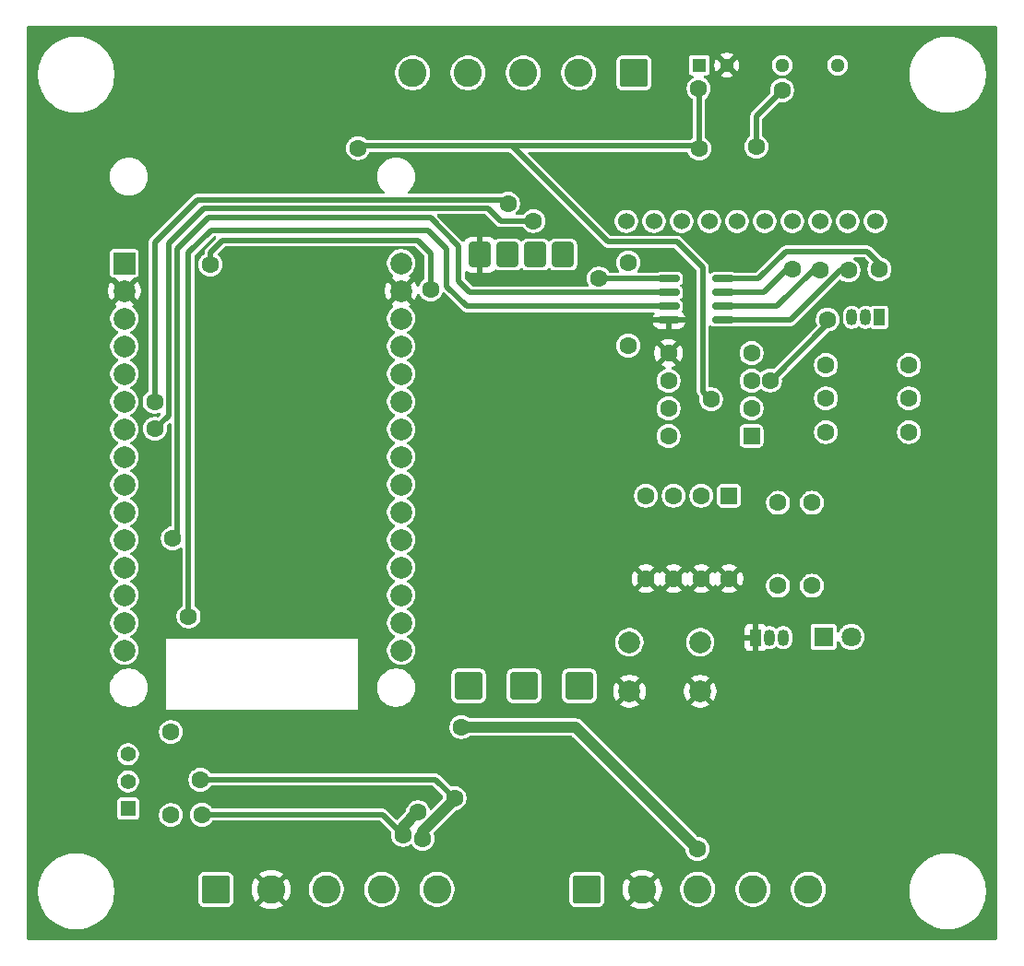
<source format=gbr>
%TF.GenerationSoftware,KiCad,Pcbnew,9.0.3*%
%TF.CreationDate,2026-01-13T14:02:01-05:00*%
%TF.ProjectId,SLAVE_V-C_INSOLATED,534c4156-455f-4562-9d43-5f494e534f4c,rev?*%
%TF.SameCoordinates,Original*%
%TF.FileFunction,Copper,L1,Top*%
%TF.FilePolarity,Positive*%
%FSLAX46Y46*%
G04 Gerber Fmt 4.6, Leading zero omitted, Abs format (unit mm)*
G04 Created by KiCad (PCBNEW 9.0.3) date 2026-01-13 14:02:01*
%MOMM*%
%LPD*%
G01*
G04 APERTURE LIST*
G04 Aperture macros list*
%AMRoundRect*
0 Rectangle with rounded corners*
0 $1 Rounding radius*
0 $2 $3 $4 $5 $6 $7 $8 $9 X,Y pos of 4 corners*
0 Add a 4 corners polygon primitive as box body*
4,1,4,$2,$3,$4,$5,$6,$7,$8,$9,$2,$3,0*
0 Add four circle primitives for the rounded corners*
1,1,$1+$1,$2,$3*
1,1,$1+$1,$4,$5*
1,1,$1+$1,$6,$7*
1,1,$1+$1,$8,$9*
0 Add four rect primitives between the rounded corners*
20,1,$1+$1,$2,$3,$4,$5,0*
20,1,$1+$1,$4,$5,$6,$7,0*
20,1,$1+$1,$6,$7,$8,$9,0*
20,1,$1+$1,$8,$9,$2,$3,0*%
G04 Aperture macros list end*
%TA.AperFunction,ComponentPad*%
%ADD10RoundRect,0.250000X-0.750000X0.900000X-0.750000X-0.900000X0.750000X-0.900000X0.750000X0.900000X0*%
%TD*%
%TA.AperFunction,ComponentPad*%
%ADD11RoundRect,0.250000X-1.020000X1.020000X-1.020000X-1.020000X1.020000X-1.020000X1.020000X1.020000X0*%
%TD*%
%TA.AperFunction,ComponentPad*%
%ADD12C,1.600000*%
%TD*%
%TA.AperFunction,ComponentPad*%
%ADD13C,2.000000*%
%TD*%
%TA.AperFunction,ComponentPad*%
%ADD14R,1.288000X1.288000*%
%TD*%
%TA.AperFunction,ComponentPad*%
%ADD15C,1.288000*%
%TD*%
%TA.AperFunction,ComponentPad*%
%ADD16R,1.408000X1.408000*%
%TD*%
%TA.AperFunction,ComponentPad*%
%ADD17C,1.408000*%
%TD*%
%TA.AperFunction,ComponentPad*%
%ADD18R,1.800000X1.800000*%
%TD*%
%TA.AperFunction,ComponentPad*%
%ADD19C,1.800000*%
%TD*%
%TA.AperFunction,ComponentPad*%
%ADD20RoundRect,0.250000X1.050000X1.050000X-1.050000X1.050000X-1.050000X-1.050000X1.050000X-1.050000X0*%
%TD*%
%TA.AperFunction,ComponentPad*%
%ADD21C,2.600000*%
%TD*%
%TA.AperFunction,ComponentPad*%
%ADD22RoundRect,0.250000X0.550000X0.550000X-0.550000X0.550000X-0.550000X-0.550000X0.550000X-0.550000X0*%
%TD*%
%TA.AperFunction,ComponentPad*%
%ADD23R,1.050000X1.500000*%
%TD*%
%TA.AperFunction,ComponentPad*%
%ADD24O,1.050000X1.500000*%
%TD*%
%TA.AperFunction,ComponentPad*%
%ADD25C,1.524000*%
%TD*%
%TA.AperFunction,ComponentPad*%
%ADD26RoundRect,0.250000X-1.050000X-1.050000X1.050000X-1.050000X1.050000X1.050000X-1.050000X1.050000X0*%
%TD*%
%TA.AperFunction,ComponentPad*%
%ADD27R,2.000000X2.000000*%
%TD*%
%TA.AperFunction,ComponentPad*%
%ADD28RoundRect,0.250000X-0.550000X0.550000X-0.550000X-0.550000X0.550000X-0.550000X0.550000X0.550000X0*%
%TD*%
%TA.AperFunction,SMDPad,CuDef*%
%ADD29RoundRect,0.150000X-0.825000X-0.150000X0.825000X-0.150000X0.825000X0.150000X-0.825000X0.150000X0*%
%TD*%
%TA.AperFunction,ViaPad*%
%ADD30C,1.600000*%
%TD*%
%TA.AperFunction,Conductor*%
%ADD31C,0.500000*%
%TD*%
%TA.AperFunction,Conductor*%
%ADD32C,1.000000*%
%TD*%
G04 APERTURE END LIST*
D10*
%TO.P,U10,1,VCC*%
%TO.N,3V3*%
X141555000Y-71700000D03*
%TO.P,U10,2,TXD*%
%TO.N,TX*%
X139015000Y-71700000D03*
%TO.P,U10,3,RXD*%
%TO.N,RX*%
X136475000Y-71700000D03*
%TO.P,U10,4,GND*%
%TO.N,GND*%
X133935000Y-71700000D03*
D11*
%TO.P,U10,5,A*%
%TO.N,485+*%
X143055000Y-111300000D03*
%TO.P,U10,6,B*%
%TO.N,485-*%
X137975000Y-111300000D03*
%TO.P,U10,7,GND*%
%TO.N,GND_T*%
X132895000Y-111300000D03*
%TD*%
D12*
%TO.P,R1,1*%
%TO.N,Net-(R1-Pad1)*%
X105580000Y-115550000D03*
%TO.P,R1,2*%
%TO.N,485-*%
X105580000Y-123170000D03*
%TD*%
D13*
%TO.P,SW2,1,1*%
%TO.N,BUTTOM*%
X147650000Y-107300000D03*
X154150000Y-107300000D03*
%TO.P,SW2,2,2*%
%TO.N,GND*%
X147650000Y-111800000D03*
X154150000Y-111800000D03*
%TD*%
D12*
%TO.P,R2,1*%
%TO.N,3V3*%
X147550000Y-72430000D03*
%TO.P,R2,2*%
%TO.N,ALE*%
X147550000Y-80050000D03*
%TD*%
%TO.P,R4,1*%
%TO.N,Net-(Q2-B)*%
X173320000Y-84900000D03*
%TO.P,R4,2*%
%TO.N,ALE_H*%
X165700000Y-84900000D03*
%TD*%
D14*
%TO.P,PS1,1,+VIN(VCC)*%
%TO.N,5V*%
X154060000Y-54300000D03*
D15*
%TO.P,PS1,2,-VIN(GND)*%
%TO.N,GND*%
X156600000Y-54300000D03*
%TO.P,PS1,4,-VOUT*%
%TO.N,GND_ISO*%
X161680000Y-54300000D03*
%TO.P,PS1,6,+VOUT*%
%TO.N,5V_ISO*%
X166760000Y-54300000D03*
%TD*%
D12*
%TO.P,R6,1*%
%TO.N,5V_ISO*%
X173320000Y-88000000D03*
%TO.P,R6,2*%
%TO.N,Net-(U2-A)*%
X165700000Y-88000000D03*
%TD*%
D16*
%TO.P,S1,1*%
%TO.N,unconnected-(S1-Pad1)*%
X101650000Y-122582500D03*
D17*
%TO.P,S1,2*%
%TO.N,485+*%
X101650000Y-120082500D03*
%TO.P,S1,3*%
%TO.N,Net-(R1-Pad1)*%
X101650000Y-117582500D03*
%TD*%
D18*
%TO.P,D7,1,K*%
%TO.N,Net-(D7-K)*%
X165480000Y-106800000D03*
D19*
%TO.P,D7,2,A*%
%TO.N,Net-(D7-A)*%
X168020000Y-106800000D03*
%TD*%
D12*
%TO.P,R5,1*%
%TO.N,5V_ISO*%
X173320000Y-81850000D03*
%TO.P,R5,2*%
%TO.N,ALE_H*%
X165700000Y-81850000D03*
%TD*%
%TO.P,R51,1*%
%TO.N,5V*%
X164400000Y-94490000D03*
%TO.P,R51,2*%
%TO.N,Net-(D7-A)*%
X164400000Y-102110000D03*
%TD*%
D20*
%TO.P,J3,1,Pin_1*%
%TO.N,5V_ISO*%
X148080000Y-55000000D03*
D21*
%TO.P,J3,2,Pin_2*%
%TO.N,GND_ISO*%
X143000000Y-55000000D03*
%TO.P,J3,3,Pin_3*%
%TO.N,SIGNAL_OUT1*%
X137920000Y-55000000D03*
%TO.P,J3,4,Pin_4*%
%TO.N,SIGNAL_OUT2*%
X132840000Y-55000000D03*
%TO.P,J3,5,Pin_5*%
%TO.N,SIGNAL_OUT3*%
X127760000Y-55000000D03*
%TD*%
D22*
%TO.P,U2,1,NC*%
%TO.N,unconnected-(U2-NC-Pad1)*%
X158855000Y-88360000D03*
D12*
%TO.P,U2,2,A*%
%TO.N,Net-(U2-A)*%
X158855000Y-85820000D03*
%TO.P,U2,3,C*%
%TO.N,Net-(Q2-C)*%
X158855000Y-83280000D03*
%TO.P,U2,4,NC*%
%TO.N,unconnected-(U2-NC-Pad4)*%
X158855000Y-80740000D03*
%TO.P,U2,5,GND*%
%TO.N,GND*%
X151235000Y-80740000D03*
%TO.P,U2,6,VO*%
%TO.N,ALE*%
X151235000Y-83280000D03*
%TO.P,U2,7,EN*%
%TO.N,5V*%
X151235000Y-85820000D03*
%TO.P,U2,8,VCC*%
X151235000Y-88360000D03*
%TD*%
D23*
%TO.P,Q2,1,E*%
%TO.N,GND_ISO*%
X170600000Y-77450000D03*
D24*
%TO.P,Q2,2,B*%
%TO.N,Net-(Q2-B)*%
X169330000Y-77450000D03*
%TO.P,Q2,3,C*%
%TO.N,Net-(Q2-C)*%
X168060000Y-77450000D03*
%TD*%
D25*
%TO.P,U4,1,ADDR*%
%TO.N,unconnected-(U4-ADDR-Pad1)*%
X160080000Y-68640000D03*
%TO.P,U4,2,ALERT*%
%TO.N,ALE_H*%
X157540000Y-68640000D03*
%TO.P,U4,3,GND*%
%TO.N,GND_ISO*%
X167700000Y-68640000D03*
%TO.P,U4,4,AIN0*%
%TO.N,SIGNAL_OUT1*%
X155000000Y-68640000D03*
%TO.P,U4,5,AIN1*%
%TO.N,SIGNAL_OUT2*%
X152460000Y-68640000D03*
%TO.P,U4,6,AIN2*%
%TO.N,SIGNAL_OUT3*%
X149920000Y-68640000D03*
%TO.P,U4,7,AIN3*%
%TO.N,unconnected-(U4-AIN3-Pad7)*%
X147380000Y-68640000D03*
%TO.P,U4,8,VDD*%
%TO.N,5V_ISO*%
X170240000Y-68640000D03*
%TO.P,U4,9,SDA*%
%TO.N,SDA_H*%
X162620000Y-68640000D03*
%TO.P,U4,10,SCL*%
%TO.N,SCL_H*%
X165160000Y-68640000D03*
%TD*%
D26*
%TO.P,J2,1,Pin_1*%
%TO.N,5V*%
X143760000Y-130000000D03*
D21*
%TO.P,J2,2,Pin_2*%
%TO.N,GND*%
X148840000Y-130000000D03*
%TO.P,J2,3,Pin_3*%
%TO.N,GND_T*%
X153920000Y-130000000D03*
%TO.P,J2,4,Pin_4*%
%TO.N,485-*%
X159000000Y-130000000D03*
%TO.P,J2,5,Pin_5*%
%TO.N,485+*%
X164080000Y-130000000D03*
%TD*%
D27*
%TO.P,U3,1,3V3*%
%TO.N,3V3*%
X101300000Y-72485000D03*
D13*
%TO.P,U3,2,GND*%
%TO.N,GND*%
X101300000Y-75025000D03*
%TO.P,U3,3,D15*%
%TO.N,unconnected-(U3-D15-Pad3)*%
X101300000Y-77565000D03*
%TO.P,U3,4,D2*%
%TO.N,unconnected-(U3-D2-Pad4)*%
X101300000Y-80105000D03*
%TO.P,U3,5,D4*%
%TO.N,unconnected-(U3-D4-Pad5)*%
X101300000Y-82645000D03*
%TO.P,U3,6,RX2*%
%TO.N,RX*%
X101300000Y-85185000D03*
%TO.P,U3,7,TX2*%
%TO.N,TX*%
X101300000Y-87725000D03*
%TO.P,U3,8,D5*%
%TO.N,unconnected-(U3-D5-Pad8)*%
X101300000Y-90265000D03*
%TO.P,U3,9,D18*%
%TO.N,unconnected-(U3-D18-Pad9)*%
X101300000Y-92805000D03*
%TO.P,U3,10,D19*%
%TO.N,unconnected-(U3-D19-Pad10)*%
X101300000Y-95345000D03*
%TO.P,U3,11,D21*%
%TO.N,SDA*%
X101300000Y-97885000D03*
%TO.P,U3,12,RX0*%
%TO.N,unconnected-(U3-RX0-Pad12)*%
X101300000Y-100425000D03*
%TO.P,U3,13,TX0*%
%TO.N,unconnected-(U3-TX0-Pad13)*%
X101300000Y-102965000D03*
%TO.P,U3,14,D22*%
%TO.N,SCL*%
X101300000Y-105505000D03*
%TO.P,U3,15,D23*%
%TO.N,unconnected-(U3-D23-Pad15)*%
X101300000Y-108045000D03*
%TO.P,U3,16,EN*%
%TO.N,unconnected-(U3-EN-Pad16)*%
X126700000Y-108045000D03*
%TO.P,U3,17,VP*%
%TO.N,unconnected-(U3-VP-Pad17)*%
X126700000Y-105505000D03*
%TO.P,U3,18,VN*%
%TO.N,unconnected-(U3-VN-Pad18)*%
X126700000Y-102965000D03*
%TO.P,U3,19,D34*%
%TO.N,unconnected-(U3-D34-Pad19)*%
X126700000Y-100425000D03*
%TO.P,U3,20,D35*%
%TO.N,unconnected-(U3-D35-Pad20)*%
X126700000Y-97885000D03*
%TO.P,U3,21,D32*%
%TO.N,BUTTOM*%
X126700000Y-95345000D03*
%TO.P,U3,22,D33*%
%TO.N,LED*%
X126700000Y-92805000D03*
%TO.P,U3,23,D25*%
%TO.N,DIP_4*%
X126700000Y-90265000D03*
%TO.P,U3,24,D26*%
%TO.N,DIP_3*%
X126700000Y-87725000D03*
%TO.P,U3,25,D27*%
%TO.N,DIP_2*%
X126700000Y-85185000D03*
%TO.P,U3,26,D14*%
%TO.N,DIP_1*%
X126700000Y-82645000D03*
%TO.P,U3,27,D12*%
%TO.N,unconnected-(U3-D12-Pad27)*%
X126700000Y-80105000D03*
%TO.P,U3,28,D13*%
%TO.N,ALE*%
X126700000Y-77565000D03*
%TO.P,U3,29,GND*%
%TO.N,GND*%
X126700000Y-75025000D03*
%TO.P,U3,30,VIN*%
%TO.N,5V*%
X126700000Y-72485000D03*
%TD*%
D23*
%TO.P,Q1,1,E*%
%TO.N,GND*%
X159230000Y-106860000D03*
D24*
%TO.P,Q1,2,B*%
%TO.N,Net-(Q1-B)*%
X160500000Y-106860000D03*
%TO.P,Q1,3,C*%
%TO.N,Net-(D7-K)*%
X161770000Y-106860000D03*
%TD*%
D28*
%TO.P,SW1,1*%
%TO.N,DIP_1*%
X156800000Y-93830000D03*
D12*
%TO.P,SW1,2*%
%TO.N,DIP_2*%
X154260000Y-93830000D03*
%TO.P,SW1,3*%
%TO.N,DIP_3*%
X151720000Y-93830000D03*
%TO.P,SW1,4*%
%TO.N,DIP_4*%
X149180000Y-93830000D03*
%TO.P,SW1,5*%
%TO.N,GND*%
X149180000Y-101450000D03*
%TO.P,SW1,6*%
X151720000Y-101450000D03*
%TO.P,SW1,7*%
X154260000Y-101450000D03*
%TO.P,SW1,8*%
X156800000Y-101450000D03*
%TD*%
D29*
%TO.P,U1,1,VDD1*%
%TO.N,3V3*%
X151300000Y-73900000D03*
%TO.P,U1,2,VOA*%
%TO.N,SDA*%
X151300000Y-75170000D03*
%TO.P,U1,3,VIB*%
%TO.N,SCL*%
X151300000Y-76440000D03*
%TO.P,U1,4,GND1*%
%TO.N,GND*%
X151300000Y-77710000D03*
%TO.P,U1,5,GND2*%
%TO.N,GND_ISO*%
X156250000Y-77710000D03*
%TO.P,U1,6,VOB*%
%TO.N,SCL_H*%
X156250000Y-76440000D03*
%TO.P,U1,7,VIA*%
%TO.N,SDA_H*%
X156250000Y-75170000D03*
%TO.P,U1,8,VDD2*%
%TO.N,5V_ISO*%
X156250000Y-73900000D03*
%TD*%
D26*
%TO.P,J1,1,Pin_1*%
%TO.N,5V*%
X109680000Y-130000000D03*
D21*
%TO.P,J1,2,Pin_2*%
%TO.N,GND*%
X114760000Y-130000000D03*
%TO.P,J1,3,Pin_3*%
%TO.N,GND_T*%
X119840000Y-130000000D03*
%TO.P,J1,4,Pin_4*%
%TO.N,485-*%
X124920000Y-130000000D03*
%TO.P,J1,5,Pin_5*%
%TO.N,485+*%
X130000000Y-130000000D03*
%TD*%
D12*
%TO.P,R52,1*%
%TO.N,Net-(Q1-B)*%
X161300000Y-102110000D03*
%TO.P,R52,2*%
%TO.N,LED*%
X161300000Y-94490000D03*
%TD*%
D30*
%TO.N,GND*%
X140650000Y-86500000D03*
X140650000Y-80000000D03*
%TO.N,GND_T*%
X132240000Y-115080000D03*
X153910000Y-126300000D03*
%TO.N,5V*%
X155150000Y-85000000D03*
X154050000Y-61950000D03*
X122750000Y-61900000D03*
X154000000Y-56450000D03*
%TO.N,485+*%
X131590000Y-121630000D03*
X108290000Y-119930000D03*
X128680000Y-125340000D03*
%TO.N,485-*%
X128253984Y-122930000D03*
X108410000Y-123140000D03*
X126850000Y-124980000D03*
%TO.N,3V3*%
X144850000Y-73900000D03*
X109200000Y-72600000D03*
X129400000Y-74900000D03*
%TO.N,TX*%
X138860000Y-68605000D03*
X104100000Y-87700000D03*
%TO.N,RX*%
X104070000Y-85200000D03*
X136500000Y-67000000D03*
%TO.N,SCL*%
X107200000Y-104910000D03*
%TO.N,SDA*%
X105750000Y-97760000D03*
%TO.N,SDA_H*%
X162620000Y-73000000D03*
%TO.N,SCL_H*%
X165160000Y-73100000D03*
%TO.N,5V_ISO*%
X170610000Y-73050000D03*
%TO.N,GND_ISO*%
X161650000Y-56600000D03*
X159300000Y-61800000D03*
X167750000Y-73150000D03*
%TO.N,Net-(Q2-C)*%
X160550000Y-83250000D03*
X165850000Y-77650000D03*
%TD*%
D31*
%TO.N,3V3*%
X129400000Y-71550000D02*
X129400000Y-74900000D01*
X128220000Y-70370000D02*
X129400000Y-71550000D01*
X110310000Y-70370000D02*
X128220000Y-70370000D01*
X109200000Y-72600000D02*
X109200000Y-71480000D01*
X109200000Y-71480000D02*
X110310000Y-70370000D01*
%TO.N,SCL*%
X129200000Y-69450000D02*
X109290000Y-69450000D01*
X130900000Y-71150000D02*
X129200000Y-69450000D01*
X109290000Y-69450000D02*
X107200000Y-71540000D01*
X130900000Y-74650000D02*
X130900000Y-71150000D01*
X132690000Y-76440000D02*
X130900000Y-74650000D01*
X107200000Y-71540000D02*
X107200000Y-104910000D01*
X151300000Y-76440000D02*
X132690000Y-76440000D01*
%TO.N,SDA*%
X106160000Y-97350000D02*
X105750000Y-97760000D01*
X109060000Y-68300000D02*
X106160000Y-71200000D01*
X132000000Y-70900000D02*
X129400000Y-68300000D01*
X132000000Y-74171572D02*
X132000000Y-70900000D01*
X133008428Y-75180000D02*
X132000000Y-74171572D01*
X129400000Y-68300000D02*
X109060000Y-68300000D01*
X151290000Y-75180000D02*
X133008428Y-75180000D01*
X151300000Y-75170000D02*
X151290000Y-75180000D01*
X106160000Y-71200000D02*
X106160000Y-97350000D01*
D32*
%TO.N,GND_T*%
X153980000Y-126370000D02*
X153910000Y-126300000D01*
X142690000Y-115080000D02*
X132240000Y-115080000D01*
X153910000Y-126300000D02*
X142690000Y-115080000D01*
D31*
%TO.N,5V*%
X134350000Y-61700000D02*
X122950000Y-61700000D01*
X134350000Y-61700000D02*
X136850000Y-61700000D01*
X134350000Y-61700000D02*
X134576594Y-61700000D01*
X145650000Y-70500000D02*
X136850000Y-61700000D01*
X155150000Y-85000000D02*
X154400000Y-84250000D01*
X154050000Y-56500000D02*
X154000000Y-56450000D01*
X122950000Y-61700000D02*
X122750000Y-61900000D01*
X153800000Y-61700000D02*
X154050000Y-61950000D01*
X155150000Y-85000000D02*
X155100000Y-85000000D01*
X136850000Y-61700000D02*
X153800000Y-61700000D01*
X154400000Y-84250000D02*
X154400000Y-72900000D01*
X154050000Y-61950000D02*
X154050000Y-56500000D01*
X154400000Y-72900000D02*
X152000000Y-70500000D01*
X155100000Y-85000000D02*
X155000000Y-84900000D01*
X152000000Y-70500000D02*
X145650000Y-70500000D01*
%TO.N,485+*%
X131590000Y-121630000D02*
X129890000Y-119930000D01*
X129890000Y-119930000D02*
X108290000Y-119930000D01*
D32*
X131590000Y-121730000D02*
X128680000Y-124640000D01*
X128680000Y-124640000D02*
X128680000Y-125340000D01*
X131590000Y-121630000D02*
X131590000Y-121730000D01*
%TO.N,485-*%
X128197968Y-122930000D02*
X128253984Y-122930000D01*
D31*
X125010000Y-123140000D02*
X108410000Y-123140000D01*
D32*
X126850000Y-124980000D02*
X126850000Y-124277968D01*
X126850000Y-124277968D02*
X128197968Y-122930000D01*
D31*
X126850000Y-124980000D02*
X125010000Y-123140000D01*
%TO.N,3V3*%
X151300000Y-73900000D02*
X144850000Y-73900000D01*
%TO.N,TX*%
X105340000Y-70680000D02*
X105340000Y-86460000D01*
X135850000Y-68600000D02*
X134650000Y-67400000D01*
X138855000Y-68600000D02*
X135850000Y-68600000D01*
X105340000Y-86460000D02*
X104100000Y-87700000D01*
X134650000Y-67400000D02*
X108620000Y-67400000D01*
X138860000Y-68605000D02*
X138855000Y-68600000D01*
X108620000Y-67400000D02*
X105340000Y-70680000D01*
%TO.N,RX*%
X136150000Y-66650000D02*
X108000000Y-66650000D01*
X103978000Y-85200000D02*
X104070000Y-85200000D01*
X108000000Y-66650000D02*
X104070000Y-70580000D01*
X136500000Y-67000000D02*
X136150000Y-66650000D01*
X104070000Y-70580000D02*
X104070000Y-85200000D01*
%TO.N,SDA*%
X101300000Y-97885000D02*
X101455000Y-97730000D01*
%TO.N,SDA_H*%
X162150000Y-73000000D02*
X159980000Y-75170000D01*
X159980000Y-75170000D02*
X156250000Y-75170000D01*
X162620000Y-73000000D02*
X162150000Y-73000000D01*
%TO.N,SCL_H*%
X164550000Y-73100000D02*
X161210000Y-76440000D01*
X165160000Y-73100000D02*
X164550000Y-73100000D01*
X161210000Y-76440000D02*
X156250000Y-76440000D01*
%TO.N,5V_ISO*%
X156250000Y-73900000D02*
X159500000Y-73900000D01*
X170610000Y-72510000D02*
X170610000Y-73050000D01*
X162000000Y-71400000D02*
X169500000Y-71400000D01*
X169500000Y-71400000D02*
X170610000Y-72510000D01*
X159500000Y-73900000D02*
X162000000Y-71400000D01*
%TO.N,GND_ISO*%
X167000000Y-73150000D02*
X162440000Y-77710000D01*
X159300000Y-61800000D02*
X159300000Y-58950000D01*
X167750000Y-73150000D02*
X167000000Y-73150000D01*
X159300000Y-58950000D02*
X161650000Y-56600000D01*
X162440000Y-77710000D02*
X156250000Y-77710000D01*
%TO.N,Net-(Q2-C)*%
X160650000Y-83250000D02*
X165850000Y-78050000D01*
X165850000Y-78050000D02*
X165850000Y-77650000D01*
X160550000Y-83250000D02*
X160650000Y-83250000D01*
%TD*%
%TA.AperFunction,Conductor*%
%TO.N,GND*%
G36*
X181317539Y-50695185D02*
G01*
X181363294Y-50747989D01*
X181374500Y-50799500D01*
X181374500Y-134550500D01*
X181354815Y-134617539D01*
X181302011Y-134663294D01*
X181250500Y-134674500D01*
X92499500Y-134674500D01*
X92432461Y-134654815D01*
X92386706Y-134602011D01*
X92375500Y-134550500D01*
X92375500Y-130003031D01*
X93374500Y-130003031D01*
X93374500Y-130034852D01*
X93374500Y-130346969D01*
X93384751Y-130451054D01*
X93408210Y-130689249D01*
X93475308Y-131026572D01*
X93575150Y-131355706D01*
X93706770Y-131673464D01*
X93706772Y-131673469D01*
X93868893Y-131976775D01*
X93868904Y-131976793D01*
X94059975Y-132262751D01*
X94059985Y-132262765D01*
X94278176Y-132528632D01*
X94521367Y-132771823D01*
X94521372Y-132771827D01*
X94521373Y-132771828D01*
X94787240Y-132990019D01*
X95073213Y-133181100D01*
X95073222Y-133181105D01*
X95073224Y-133181106D01*
X95376530Y-133343227D01*
X95376532Y-133343227D01*
X95376538Y-133343231D01*
X95694295Y-133474850D01*
X96023422Y-133574690D01*
X96360750Y-133641789D01*
X96703031Y-133675500D01*
X96703034Y-133675500D01*
X97046966Y-133675500D01*
X97046969Y-133675500D01*
X97389250Y-133641789D01*
X97726578Y-133574690D01*
X98055705Y-133474850D01*
X98373462Y-133343231D01*
X98676787Y-133181100D01*
X98962760Y-132990019D01*
X99228627Y-132771828D01*
X99471828Y-132528627D01*
X99690019Y-132262760D01*
X99881100Y-131976787D01*
X100043231Y-131673462D01*
X100174850Y-131355705D01*
X100274690Y-131026578D01*
X100341789Y-130689250D01*
X100375500Y-130346969D01*
X100375500Y-130003031D01*
X100341789Y-129660750D01*
X100274690Y-129323422D01*
X100174850Y-128994295D01*
X100138649Y-128906898D01*
X108079500Y-128906898D01*
X108079500Y-131093102D01*
X108084113Y-131131517D01*
X108090122Y-131181561D01*
X108145639Y-131322343D01*
X108237077Y-131442922D01*
X108357656Y-131534360D01*
X108357657Y-131534360D01*
X108357658Y-131534361D01*
X108498436Y-131589877D01*
X108586898Y-131600500D01*
X108586903Y-131600500D01*
X110773097Y-131600500D01*
X110773102Y-131600500D01*
X110861564Y-131589877D01*
X111002342Y-131534361D01*
X111122922Y-131442922D01*
X111214361Y-131322342D01*
X111269877Y-131181564D01*
X111280500Y-131093102D01*
X111280500Y-129882014D01*
X112960000Y-129882014D01*
X112960000Y-130117985D01*
X112990799Y-130351914D01*
X113051870Y-130579837D01*
X113142160Y-130797819D01*
X113142165Y-130797828D01*
X113260144Y-131002171D01*
X113260145Y-131002172D01*
X113322721Y-131083723D01*
X114158958Y-130247487D01*
X114183978Y-130307890D01*
X114255112Y-130414351D01*
X114345649Y-130504888D01*
X114452110Y-130576022D01*
X114512511Y-130601041D01*
X113676275Y-131437277D01*
X113757827Y-131499854D01*
X113757828Y-131499855D01*
X113962171Y-131617834D01*
X113962180Y-131617839D01*
X114180163Y-131708129D01*
X114180161Y-131708129D01*
X114408085Y-131769200D01*
X114642014Y-131799999D01*
X114642029Y-131800000D01*
X114877971Y-131800000D01*
X114877985Y-131799999D01*
X115111914Y-131769200D01*
X115339837Y-131708129D01*
X115557819Y-131617839D01*
X115557828Y-131617834D01*
X115762181Y-131499850D01*
X115843723Y-131437279D01*
X115843723Y-131437276D01*
X115007487Y-130601041D01*
X115067890Y-130576022D01*
X115174351Y-130504888D01*
X115264888Y-130414351D01*
X115336022Y-130307890D01*
X115361041Y-130247487D01*
X116197276Y-131083723D01*
X116197279Y-131083723D01*
X116259850Y-131002181D01*
X116377834Y-130797828D01*
X116377839Y-130797819D01*
X116468129Y-130579837D01*
X116529200Y-130351914D01*
X116559999Y-130117985D01*
X116560000Y-130117971D01*
X116560000Y-129882028D01*
X116559999Y-129882019D01*
X116558948Y-129874038D01*
X118239500Y-129874038D01*
X118239500Y-130125961D01*
X118278910Y-130374785D01*
X118356760Y-130614383D01*
X118471132Y-130838848D01*
X118619201Y-131042649D01*
X118619205Y-131042654D01*
X118797345Y-131220794D01*
X118797350Y-131220798D01*
X118937116Y-131322343D01*
X119001155Y-131368870D01*
X119144184Y-131441747D01*
X119225616Y-131483239D01*
X119225618Y-131483239D01*
X119225621Y-131483241D01*
X119465215Y-131561090D01*
X119714038Y-131600500D01*
X119714039Y-131600500D01*
X119965961Y-131600500D01*
X119965962Y-131600500D01*
X120214785Y-131561090D01*
X120454379Y-131483241D01*
X120678845Y-131368870D01*
X120882656Y-131220793D01*
X121060793Y-131042656D01*
X121208870Y-130838845D01*
X121323241Y-130614379D01*
X121401090Y-130374785D01*
X121440500Y-130125962D01*
X121440500Y-129874038D01*
X123319500Y-129874038D01*
X123319500Y-130125961D01*
X123358910Y-130374785D01*
X123436760Y-130614383D01*
X123551132Y-130838848D01*
X123699201Y-131042649D01*
X123699205Y-131042654D01*
X123877345Y-131220794D01*
X123877350Y-131220798D01*
X124017116Y-131322343D01*
X124081155Y-131368870D01*
X124224184Y-131441747D01*
X124305616Y-131483239D01*
X124305618Y-131483239D01*
X124305621Y-131483241D01*
X124545215Y-131561090D01*
X124794038Y-131600500D01*
X124794039Y-131600500D01*
X125045961Y-131600500D01*
X125045962Y-131600500D01*
X125294785Y-131561090D01*
X125534379Y-131483241D01*
X125758845Y-131368870D01*
X125962656Y-131220793D01*
X126140793Y-131042656D01*
X126288870Y-130838845D01*
X126403241Y-130614379D01*
X126481090Y-130374785D01*
X126520500Y-130125962D01*
X126520500Y-129874038D01*
X128399500Y-129874038D01*
X128399500Y-130125961D01*
X128438910Y-130374785D01*
X128516760Y-130614383D01*
X128631132Y-130838848D01*
X128779201Y-131042649D01*
X128779205Y-131042654D01*
X128957345Y-131220794D01*
X128957350Y-131220798D01*
X129097116Y-131322343D01*
X129161155Y-131368870D01*
X129304184Y-131441747D01*
X129385616Y-131483239D01*
X129385618Y-131483239D01*
X129385621Y-131483241D01*
X129625215Y-131561090D01*
X129874038Y-131600500D01*
X129874039Y-131600500D01*
X130125961Y-131600500D01*
X130125962Y-131600500D01*
X130374785Y-131561090D01*
X130614379Y-131483241D01*
X130838845Y-131368870D01*
X131042656Y-131220793D01*
X131220793Y-131042656D01*
X131368870Y-130838845D01*
X131483241Y-130614379D01*
X131561090Y-130374785D01*
X131600500Y-130125962D01*
X131600500Y-129874038D01*
X131561090Y-129625215D01*
X131483241Y-129385621D01*
X131483239Y-129385618D01*
X131483239Y-129385616D01*
X131441747Y-129304184D01*
X131368870Y-129161155D01*
X131353206Y-129139595D01*
X131234404Y-128976077D01*
X131234403Y-128976076D01*
X131220796Y-128957347D01*
X131170347Y-128906898D01*
X142159500Y-128906898D01*
X142159500Y-131093102D01*
X142164113Y-131131517D01*
X142170122Y-131181561D01*
X142225639Y-131322343D01*
X142317077Y-131442922D01*
X142437656Y-131534360D01*
X142437657Y-131534360D01*
X142437658Y-131534361D01*
X142578436Y-131589877D01*
X142666898Y-131600500D01*
X142666903Y-131600500D01*
X144853097Y-131600500D01*
X144853102Y-131600500D01*
X144941564Y-131589877D01*
X145082342Y-131534361D01*
X145202922Y-131442922D01*
X145294361Y-131322342D01*
X145349877Y-131181564D01*
X145360500Y-131093102D01*
X145360500Y-129882014D01*
X147040000Y-129882014D01*
X147040000Y-130117985D01*
X147070799Y-130351914D01*
X147131870Y-130579837D01*
X147222160Y-130797819D01*
X147222165Y-130797828D01*
X147340144Y-131002171D01*
X147340145Y-131002172D01*
X147402721Y-131083723D01*
X148238958Y-130247487D01*
X148263978Y-130307890D01*
X148335112Y-130414351D01*
X148425649Y-130504888D01*
X148532110Y-130576022D01*
X148592511Y-130601041D01*
X147756275Y-131437277D01*
X147837827Y-131499854D01*
X147837828Y-131499855D01*
X148042171Y-131617834D01*
X148042180Y-131617839D01*
X148260163Y-131708129D01*
X148260161Y-131708129D01*
X148488085Y-131769200D01*
X148722014Y-131799999D01*
X148722029Y-131800000D01*
X148957971Y-131800000D01*
X148957985Y-131799999D01*
X149191914Y-131769200D01*
X149419837Y-131708129D01*
X149637819Y-131617839D01*
X149637828Y-131617834D01*
X149842181Y-131499850D01*
X149923723Y-131437279D01*
X149923723Y-131437276D01*
X149087487Y-130601041D01*
X149147890Y-130576022D01*
X149254351Y-130504888D01*
X149344888Y-130414351D01*
X149416022Y-130307890D01*
X149441041Y-130247488D01*
X150277276Y-131083723D01*
X150277279Y-131083723D01*
X150339850Y-131002181D01*
X150457834Y-130797828D01*
X150457839Y-130797819D01*
X150548129Y-130579837D01*
X150609200Y-130351914D01*
X150639999Y-130117985D01*
X150640000Y-130117971D01*
X150640000Y-129882028D01*
X150639999Y-129882019D01*
X150638948Y-129874038D01*
X152319500Y-129874038D01*
X152319500Y-130125961D01*
X152358910Y-130374785D01*
X152436760Y-130614383D01*
X152551132Y-130838848D01*
X152699201Y-131042649D01*
X152699205Y-131042654D01*
X152877345Y-131220794D01*
X152877350Y-131220798D01*
X153017116Y-131322343D01*
X153081155Y-131368870D01*
X153224184Y-131441747D01*
X153305616Y-131483239D01*
X153305618Y-131483239D01*
X153305621Y-131483241D01*
X153545215Y-131561090D01*
X153794038Y-131600500D01*
X153794039Y-131600500D01*
X154045961Y-131600500D01*
X154045962Y-131600500D01*
X154294785Y-131561090D01*
X154534379Y-131483241D01*
X154758845Y-131368870D01*
X154962656Y-131220793D01*
X155140793Y-131042656D01*
X155288870Y-130838845D01*
X155403241Y-130614379D01*
X155481090Y-130374785D01*
X155520500Y-130125962D01*
X155520500Y-129874038D01*
X157399500Y-129874038D01*
X157399500Y-130125961D01*
X157438910Y-130374785D01*
X157516760Y-130614383D01*
X157631132Y-130838848D01*
X157779201Y-131042649D01*
X157779205Y-131042654D01*
X157957345Y-131220794D01*
X157957350Y-131220798D01*
X158097116Y-131322343D01*
X158161155Y-131368870D01*
X158304184Y-131441747D01*
X158385616Y-131483239D01*
X158385618Y-131483239D01*
X158385621Y-131483241D01*
X158625215Y-131561090D01*
X158874038Y-131600500D01*
X158874039Y-131600500D01*
X159125961Y-131600500D01*
X159125962Y-131600500D01*
X159374785Y-131561090D01*
X159614379Y-131483241D01*
X159838845Y-131368870D01*
X160042656Y-131220793D01*
X160220793Y-131042656D01*
X160368870Y-130838845D01*
X160483241Y-130614379D01*
X160561090Y-130374785D01*
X160600500Y-130125962D01*
X160600500Y-129874038D01*
X162479500Y-129874038D01*
X162479500Y-130125961D01*
X162518910Y-130374785D01*
X162596760Y-130614383D01*
X162711132Y-130838848D01*
X162859201Y-131042649D01*
X162859205Y-131042654D01*
X163037345Y-131220794D01*
X163037350Y-131220798D01*
X163177116Y-131322343D01*
X163241155Y-131368870D01*
X163384184Y-131441747D01*
X163465616Y-131483239D01*
X163465618Y-131483239D01*
X163465621Y-131483241D01*
X163705215Y-131561090D01*
X163954038Y-131600500D01*
X163954039Y-131600500D01*
X164205961Y-131600500D01*
X164205962Y-131600500D01*
X164454785Y-131561090D01*
X164694379Y-131483241D01*
X164918845Y-131368870D01*
X165122656Y-131220793D01*
X165300793Y-131042656D01*
X165448870Y-130838845D01*
X165563241Y-130614379D01*
X165641090Y-130374785D01*
X165680500Y-130125962D01*
X165680500Y-130003031D01*
X173374500Y-130003031D01*
X173374500Y-130034852D01*
X173374500Y-130346969D01*
X173384751Y-130451054D01*
X173408210Y-130689249D01*
X173475308Y-131026572D01*
X173575150Y-131355706D01*
X173706770Y-131673464D01*
X173706772Y-131673469D01*
X173868893Y-131976775D01*
X173868904Y-131976793D01*
X174059975Y-132262751D01*
X174059985Y-132262765D01*
X174278176Y-132528632D01*
X174521367Y-132771823D01*
X174521372Y-132771827D01*
X174521373Y-132771828D01*
X174787240Y-132990019D01*
X175073213Y-133181100D01*
X175073222Y-133181105D01*
X175073224Y-133181106D01*
X175376530Y-133343227D01*
X175376532Y-133343227D01*
X175376538Y-133343231D01*
X175694295Y-133474850D01*
X176023422Y-133574690D01*
X176360750Y-133641789D01*
X176703031Y-133675500D01*
X176703034Y-133675500D01*
X177046966Y-133675500D01*
X177046969Y-133675500D01*
X177389250Y-133641789D01*
X177726578Y-133574690D01*
X178055705Y-133474850D01*
X178373462Y-133343231D01*
X178676787Y-133181100D01*
X178962760Y-132990019D01*
X179228627Y-132771828D01*
X179471828Y-132528627D01*
X179690019Y-132262760D01*
X179881100Y-131976787D01*
X180043231Y-131673462D01*
X180174850Y-131355705D01*
X180274690Y-131026578D01*
X180341789Y-130689250D01*
X180375500Y-130346969D01*
X180375500Y-130003031D01*
X180341789Y-129660750D01*
X180274690Y-129323422D01*
X180174850Y-128994295D01*
X180043231Y-128676538D01*
X179982394Y-128562721D01*
X179881106Y-128373224D01*
X179881105Y-128373222D01*
X179881100Y-128373213D01*
X179690019Y-128087240D01*
X179471828Y-127821373D01*
X179471827Y-127821372D01*
X179471823Y-127821367D01*
X179228632Y-127578176D01*
X178962765Y-127359985D01*
X178962764Y-127359984D01*
X178962760Y-127359981D01*
X178676787Y-127168900D01*
X178676782Y-127168897D01*
X178676775Y-127168893D01*
X178373469Y-127006772D01*
X178373464Y-127006770D01*
X178055706Y-126875150D01*
X177726572Y-126775308D01*
X177389248Y-126708210D01*
X177389249Y-126708210D01*
X177131456Y-126682821D01*
X177046969Y-126674500D01*
X176703031Y-126674500D01*
X176624966Y-126682188D01*
X176360750Y-126708210D01*
X176023427Y-126775308D01*
X175694293Y-126875150D01*
X175376535Y-127006770D01*
X175376530Y-127006772D01*
X175073224Y-127168893D01*
X175073206Y-127168904D01*
X174787248Y-127359975D01*
X174787234Y-127359985D01*
X174521367Y-127578176D01*
X174278176Y-127821367D01*
X174059985Y-128087234D01*
X174059975Y-128087248D01*
X173868904Y-128373206D01*
X173868893Y-128373224D01*
X173706772Y-128676530D01*
X173706770Y-128676535D01*
X173575150Y-128994293D01*
X173475308Y-129323427D01*
X173408210Y-129660750D01*
X173387204Y-129874038D01*
X173374500Y-130003031D01*
X165680500Y-130003031D01*
X165680500Y-129874038D01*
X165641090Y-129625215D01*
X165563241Y-129385621D01*
X165563239Y-129385618D01*
X165563239Y-129385616D01*
X165521747Y-129304184D01*
X165448870Y-129161155D01*
X165429952Y-129135117D01*
X165300798Y-128957350D01*
X165300794Y-128957345D01*
X165122654Y-128779205D01*
X165122649Y-128779201D01*
X164918848Y-128631132D01*
X164918847Y-128631131D01*
X164918845Y-128631130D01*
X164784583Y-128562720D01*
X164694383Y-128516760D01*
X164454785Y-128438910D01*
X164273032Y-128410123D01*
X164205962Y-128399500D01*
X163954038Y-128399500D01*
X163886974Y-128410122D01*
X163705214Y-128438910D01*
X163465616Y-128516760D01*
X163241151Y-128631132D01*
X163037350Y-128779201D01*
X163037345Y-128779205D01*
X162859205Y-128957345D01*
X162859201Y-128957350D01*
X162711132Y-129161151D01*
X162596760Y-129385616D01*
X162518910Y-129625214D01*
X162479500Y-129874038D01*
X160600500Y-129874038D01*
X160561090Y-129625215D01*
X160483241Y-129385621D01*
X160483239Y-129385618D01*
X160483239Y-129385616D01*
X160441747Y-129304184D01*
X160368870Y-129161155D01*
X160349952Y-129135117D01*
X160220798Y-128957350D01*
X160220794Y-128957345D01*
X160042654Y-128779205D01*
X160042649Y-128779201D01*
X159838848Y-128631132D01*
X159838847Y-128631131D01*
X159838845Y-128631130D01*
X159704583Y-128562720D01*
X159614383Y-128516760D01*
X159374785Y-128438910D01*
X159193032Y-128410123D01*
X159125962Y-128399500D01*
X158874038Y-128399500D01*
X158806974Y-128410122D01*
X158625214Y-128438910D01*
X158385616Y-128516760D01*
X158161151Y-128631132D01*
X157957350Y-128779201D01*
X157957345Y-128779205D01*
X157779205Y-128957345D01*
X157779201Y-128957350D01*
X157631132Y-129161151D01*
X157516760Y-129385616D01*
X157438910Y-129625214D01*
X157399500Y-129874038D01*
X155520500Y-129874038D01*
X155481090Y-129625215D01*
X155403241Y-129385621D01*
X155403239Y-129385618D01*
X155403239Y-129385616D01*
X155361747Y-129304184D01*
X155288870Y-129161155D01*
X155269952Y-129135117D01*
X155140798Y-128957350D01*
X155140794Y-128957345D01*
X154962654Y-128779205D01*
X154962649Y-128779201D01*
X154758848Y-128631132D01*
X154758847Y-128631131D01*
X154758845Y-128631130D01*
X154624583Y-128562720D01*
X154534383Y-128516760D01*
X154294785Y-128438910D01*
X154113032Y-128410123D01*
X154045962Y-128399500D01*
X153794038Y-128399500D01*
X153726974Y-128410122D01*
X153545214Y-128438910D01*
X153305616Y-128516760D01*
X153081151Y-128631132D01*
X152877350Y-128779201D01*
X152877345Y-128779205D01*
X152699205Y-128957345D01*
X152699201Y-128957350D01*
X152551132Y-129161151D01*
X152436760Y-129385616D01*
X152358910Y-129625214D01*
X152319500Y-129874038D01*
X150638948Y-129874038D01*
X150609201Y-129648085D01*
X150548129Y-129420162D01*
X150457839Y-129202180D01*
X150457834Y-129202171D01*
X150339855Y-128997828D01*
X150339854Y-128997827D01*
X150277277Y-128916275D01*
X149441041Y-129752511D01*
X149416022Y-129692110D01*
X149344888Y-129585649D01*
X149254351Y-129495112D01*
X149147890Y-129423978D01*
X149087488Y-129398958D01*
X149923723Y-128562721D01*
X149842172Y-128500145D01*
X149842171Y-128500144D01*
X149637828Y-128382165D01*
X149637819Y-128382160D01*
X149419836Y-128291870D01*
X149419838Y-128291870D01*
X149191914Y-128230799D01*
X148957985Y-128200000D01*
X148722014Y-128200000D01*
X148488085Y-128230799D01*
X148260162Y-128291870D01*
X148042180Y-128382160D01*
X148042171Y-128382165D01*
X147837828Y-128500144D01*
X147837818Y-128500150D01*
X147756275Y-128562720D01*
X147756275Y-128562721D01*
X148592512Y-129398958D01*
X148532110Y-129423978D01*
X148425649Y-129495112D01*
X148335112Y-129585649D01*
X148263978Y-129692110D01*
X148238958Y-129752511D01*
X147402721Y-128916275D01*
X147402720Y-128916275D01*
X147340150Y-128997818D01*
X147340144Y-128997828D01*
X147222165Y-129202171D01*
X147222160Y-129202180D01*
X147131870Y-129420162D01*
X147070799Y-129648085D01*
X147040000Y-129882014D01*
X145360500Y-129882014D01*
X145360500Y-128906898D01*
X145349877Y-128818436D01*
X145294361Y-128677658D01*
X145294360Y-128677657D01*
X145294360Y-128677656D01*
X145202922Y-128557077D01*
X145082343Y-128465639D01*
X144941561Y-128410122D01*
X144895926Y-128404642D01*
X144853102Y-128399500D01*
X142666898Y-128399500D01*
X142627853Y-128404188D01*
X142578438Y-128410122D01*
X142437656Y-128465639D01*
X142317077Y-128557077D01*
X142225639Y-128677656D01*
X142170122Y-128818438D01*
X142164188Y-128867853D01*
X142159500Y-128906898D01*
X131170347Y-128906898D01*
X131042654Y-128779205D01*
X131042649Y-128779201D01*
X130838848Y-128631132D01*
X130838847Y-128631131D01*
X130838845Y-128631130D01*
X130704583Y-128562720D01*
X130614383Y-128516760D01*
X130374785Y-128438910D01*
X130193032Y-128410123D01*
X130125962Y-128399500D01*
X129874038Y-128399500D01*
X129806974Y-128410122D01*
X129625214Y-128438910D01*
X129385616Y-128516760D01*
X129161151Y-128631132D01*
X128957350Y-128779201D01*
X128957345Y-128779205D01*
X128779205Y-128957345D01*
X128779201Y-128957350D01*
X128631132Y-129161151D01*
X128516760Y-129385616D01*
X128438910Y-129625214D01*
X128399500Y-129874038D01*
X126520500Y-129874038D01*
X126481090Y-129625215D01*
X126403241Y-129385621D01*
X126403239Y-129385618D01*
X126403239Y-129385616D01*
X126361747Y-129304184D01*
X126288870Y-129161155D01*
X126269952Y-129135117D01*
X126140798Y-128957350D01*
X126140794Y-128957345D01*
X125962654Y-128779205D01*
X125962649Y-128779201D01*
X125758848Y-128631132D01*
X125758847Y-128631131D01*
X125758845Y-128631130D01*
X125624583Y-128562720D01*
X125534383Y-128516760D01*
X125294785Y-128438910D01*
X125113032Y-128410123D01*
X125045962Y-128399500D01*
X124794038Y-128399500D01*
X124726974Y-128410122D01*
X124545214Y-128438910D01*
X124305616Y-128516760D01*
X124081151Y-128631132D01*
X123877350Y-128779201D01*
X123877345Y-128779205D01*
X123699205Y-128957345D01*
X123699201Y-128957350D01*
X123551132Y-129161151D01*
X123436760Y-129385616D01*
X123358910Y-129625214D01*
X123319500Y-129874038D01*
X121440500Y-129874038D01*
X121401090Y-129625215D01*
X121323241Y-129385621D01*
X121323239Y-129385618D01*
X121323239Y-129385616D01*
X121281747Y-129304184D01*
X121208870Y-129161155D01*
X121189952Y-129135117D01*
X121060798Y-128957350D01*
X121060794Y-128957345D01*
X120882654Y-128779205D01*
X120882649Y-128779201D01*
X120678848Y-128631132D01*
X120678847Y-128631131D01*
X120678845Y-128631130D01*
X120544583Y-128562720D01*
X120454383Y-128516760D01*
X120214785Y-128438910D01*
X120033032Y-128410123D01*
X119965962Y-128399500D01*
X119714038Y-128399500D01*
X119646974Y-128410122D01*
X119465214Y-128438910D01*
X119225616Y-128516760D01*
X119001151Y-128631132D01*
X118797350Y-128779201D01*
X118797345Y-128779205D01*
X118619205Y-128957345D01*
X118619201Y-128957350D01*
X118471132Y-129161151D01*
X118356760Y-129385616D01*
X118278910Y-129625214D01*
X118239500Y-129874038D01*
X116558948Y-129874038D01*
X116529201Y-129648085D01*
X116468129Y-129420162D01*
X116377839Y-129202180D01*
X116377834Y-129202171D01*
X116259855Y-128997828D01*
X116259854Y-128997827D01*
X116197277Y-128916275D01*
X115361041Y-129752511D01*
X115336022Y-129692110D01*
X115264888Y-129585649D01*
X115174351Y-129495112D01*
X115067890Y-129423978D01*
X115007488Y-129398958D01*
X115843723Y-128562721D01*
X115762172Y-128500145D01*
X115762171Y-128500144D01*
X115557828Y-128382165D01*
X115557819Y-128382160D01*
X115339836Y-128291870D01*
X115339838Y-128291870D01*
X115111914Y-128230799D01*
X114877985Y-128200000D01*
X114642014Y-128200000D01*
X114408085Y-128230799D01*
X114180162Y-128291870D01*
X113962180Y-128382160D01*
X113962171Y-128382165D01*
X113757828Y-128500144D01*
X113757818Y-128500150D01*
X113676275Y-128562720D01*
X113676275Y-128562721D01*
X114512512Y-129398958D01*
X114452110Y-129423978D01*
X114345649Y-129495112D01*
X114255112Y-129585649D01*
X114183978Y-129692110D01*
X114158958Y-129752511D01*
X113322721Y-128916275D01*
X113322720Y-128916275D01*
X113260150Y-128997818D01*
X113260144Y-128997828D01*
X113142165Y-129202171D01*
X113142160Y-129202180D01*
X113051870Y-129420162D01*
X112990799Y-129648085D01*
X112960000Y-129882014D01*
X111280500Y-129882014D01*
X111280500Y-128906898D01*
X111269877Y-128818436D01*
X111214361Y-128677658D01*
X111214360Y-128677657D01*
X111214360Y-128677656D01*
X111122922Y-128557077D01*
X111002343Y-128465639D01*
X110861561Y-128410122D01*
X110815926Y-128404642D01*
X110773102Y-128399500D01*
X108586898Y-128399500D01*
X108547853Y-128404188D01*
X108498438Y-128410122D01*
X108357656Y-128465639D01*
X108237077Y-128557077D01*
X108145639Y-128677656D01*
X108090122Y-128818438D01*
X108084188Y-128867853D01*
X108079500Y-128906898D01*
X100138649Y-128906898D01*
X100043231Y-128676538D01*
X99982394Y-128562721D01*
X99881106Y-128373224D01*
X99881105Y-128373222D01*
X99881100Y-128373213D01*
X99690019Y-128087240D01*
X99471828Y-127821373D01*
X99471827Y-127821372D01*
X99471823Y-127821367D01*
X99228632Y-127578176D01*
X98962765Y-127359985D01*
X98962764Y-127359984D01*
X98962760Y-127359981D01*
X98676787Y-127168900D01*
X98676782Y-127168897D01*
X98676775Y-127168893D01*
X98373469Y-127006772D01*
X98373464Y-127006770D01*
X98055706Y-126875150D01*
X97726572Y-126775308D01*
X97389248Y-126708210D01*
X97389249Y-126708210D01*
X97131456Y-126682821D01*
X97046969Y-126674500D01*
X96703031Y-126674500D01*
X96624966Y-126682188D01*
X96360750Y-126708210D01*
X96023427Y-126775308D01*
X95694293Y-126875150D01*
X95376535Y-127006770D01*
X95376530Y-127006772D01*
X95073224Y-127168893D01*
X95073206Y-127168904D01*
X94787248Y-127359975D01*
X94787234Y-127359985D01*
X94521367Y-127578176D01*
X94278176Y-127821367D01*
X94059985Y-128087234D01*
X94059975Y-128087248D01*
X93868904Y-128373206D01*
X93868893Y-128373224D01*
X93706772Y-128676530D01*
X93706770Y-128676535D01*
X93575150Y-128994293D01*
X93475308Y-129323427D01*
X93408210Y-129660750D01*
X93387204Y-129874038D01*
X93374500Y-130003031D01*
X92375500Y-130003031D01*
X92375500Y-121833631D01*
X100645500Y-121833631D01*
X100645500Y-123331356D01*
X100645502Y-123331382D01*
X100648413Y-123356487D01*
X100648415Y-123356491D01*
X100693793Y-123459264D01*
X100693794Y-123459265D01*
X100773235Y-123538706D01*
X100876009Y-123584085D01*
X100901135Y-123587000D01*
X102398864Y-123586999D01*
X102398879Y-123586997D01*
X102398882Y-123586997D01*
X102423987Y-123584086D01*
X102423988Y-123584085D01*
X102423991Y-123584085D01*
X102526765Y-123538706D01*
X102606206Y-123459265D01*
X102651585Y-123356491D01*
X102654500Y-123331365D01*
X102654500Y-123083389D01*
X104479500Y-123083389D01*
X104479500Y-123256610D01*
X104491342Y-123331382D01*
X104506598Y-123427701D01*
X104558357Y-123586999D01*
X104560128Y-123592447D01*
X104573905Y-123619486D01*
X104638768Y-123746788D01*
X104740586Y-123886928D01*
X104863072Y-124009414D01*
X105003212Y-124111232D01*
X105157555Y-124189873D01*
X105322299Y-124243402D01*
X105493389Y-124270500D01*
X105493390Y-124270500D01*
X105666610Y-124270500D01*
X105666611Y-124270500D01*
X105837701Y-124243402D01*
X106002445Y-124189873D01*
X106156788Y-124111232D01*
X106296928Y-124009414D01*
X106419414Y-123886928D01*
X106521232Y-123746788D01*
X106599873Y-123592445D01*
X106653402Y-123427701D01*
X106680500Y-123256611D01*
X106680500Y-123083389D01*
X106653402Y-122912299D01*
X106599873Y-122747555D01*
X106521232Y-122593212D01*
X106419414Y-122453072D01*
X106296928Y-122330586D01*
X106156788Y-122228768D01*
X106002445Y-122150127D01*
X105837701Y-122096598D01*
X105837699Y-122096597D01*
X105837698Y-122096597D01*
X105706271Y-122075781D01*
X105666611Y-122069500D01*
X105493389Y-122069500D01*
X105453728Y-122075781D01*
X105322302Y-122096597D01*
X105157552Y-122150128D01*
X105003211Y-122228768D01*
X104923256Y-122286859D01*
X104863072Y-122330586D01*
X104863070Y-122330588D01*
X104863069Y-122330588D01*
X104740588Y-122453069D01*
X104740588Y-122453070D01*
X104740586Y-122453072D01*
X104728715Y-122469411D01*
X104638768Y-122593211D01*
X104560128Y-122747552D01*
X104506597Y-122912302D01*
X104479500Y-123083389D01*
X102654500Y-123083389D01*
X102654499Y-122571232D01*
X102654499Y-121833643D01*
X102654499Y-121833636D01*
X102654497Y-121833617D01*
X102651586Y-121808512D01*
X102651585Y-121808510D01*
X102651585Y-121808509D01*
X102606206Y-121705735D01*
X102526765Y-121626294D01*
X102526763Y-121626293D01*
X102423992Y-121580915D01*
X102398865Y-121578000D01*
X100901143Y-121578000D01*
X100901117Y-121578002D01*
X100876012Y-121580913D01*
X100876008Y-121580915D01*
X100773235Y-121626293D01*
X100693794Y-121705734D01*
X100648415Y-121808506D01*
X100648415Y-121808508D01*
X100645500Y-121833631D01*
X92375500Y-121833631D01*
X92375500Y-120181437D01*
X100645499Y-120181437D01*
X100684101Y-120375496D01*
X100684104Y-120375506D01*
X100759820Y-120558302D01*
X100759827Y-120558315D01*
X100869753Y-120722830D01*
X100869756Y-120722834D01*
X101009665Y-120862743D01*
X101009669Y-120862746D01*
X101174184Y-120972672D01*
X101174197Y-120972679D01*
X101356993Y-121048395D01*
X101356998Y-121048397D01*
X101357002Y-121048397D01*
X101357003Y-121048398D01*
X101551062Y-121087000D01*
X101551065Y-121087000D01*
X101748937Y-121087000D01*
X101879495Y-121061029D01*
X101943002Y-121048397D01*
X102125809Y-120972676D01*
X102290331Y-120862746D01*
X102430246Y-120722831D01*
X102540176Y-120558309D01*
X102615897Y-120375502D01*
X102653254Y-120187701D01*
X102654500Y-120181437D01*
X102654500Y-119983562D01*
X102630460Y-119862709D01*
X102630460Y-119862708D01*
X102626617Y-119843389D01*
X107189500Y-119843389D01*
X107189500Y-120016610D01*
X107215605Y-120181435D01*
X107216598Y-120187701D01*
X107270127Y-120352445D01*
X107348768Y-120506788D01*
X107450586Y-120646928D01*
X107573072Y-120769414D01*
X107713212Y-120871232D01*
X107867555Y-120949873D01*
X108032299Y-121003402D01*
X108203389Y-121030500D01*
X108203390Y-121030500D01*
X108376610Y-121030500D01*
X108376611Y-121030500D01*
X108547701Y-121003402D01*
X108712445Y-120949873D01*
X108866788Y-120871232D01*
X109006928Y-120769414D01*
X109129414Y-120646928D01*
X109213195Y-120531614D01*
X109268526Y-120488949D01*
X109313513Y-120480500D01*
X129610613Y-120480500D01*
X129677652Y-120500185D01*
X129698294Y-120516819D01*
X130477005Y-121295530D01*
X130510490Y-121356853D01*
X130511797Y-121402608D01*
X130489500Y-121543388D01*
X130489500Y-121647059D01*
X130469815Y-121714098D01*
X130453181Y-121734740D01*
X129516630Y-122671290D01*
X129455307Y-122704775D01*
X129385615Y-122699791D01*
X129329682Y-122657919D01*
X129311020Y-122621932D01*
X129273857Y-122507555D01*
X129195216Y-122353212D01*
X129093398Y-122213072D01*
X128970912Y-122090586D01*
X128830772Y-121988768D01*
X128676429Y-121910127D01*
X128511685Y-121856598D01*
X128511683Y-121856597D01*
X128511682Y-121856597D01*
X128366753Y-121833643D01*
X128340595Y-121829500D01*
X128167373Y-121829500D01*
X128141215Y-121833643D01*
X127996286Y-121856597D01*
X127831536Y-121910128D01*
X127677195Y-121988768D01*
X127597240Y-122046859D01*
X127537056Y-122090586D01*
X127537054Y-122090588D01*
X127537053Y-122090588D01*
X127414572Y-122213069D01*
X127414572Y-122213070D01*
X127414570Y-122213072D01*
X127370843Y-122273256D01*
X127312752Y-122353211D01*
X127234112Y-122507552D01*
X127180581Y-122672301D01*
X127159970Y-122802428D01*
X127130040Y-122865563D01*
X127125178Y-122870710D01*
X126409888Y-123586001D01*
X126348565Y-123619486D01*
X126278874Y-123614502D01*
X126234526Y-123586001D01*
X125348016Y-122699491D01*
X125348015Y-122699490D01*
X125222485Y-122627016D01*
X125222486Y-122627016D01*
X125114902Y-122598189D01*
X125114902Y-122598188D01*
X125082475Y-122589500D01*
X109433513Y-122589500D01*
X109366474Y-122569815D01*
X109333195Y-122538386D01*
X109310492Y-122507138D01*
X109249414Y-122423072D01*
X109126928Y-122300586D01*
X108986788Y-122198768D01*
X108832445Y-122120127D01*
X108667701Y-122066598D01*
X108667699Y-122066597D01*
X108667698Y-122066597D01*
X108536271Y-122045781D01*
X108496611Y-122039500D01*
X108323389Y-122039500D01*
X108283728Y-122045781D01*
X108152302Y-122066597D01*
X107987552Y-122120128D01*
X107833211Y-122198768D01*
X107753256Y-122256859D01*
X107693072Y-122300586D01*
X107693070Y-122300588D01*
X107693069Y-122300588D01*
X107570588Y-122423069D01*
X107570588Y-122423070D01*
X107570586Y-122423072D01*
X107526859Y-122483256D01*
X107468768Y-122563211D01*
X107390128Y-122717552D01*
X107336597Y-122882302D01*
X107331846Y-122912299D01*
X107309500Y-123053389D01*
X107309500Y-123226611D01*
X107336598Y-123397701D01*
X107390127Y-123562445D01*
X107468768Y-123716788D01*
X107570586Y-123856928D01*
X107693072Y-123979414D01*
X107833212Y-124081232D01*
X107987555Y-124159873D01*
X108152299Y-124213402D01*
X108323389Y-124240500D01*
X108323390Y-124240500D01*
X108496610Y-124240500D01*
X108496611Y-124240500D01*
X108667701Y-124213402D01*
X108832445Y-124159873D01*
X108986788Y-124081232D01*
X109126928Y-123979414D01*
X109249414Y-123856928D01*
X109333195Y-123741614D01*
X109388526Y-123698949D01*
X109433513Y-123690500D01*
X124730613Y-123690500D01*
X124797652Y-123710185D01*
X124818294Y-123726819D01*
X125737005Y-124645530D01*
X125770490Y-124706853D01*
X125771797Y-124752608D01*
X125749500Y-124893388D01*
X125749500Y-125066610D01*
X125770547Y-125199500D01*
X125776598Y-125237701D01*
X125830127Y-125402445D01*
X125908768Y-125556788D01*
X126010586Y-125696928D01*
X126133072Y-125819414D01*
X126273212Y-125921232D01*
X126427555Y-125999873D01*
X126592299Y-126053402D01*
X126763389Y-126080500D01*
X126763390Y-126080500D01*
X126936610Y-126080500D01*
X126936611Y-126080500D01*
X127107701Y-126053402D01*
X127272445Y-125999873D01*
X127426788Y-125921232D01*
X127538674Y-125839941D01*
X127604479Y-125816461D01*
X127672533Y-125832286D01*
X127721228Y-125882391D01*
X127722044Y-125883965D01*
X127738766Y-125916786D01*
X127769357Y-125958890D01*
X127840586Y-126056928D01*
X127963072Y-126179414D01*
X128103212Y-126281232D01*
X128257555Y-126359873D01*
X128422299Y-126413402D01*
X128593389Y-126440500D01*
X128593390Y-126440500D01*
X128766610Y-126440500D01*
X128766611Y-126440500D01*
X128937701Y-126413402D01*
X129102445Y-126359873D01*
X129256788Y-126281232D01*
X129396928Y-126179414D01*
X129519414Y-126056928D01*
X129621232Y-125916788D01*
X129699873Y-125762445D01*
X129753402Y-125597701D01*
X129780500Y-125426611D01*
X129780500Y-125253389D01*
X129753402Y-125082299D01*
X129699873Y-124917555D01*
X129684960Y-124888287D01*
X129672064Y-124819620D01*
X129698340Y-124754879D01*
X129707755Y-124744321D01*
X131701552Y-122750524D01*
X131762873Y-122717041D01*
X131769790Y-122715741D01*
X131847701Y-122703402D01*
X132012445Y-122649873D01*
X132166788Y-122571232D01*
X132306928Y-122469414D01*
X132429414Y-122346928D01*
X132531232Y-122206788D01*
X132609873Y-122052445D01*
X132663402Y-121887701D01*
X132690500Y-121716611D01*
X132690500Y-121543389D01*
X132663402Y-121372299D01*
X132609873Y-121207555D01*
X132531232Y-121053212D01*
X132429414Y-120913072D01*
X132306928Y-120790586D01*
X132166788Y-120688768D01*
X132012445Y-120610127D01*
X131847701Y-120556598D01*
X131847699Y-120556597D01*
X131847698Y-120556597D01*
X131689958Y-120531614D01*
X131676611Y-120529500D01*
X131503389Y-120529500D01*
X131362608Y-120551797D01*
X131293315Y-120542842D01*
X131255530Y-120517005D01*
X130228016Y-119489491D01*
X130228015Y-119489490D01*
X130102485Y-119417016D01*
X130102486Y-119417016D01*
X130067482Y-119407637D01*
X129962475Y-119379500D01*
X129962472Y-119379500D01*
X109313513Y-119379500D01*
X109246474Y-119359815D01*
X109213195Y-119328386D01*
X109190492Y-119297138D01*
X109129414Y-119213072D01*
X109006928Y-119090586D01*
X108866788Y-118988768D01*
X108712445Y-118910127D01*
X108547701Y-118856598D01*
X108547699Y-118856597D01*
X108547698Y-118856597D01*
X108416271Y-118835781D01*
X108376611Y-118829500D01*
X108203389Y-118829500D01*
X108163728Y-118835781D01*
X108032302Y-118856597D01*
X107867552Y-118910128D01*
X107713211Y-118988768D01*
X107633256Y-119046859D01*
X107573072Y-119090586D01*
X107573070Y-119090588D01*
X107573069Y-119090588D01*
X107450588Y-119213069D01*
X107450588Y-119213070D01*
X107450586Y-119213072D01*
X107406859Y-119273256D01*
X107348768Y-119353211D01*
X107270128Y-119507552D01*
X107216597Y-119672302D01*
X107189500Y-119843389D01*
X102626617Y-119843389D01*
X102615898Y-119789505D01*
X102615898Y-119789503D01*
X102615897Y-119789498D01*
X102567352Y-119672299D01*
X102540179Y-119606697D01*
X102540172Y-119606684D01*
X102430246Y-119442169D01*
X102430243Y-119442165D01*
X102290334Y-119302256D01*
X102290330Y-119302253D01*
X102125815Y-119192327D01*
X102125802Y-119192320D01*
X101943006Y-119116604D01*
X101942996Y-119116601D01*
X101748937Y-119078000D01*
X101748935Y-119078000D01*
X101551065Y-119078000D01*
X101551063Y-119078000D01*
X101357003Y-119116601D01*
X101356993Y-119116604D01*
X101174197Y-119192320D01*
X101174184Y-119192327D01*
X101009669Y-119302253D01*
X101009665Y-119302256D01*
X100869756Y-119442165D01*
X100869753Y-119442169D01*
X100759827Y-119606684D01*
X100759820Y-119606697D01*
X100684104Y-119789493D01*
X100684101Y-119789503D01*
X100645500Y-119983562D01*
X100645500Y-119983565D01*
X100645500Y-120181435D01*
X100645500Y-120181437D01*
X100645499Y-120181437D01*
X92375500Y-120181437D01*
X92375500Y-117681437D01*
X100645499Y-117681437D01*
X100684101Y-117875496D01*
X100684104Y-117875506D01*
X100759820Y-118058302D01*
X100759827Y-118058315D01*
X100869753Y-118222830D01*
X100869756Y-118222834D01*
X101009665Y-118362743D01*
X101009669Y-118362746D01*
X101174184Y-118472672D01*
X101174197Y-118472679D01*
X101356993Y-118548395D01*
X101356998Y-118548397D01*
X101357002Y-118548397D01*
X101357003Y-118548398D01*
X101551062Y-118587000D01*
X101551065Y-118587000D01*
X101748937Y-118587000D01*
X101879495Y-118561029D01*
X101943002Y-118548397D01*
X102125809Y-118472676D01*
X102290331Y-118362746D01*
X102430246Y-118222831D01*
X102540176Y-118058309D01*
X102615897Y-117875502D01*
X102654500Y-117681435D01*
X102654500Y-117483565D01*
X102654500Y-117483562D01*
X102615898Y-117289503D01*
X102615897Y-117289502D01*
X102615897Y-117289498D01*
X102615895Y-117289493D01*
X102540179Y-117106697D01*
X102540172Y-117106684D01*
X102430246Y-116942169D01*
X102430243Y-116942165D01*
X102290334Y-116802256D01*
X102290330Y-116802253D01*
X102125815Y-116692327D01*
X102125802Y-116692320D01*
X101943006Y-116616604D01*
X101942996Y-116616601D01*
X101748937Y-116578000D01*
X101748935Y-116578000D01*
X101551065Y-116578000D01*
X101551063Y-116578000D01*
X101357003Y-116616601D01*
X101356993Y-116616604D01*
X101174197Y-116692320D01*
X101174184Y-116692327D01*
X101009669Y-116802253D01*
X101009665Y-116802256D01*
X100869756Y-116942165D01*
X100869753Y-116942169D01*
X100759827Y-117106684D01*
X100759820Y-117106697D01*
X100684104Y-117289493D01*
X100684101Y-117289503D01*
X100645500Y-117483562D01*
X100645500Y-117483565D01*
X100645500Y-117681435D01*
X100645500Y-117681437D01*
X100645499Y-117681437D01*
X92375500Y-117681437D01*
X92375500Y-115463389D01*
X104479500Y-115463389D01*
X104479500Y-115636610D01*
X104504891Y-115796928D01*
X104506598Y-115807701D01*
X104560127Y-115972445D01*
X104638768Y-116126788D01*
X104740586Y-116266928D01*
X104863072Y-116389414D01*
X105003212Y-116491232D01*
X105157555Y-116569873D01*
X105322299Y-116623402D01*
X105493389Y-116650500D01*
X105493390Y-116650500D01*
X105666610Y-116650500D01*
X105666611Y-116650500D01*
X105837701Y-116623402D01*
X106002445Y-116569873D01*
X106156788Y-116491232D01*
X106296928Y-116389414D01*
X106419414Y-116266928D01*
X106521232Y-116126788D01*
X106599873Y-115972445D01*
X106653402Y-115807701D01*
X106680500Y-115636611D01*
X106680500Y-115463389D01*
X106653402Y-115292299D01*
X106599873Y-115127555D01*
X106599870Y-115127549D01*
X106557715Y-115044813D01*
X106557714Y-115044812D01*
X106543975Y-115017849D01*
X106531512Y-114993389D01*
X131139500Y-114993389D01*
X131139500Y-115166610D01*
X131159407Y-115292302D01*
X131166598Y-115337701D01*
X131220127Y-115502445D01*
X131298768Y-115656788D01*
X131400586Y-115796928D01*
X131523072Y-115919414D01*
X131663212Y-116021232D01*
X131817555Y-116099873D01*
X131982299Y-116153402D01*
X132153389Y-116180500D01*
X132153390Y-116180500D01*
X132326610Y-116180500D01*
X132326611Y-116180500D01*
X132497701Y-116153402D01*
X132662445Y-116099873D01*
X132816788Y-116021232D01*
X132956928Y-115919414D01*
X132959523Y-115916819D01*
X133020846Y-115883334D01*
X133047204Y-115880500D01*
X142307060Y-115880500D01*
X142374099Y-115900185D01*
X142394741Y-115916819D01*
X152773181Y-126295259D01*
X152806666Y-126356582D01*
X152809500Y-126382940D01*
X152809500Y-126386611D01*
X152836598Y-126557701D01*
X152890127Y-126722445D01*
X152968768Y-126876788D01*
X153070586Y-127016928D01*
X153193072Y-127139414D01*
X153333212Y-127241232D01*
X153487555Y-127319873D01*
X153652299Y-127373402D01*
X153823389Y-127400500D01*
X153823390Y-127400500D01*
X153996610Y-127400500D01*
X153996611Y-127400500D01*
X154167701Y-127373402D01*
X154332445Y-127319873D01*
X154486788Y-127241232D01*
X154626928Y-127139414D01*
X154749414Y-127016928D01*
X154851232Y-126876788D01*
X154929873Y-126722445D01*
X154983402Y-126557701D01*
X155010500Y-126386611D01*
X155010500Y-126213389D01*
X154983402Y-126042299D01*
X154929873Y-125877555D01*
X154851232Y-125723212D01*
X154749414Y-125583072D01*
X154626928Y-125460586D01*
X154486788Y-125358768D01*
X154332445Y-125280127D01*
X154167701Y-125226598D01*
X154167699Y-125226597D01*
X154167698Y-125226597D01*
X154036271Y-125205781D01*
X153996611Y-125199500D01*
X153996610Y-125199500D01*
X153992940Y-125199500D01*
X153925901Y-125179815D01*
X153905259Y-125163181D01*
X143200292Y-114458213D01*
X143200288Y-114458210D01*
X143069185Y-114370609D01*
X143069172Y-114370602D01*
X142923501Y-114310264D01*
X142923489Y-114310261D01*
X142768845Y-114279500D01*
X142768842Y-114279500D01*
X133047204Y-114279500D01*
X132980165Y-114259815D01*
X132959523Y-114243181D01*
X132956930Y-114240588D01*
X132956928Y-114240586D01*
X132816788Y-114138768D01*
X132662445Y-114060127D01*
X132497701Y-114006598D01*
X132497699Y-114006597D01*
X132497698Y-114006597D01*
X132366271Y-113985781D01*
X132326611Y-113979500D01*
X132153389Y-113979500D01*
X132113728Y-113985781D01*
X131982302Y-114006597D01*
X131817552Y-114060128D01*
X131663211Y-114138768D01*
X131583256Y-114196859D01*
X131523072Y-114240586D01*
X131523070Y-114240588D01*
X131523069Y-114240588D01*
X131400588Y-114363069D01*
X131400588Y-114363070D01*
X131400586Y-114363072D01*
X131356859Y-114423256D01*
X131298768Y-114503211D01*
X131220128Y-114657552D01*
X131166597Y-114822302D01*
X131139500Y-114993389D01*
X106531512Y-114993389D01*
X106521232Y-114973212D01*
X106419414Y-114833072D01*
X106296928Y-114710586D01*
X106156788Y-114608768D01*
X106002445Y-114530127D01*
X105837701Y-114476598D01*
X105837699Y-114476597D01*
X105837698Y-114476597D01*
X105706271Y-114455781D01*
X105666611Y-114449500D01*
X105493389Y-114449500D01*
X105453728Y-114455781D01*
X105322302Y-114476597D01*
X105157552Y-114530128D01*
X105003211Y-114608768D01*
X104936067Y-114657552D01*
X104863072Y-114710586D01*
X104863070Y-114710588D01*
X104863069Y-114710588D01*
X104740588Y-114833069D01*
X104740588Y-114833070D01*
X104740586Y-114833072D01*
X104696859Y-114893256D01*
X104638768Y-114973211D01*
X104560128Y-115127552D01*
X104506597Y-115292302D01*
X104479500Y-115463389D01*
X92375500Y-115463389D01*
X92375500Y-113475000D01*
X105090000Y-113475000D01*
X122780000Y-113475000D01*
X122780000Y-111360258D01*
X124479500Y-111360258D01*
X124479500Y-111589741D01*
X124504446Y-111779215D01*
X124509452Y-111817238D01*
X124509453Y-111817240D01*
X124568842Y-112038887D01*
X124656650Y-112250876D01*
X124656657Y-112250890D01*
X124771392Y-112449617D01*
X124911081Y-112631661D01*
X124911089Y-112631670D01*
X125073330Y-112793911D01*
X125073338Y-112793918D01*
X125255382Y-112933607D01*
X125255385Y-112933608D01*
X125255388Y-112933611D01*
X125454112Y-113048344D01*
X125454117Y-113048346D01*
X125454123Y-113048349D01*
X125537571Y-113082914D01*
X125666113Y-113136158D01*
X125887762Y-113195548D01*
X126115266Y-113225500D01*
X126115273Y-113225500D01*
X126344727Y-113225500D01*
X126344734Y-113225500D01*
X126572238Y-113195548D01*
X126793887Y-113136158D01*
X127005888Y-113048344D01*
X127204612Y-112933611D01*
X127386661Y-112793919D01*
X127386665Y-112793914D01*
X127386670Y-112793911D01*
X127548911Y-112631670D01*
X127548914Y-112631665D01*
X127548919Y-112631661D01*
X127688611Y-112449612D01*
X127803344Y-112250888D01*
X127891158Y-112038887D01*
X127950548Y-111817238D01*
X127980500Y-111589734D01*
X127980500Y-111360266D01*
X127980450Y-111359890D01*
X127979057Y-111349312D01*
X127950548Y-111132762D01*
X127891158Y-110911113D01*
X127803344Y-110699112D01*
X127688611Y-110500388D01*
X127688608Y-110500385D01*
X127688607Y-110500382D01*
X127587764Y-110368962D01*
X127548919Y-110318339D01*
X127548918Y-110318338D01*
X127548911Y-110318330D01*
X127467479Y-110236898D01*
X131324500Y-110236898D01*
X131324500Y-112363102D01*
X131330126Y-112409954D01*
X131335122Y-112451561D01*
X131390639Y-112592343D01*
X131482077Y-112712922D01*
X131602656Y-112804360D01*
X131602657Y-112804360D01*
X131602658Y-112804361D01*
X131743436Y-112859877D01*
X131831898Y-112870500D01*
X131831903Y-112870500D01*
X133958097Y-112870500D01*
X133958102Y-112870500D01*
X134046564Y-112859877D01*
X134187342Y-112804361D01*
X134307922Y-112712922D01*
X134399361Y-112592342D01*
X134454877Y-112451564D01*
X134465500Y-112363102D01*
X134465500Y-110236898D01*
X136404500Y-110236898D01*
X136404500Y-112363102D01*
X136410126Y-112409954D01*
X136415122Y-112451561D01*
X136470639Y-112592343D01*
X136562077Y-112712922D01*
X136682656Y-112804360D01*
X136682657Y-112804360D01*
X136682658Y-112804361D01*
X136823436Y-112859877D01*
X136911898Y-112870500D01*
X136911903Y-112870500D01*
X139038097Y-112870500D01*
X139038102Y-112870500D01*
X139126564Y-112859877D01*
X139267342Y-112804361D01*
X139387922Y-112712922D01*
X139479361Y-112592342D01*
X139534877Y-112451564D01*
X139545500Y-112363102D01*
X139545500Y-110236898D01*
X141484500Y-110236898D01*
X141484500Y-112363102D01*
X141490126Y-112409954D01*
X141495122Y-112451561D01*
X141550639Y-112592343D01*
X141642077Y-112712922D01*
X141762656Y-112804360D01*
X141762657Y-112804360D01*
X141762658Y-112804361D01*
X141903436Y-112859877D01*
X141991898Y-112870500D01*
X141991903Y-112870500D01*
X144118097Y-112870500D01*
X144118102Y-112870500D01*
X144206564Y-112859877D01*
X144347342Y-112804361D01*
X144467922Y-112712922D01*
X144559361Y-112592342D01*
X144614877Y-112451564D01*
X144625500Y-112363102D01*
X144625500Y-111681947D01*
X146150000Y-111681947D01*
X146150000Y-111918052D01*
X146186934Y-112151247D01*
X146259897Y-112375802D01*
X146367087Y-112586174D01*
X146427338Y-112669104D01*
X146427340Y-112669105D01*
X147126212Y-111970233D01*
X147137482Y-112012292D01*
X147209890Y-112137708D01*
X147312292Y-112240110D01*
X147437708Y-112312518D01*
X147479765Y-112323787D01*
X146780893Y-113022658D01*
X146863828Y-113082914D01*
X147074197Y-113190102D01*
X147298752Y-113263065D01*
X147298751Y-113263065D01*
X147531948Y-113300000D01*
X147768052Y-113300000D01*
X148001247Y-113263065D01*
X148225802Y-113190102D01*
X148436163Y-113082918D01*
X148436169Y-113082914D01*
X148519104Y-113022658D01*
X148519105Y-113022658D01*
X147820233Y-112323787D01*
X147862292Y-112312518D01*
X147987708Y-112240110D01*
X148090110Y-112137708D01*
X148162518Y-112012292D01*
X148173787Y-111970234D01*
X148872658Y-112669105D01*
X148872658Y-112669104D01*
X148932914Y-112586169D01*
X148932918Y-112586163D01*
X149040102Y-112375802D01*
X149113065Y-112151247D01*
X149150000Y-111918052D01*
X149150000Y-111681947D01*
X152650000Y-111681947D01*
X152650000Y-111918052D01*
X152686934Y-112151247D01*
X152759897Y-112375802D01*
X152867087Y-112586174D01*
X152927338Y-112669104D01*
X152927340Y-112669105D01*
X153626212Y-111970233D01*
X153637482Y-112012292D01*
X153709890Y-112137708D01*
X153812292Y-112240110D01*
X153937708Y-112312518D01*
X153979765Y-112323787D01*
X153280893Y-113022658D01*
X153363828Y-113082914D01*
X153574197Y-113190102D01*
X153798752Y-113263065D01*
X153798751Y-113263065D01*
X154031948Y-113300000D01*
X154268052Y-113300000D01*
X154501247Y-113263065D01*
X154725802Y-113190102D01*
X154936163Y-113082918D01*
X154936169Y-113082914D01*
X155019104Y-113022658D01*
X155019105Y-113022658D01*
X154320233Y-112323787D01*
X154362292Y-112312518D01*
X154487708Y-112240110D01*
X154590110Y-112137708D01*
X154662518Y-112012292D01*
X154673787Y-111970234D01*
X155372658Y-112669105D01*
X155372658Y-112669104D01*
X155432914Y-112586169D01*
X155432918Y-112586163D01*
X155540102Y-112375802D01*
X155613065Y-112151247D01*
X155650000Y-111918052D01*
X155650000Y-111681947D01*
X155613065Y-111448752D01*
X155540102Y-111224197D01*
X155432914Y-111013828D01*
X155372658Y-110930894D01*
X155372658Y-110930893D01*
X154673787Y-111629765D01*
X154662518Y-111587708D01*
X154590110Y-111462292D01*
X154487708Y-111359890D01*
X154362292Y-111287482D01*
X154320234Y-111276212D01*
X155019105Y-110577340D01*
X155019104Y-110577338D01*
X154936174Y-110517087D01*
X154725802Y-110409897D01*
X154501247Y-110336934D01*
X154501248Y-110336934D01*
X154268052Y-110300000D01*
X154031948Y-110300000D01*
X153798752Y-110336934D01*
X153574197Y-110409897D01*
X153363830Y-110517084D01*
X153280894Y-110577340D01*
X153979766Y-111276212D01*
X153937708Y-111287482D01*
X153812292Y-111359890D01*
X153709890Y-111462292D01*
X153637482Y-111587708D01*
X153626212Y-111629766D01*
X152927340Y-110930894D01*
X152867084Y-111013830D01*
X152759897Y-111224197D01*
X152686934Y-111448752D01*
X152650000Y-111681947D01*
X149150000Y-111681947D01*
X149113065Y-111448752D01*
X149040102Y-111224197D01*
X148932914Y-111013828D01*
X148872658Y-110930894D01*
X148872658Y-110930893D01*
X148173787Y-111629765D01*
X148162518Y-111587708D01*
X148090110Y-111462292D01*
X147987708Y-111359890D01*
X147862292Y-111287482D01*
X147820234Y-111276212D01*
X148519105Y-110577340D01*
X148519104Y-110577339D01*
X148436174Y-110517087D01*
X148225802Y-110409897D01*
X148001247Y-110336934D01*
X148001248Y-110336934D01*
X147768052Y-110300000D01*
X147531948Y-110300000D01*
X147298752Y-110336934D01*
X147074197Y-110409897D01*
X146863830Y-110517084D01*
X146780894Y-110577340D01*
X147479766Y-111276212D01*
X147437708Y-111287482D01*
X147312292Y-111359890D01*
X147209890Y-111462292D01*
X147137482Y-111587708D01*
X147126212Y-111629766D01*
X146427340Y-110930894D01*
X146367084Y-111013830D01*
X146259897Y-111224197D01*
X146186934Y-111448752D01*
X146150000Y-111681947D01*
X144625500Y-111681947D01*
X144625500Y-110236898D01*
X144614877Y-110148436D01*
X144559361Y-110007658D01*
X144559360Y-110007657D01*
X144559360Y-110007656D01*
X144467922Y-109887077D01*
X144347343Y-109795639D01*
X144206561Y-109740122D01*
X144160926Y-109734642D01*
X144118102Y-109729500D01*
X141991898Y-109729500D01*
X141952853Y-109734188D01*
X141903438Y-109740122D01*
X141762656Y-109795639D01*
X141642077Y-109887077D01*
X141550639Y-110007656D01*
X141495122Y-110148438D01*
X141489188Y-110197853D01*
X141484500Y-110236898D01*
X139545500Y-110236898D01*
X139534877Y-110148436D01*
X139479361Y-110007658D01*
X139479360Y-110007657D01*
X139479360Y-110007656D01*
X139387922Y-109887077D01*
X139267343Y-109795639D01*
X139126561Y-109740122D01*
X139080926Y-109734642D01*
X139038102Y-109729500D01*
X136911898Y-109729500D01*
X136872853Y-109734188D01*
X136823438Y-109740122D01*
X136682656Y-109795639D01*
X136562077Y-109887077D01*
X136470639Y-110007656D01*
X136415122Y-110148438D01*
X136409188Y-110197853D01*
X136404500Y-110236898D01*
X134465500Y-110236898D01*
X134454877Y-110148436D01*
X134399361Y-110007658D01*
X134399360Y-110007657D01*
X134399360Y-110007656D01*
X134307922Y-109887077D01*
X134187343Y-109795639D01*
X134046561Y-109740122D01*
X134000926Y-109734642D01*
X133958102Y-109729500D01*
X131831898Y-109729500D01*
X131792853Y-109734188D01*
X131743438Y-109740122D01*
X131602656Y-109795639D01*
X131482077Y-109887077D01*
X131390639Y-110007656D01*
X131335122Y-110148438D01*
X131329188Y-110197853D01*
X131324500Y-110236898D01*
X127467479Y-110236898D01*
X127386670Y-110156089D01*
X127386661Y-110156081D01*
X127204617Y-110016392D01*
X127005890Y-109901657D01*
X127005876Y-109901650D01*
X126793887Y-109813842D01*
X126572238Y-109754452D01*
X126534215Y-109749446D01*
X126344741Y-109724500D01*
X126344734Y-109724500D01*
X126115266Y-109724500D01*
X126115258Y-109724500D01*
X125898715Y-109753009D01*
X125887762Y-109754452D01*
X125794076Y-109779554D01*
X125666112Y-109813842D01*
X125454123Y-109901650D01*
X125454109Y-109901657D01*
X125255382Y-110016392D01*
X125073338Y-110156081D01*
X124911081Y-110318338D01*
X124771392Y-110500382D01*
X124656657Y-110699109D01*
X124656650Y-110699123D01*
X124568842Y-110911112D01*
X124509453Y-111132759D01*
X124509451Y-111132770D01*
X124479500Y-111360258D01*
X122780000Y-111360258D01*
X122780000Y-106985000D01*
X105090000Y-106985000D01*
X105090000Y-113475000D01*
X92375500Y-113475000D01*
X92375500Y-111360258D01*
X99969500Y-111360258D01*
X99969500Y-111589741D01*
X99994446Y-111779215D01*
X99999452Y-111817238D01*
X99999453Y-111817240D01*
X100058842Y-112038887D01*
X100146650Y-112250876D01*
X100146657Y-112250890D01*
X100261392Y-112449617D01*
X100401081Y-112631661D01*
X100401089Y-112631670D01*
X100563330Y-112793911D01*
X100563338Y-112793918D01*
X100745382Y-112933607D01*
X100745385Y-112933608D01*
X100745388Y-112933611D01*
X100944112Y-113048344D01*
X100944117Y-113048346D01*
X100944123Y-113048349D01*
X101027571Y-113082914D01*
X101156113Y-113136158D01*
X101377762Y-113195548D01*
X101605266Y-113225500D01*
X101605273Y-113225500D01*
X101834727Y-113225500D01*
X101834734Y-113225500D01*
X102062238Y-113195548D01*
X102283887Y-113136158D01*
X102495888Y-113048344D01*
X102694612Y-112933611D01*
X102876661Y-112793919D01*
X102876665Y-112793914D01*
X102876670Y-112793911D01*
X103038911Y-112631670D01*
X103038914Y-112631665D01*
X103038919Y-112631661D01*
X103178611Y-112449612D01*
X103293344Y-112250888D01*
X103381158Y-112038887D01*
X103440548Y-111817238D01*
X103470500Y-111589734D01*
X103470500Y-111360266D01*
X103470450Y-111359890D01*
X103469057Y-111349312D01*
X103440548Y-111132762D01*
X103381158Y-110911113D01*
X103293344Y-110699112D01*
X103178611Y-110500388D01*
X103178608Y-110500385D01*
X103178607Y-110500382D01*
X103077764Y-110368962D01*
X103038919Y-110318339D01*
X103038918Y-110318338D01*
X103038911Y-110318330D01*
X102876670Y-110156089D01*
X102876661Y-110156081D01*
X102694617Y-110016392D01*
X102495890Y-109901657D01*
X102495876Y-109901650D01*
X102283887Y-109813842D01*
X102062238Y-109754452D01*
X102024215Y-109749446D01*
X101834741Y-109724500D01*
X101834734Y-109724500D01*
X101605266Y-109724500D01*
X101605258Y-109724500D01*
X101388715Y-109753009D01*
X101377762Y-109754452D01*
X101284076Y-109779554D01*
X101156112Y-109813842D01*
X100944123Y-109901650D01*
X100944109Y-109901657D01*
X100745382Y-110016392D01*
X100563338Y-110156081D01*
X100401081Y-110318338D01*
X100261392Y-110500382D01*
X100146657Y-110699109D01*
X100146650Y-110699123D01*
X100058842Y-110911112D01*
X99999453Y-111132759D01*
X99999451Y-111132770D01*
X99969500Y-111360258D01*
X92375500Y-111360258D01*
X92375500Y-74906947D01*
X99800000Y-74906947D01*
X99800000Y-75143052D01*
X99836934Y-75376247D01*
X99909897Y-75600802D01*
X100017087Y-75811174D01*
X100077338Y-75894104D01*
X100077340Y-75894105D01*
X100808871Y-75162574D01*
X100824755Y-75221853D01*
X100891898Y-75338147D01*
X100986853Y-75433102D01*
X101103147Y-75500245D01*
X101162425Y-75516128D01*
X100430893Y-76247658D01*
X100513835Y-76307919D01*
X100517981Y-76310460D01*
X100517160Y-76311799D01*
X100562928Y-76355019D01*
X100579728Y-76422839D01*
X100557194Y-76488976D01*
X100528727Y-76517855D01*
X100452782Y-76573032D01*
X100308028Y-76717786D01*
X100187715Y-76883386D01*
X100094781Y-77065776D01*
X100031522Y-77260465D01*
X99999500Y-77462648D01*
X99999500Y-77667351D01*
X100031522Y-77869534D01*
X100094781Y-78064223D01*
X100154869Y-78182150D01*
X100186825Y-78244868D01*
X100187715Y-78246613D01*
X100308028Y-78412213D01*
X100452786Y-78556971D01*
X100607749Y-78669556D01*
X100618390Y-78677287D01*
X100708896Y-78723402D01*
X100711080Y-78724515D01*
X100761876Y-78772490D01*
X100778671Y-78840311D01*
X100756134Y-78906446D01*
X100711080Y-78945485D01*
X100618386Y-78992715D01*
X100452786Y-79113028D01*
X100308028Y-79257786D01*
X100187715Y-79423386D01*
X100094781Y-79605776D01*
X100031522Y-79800465D01*
X99999500Y-80002648D01*
X99999500Y-80207351D01*
X100031522Y-80409534D01*
X100094781Y-80604223D01*
X100158691Y-80729653D01*
X100182611Y-80776597D01*
X100187715Y-80786613D01*
X100308028Y-80952213D01*
X100452786Y-81096971D01*
X100607749Y-81209556D01*
X100618390Y-81217287D01*
X100709840Y-81263883D01*
X100711080Y-81264515D01*
X100761876Y-81312490D01*
X100778671Y-81380311D01*
X100756134Y-81446446D01*
X100711080Y-81485485D01*
X100618386Y-81532715D01*
X100452786Y-81653028D01*
X100308028Y-81797786D01*
X100187715Y-81963386D01*
X100094781Y-82145776D01*
X100031522Y-82340465D01*
X99999500Y-82542648D01*
X99999500Y-82747351D01*
X100031522Y-82949534D01*
X100094781Y-83144223D01*
X100187715Y-83326613D01*
X100308028Y-83492213D01*
X100452786Y-83636971D01*
X100607749Y-83749556D01*
X100618390Y-83757287D01*
X100701238Y-83799500D01*
X100711080Y-83804515D01*
X100761876Y-83852490D01*
X100778671Y-83920311D01*
X100756134Y-83986446D01*
X100711080Y-84025485D01*
X100618386Y-84072715D01*
X100452786Y-84193028D01*
X100308028Y-84337786D01*
X100187715Y-84503386D01*
X100094781Y-84685776D01*
X100031522Y-84880465D01*
X99999500Y-85082648D01*
X99999500Y-85287351D01*
X100031522Y-85489534D01*
X100094781Y-85684223D01*
X100122903Y-85739414D01*
X100174782Y-85841232D01*
X100187715Y-85866613D01*
X100308028Y-86032213D01*
X100452786Y-86176971D01*
X100553026Y-86249798D01*
X100618390Y-86297287D01*
X100677620Y-86327466D01*
X100711080Y-86344515D01*
X100761876Y-86392490D01*
X100778671Y-86460311D01*
X100756134Y-86526446D01*
X100711080Y-86565485D01*
X100618386Y-86612715D01*
X100452786Y-86733028D01*
X100308028Y-86877786D01*
X100187715Y-87043386D01*
X100094781Y-87225776D01*
X100031522Y-87420465D01*
X99999500Y-87622648D01*
X99999500Y-87827351D01*
X100031522Y-88029534D01*
X100094781Y-88224223D01*
X100187715Y-88406613D01*
X100308028Y-88572213D01*
X100452786Y-88716971D01*
X100607749Y-88829556D01*
X100618390Y-88837287D01*
X100709840Y-88883883D01*
X100711080Y-88884515D01*
X100761876Y-88932490D01*
X100778671Y-89000311D01*
X100756134Y-89066446D01*
X100711080Y-89105485D01*
X100618386Y-89152715D01*
X100452786Y-89273028D01*
X100308028Y-89417786D01*
X100187715Y-89583386D01*
X100094781Y-89765776D01*
X100031522Y-89960465D01*
X99999500Y-90162648D01*
X99999500Y-90367351D01*
X100031522Y-90569534D01*
X100094781Y-90764223D01*
X100187715Y-90946613D01*
X100308028Y-91112213D01*
X100452786Y-91256971D01*
X100607749Y-91369556D01*
X100618390Y-91377287D01*
X100709840Y-91423883D01*
X100711080Y-91424515D01*
X100761876Y-91472490D01*
X100778671Y-91540311D01*
X100756134Y-91606446D01*
X100711080Y-91645485D01*
X100618386Y-91692715D01*
X100452786Y-91813028D01*
X100308028Y-91957786D01*
X100187715Y-92123386D01*
X100094781Y-92305776D01*
X100031522Y-92500465D01*
X99999500Y-92702648D01*
X99999500Y-92907351D01*
X100031522Y-93109534D01*
X100094781Y-93304223D01*
X100152040Y-93416598D01*
X100179314Y-93470127D01*
X100187715Y-93486613D01*
X100308028Y-93652213D01*
X100452786Y-93796971D01*
X100607749Y-93909556D01*
X100618390Y-93917287D01*
X100709840Y-93963883D01*
X100711080Y-93964515D01*
X100761876Y-94012490D01*
X100778671Y-94080311D01*
X100756134Y-94146446D01*
X100711080Y-94185485D01*
X100618386Y-94232715D01*
X100452786Y-94353028D01*
X100308028Y-94497786D01*
X100187715Y-94663386D01*
X100094781Y-94845776D01*
X100031522Y-95040465D01*
X99999500Y-95242648D01*
X99999500Y-95447351D01*
X100031522Y-95649534D01*
X100094781Y-95844223D01*
X100187715Y-96026613D01*
X100308028Y-96192213D01*
X100452786Y-96336971D01*
X100607749Y-96449556D01*
X100618390Y-96457287D01*
X100709840Y-96503883D01*
X100711080Y-96504515D01*
X100761876Y-96552490D01*
X100778671Y-96620311D01*
X100756134Y-96686446D01*
X100711080Y-96725485D01*
X100618386Y-96772715D01*
X100452786Y-96893028D01*
X100308028Y-97037786D01*
X100187715Y-97203386D01*
X100094781Y-97385776D01*
X100031522Y-97580465D01*
X99999500Y-97782648D01*
X99999500Y-97987351D01*
X100031522Y-98189534D01*
X100094781Y-98384223D01*
X100187715Y-98566613D01*
X100308028Y-98732213D01*
X100452786Y-98876971D01*
X100607749Y-98989556D01*
X100618390Y-98997287D01*
X100709840Y-99043883D01*
X100711080Y-99044515D01*
X100761876Y-99092490D01*
X100778671Y-99160311D01*
X100756134Y-99226446D01*
X100711080Y-99265485D01*
X100618386Y-99312715D01*
X100452786Y-99433028D01*
X100308028Y-99577786D01*
X100187715Y-99743386D01*
X100094781Y-99925776D01*
X100031522Y-100120465D01*
X99999500Y-100322648D01*
X99999500Y-100527351D01*
X100031522Y-100729534D01*
X100094781Y-100924223D01*
X100152040Y-101036598D01*
X100182534Y-101096446D01*
X100187715Y-101106613D01*
X100308028Y-101272213D01*
X100452786Y-101416971D01*
X100570731Y-101502661D01*
X100618390Y-101537287D01*
X100709840Y-101583883D01*
X100711080Y-101584515D01*
X100761876Y-101632490D01*
X100778671Y-101700311D01*
X100756134Y-101766446D01*
X100711080Y-101805485D01*
X100618386Y-101852715D01*
X100452786Y-101973028D01*
X100308028Y-102117786D01*
X100187715Y-102283386D01*
X100094781Y-102465776D01*
X100031522Y-102660465D01*
X99999500Y-102862648D01*
X99999500Y-103067351D01*
X100031522Y-103269534D01*
X100094781Y-103464223D01*
X100187715Y-103646613D01*
X100308028Y-103812213D01*
X100452786Y-103956971D01*
X100607749Y-104069556D01*
X100618390Y-104077287D01*
X100709840Y-104123883D01*
X100711080Y-104124515D01*
X100761876Y-104172490D01*
X100778671Y-104240311D01*
X100756134Y-104306446D01*
X100711080Y-104345485D01*
X100618386Y-104392715D01*
X100452786Y-104513028D01*
X100308028Y-104657786D01*
X100187715Y-104823386D01*
X100094781Y-105005776D01*
X100031522Y-105200465D01*
X100010619Y-105332445D01*
X99999500Y-105402648D01*
X99999500Y-105607352D01*
X100000933Y-105616401D01*
X100031522Y-105809534D01*
X100094781Y-106004223D01*
X100144891Y-106102567D01*
X100179657Y-106170800D01*
X100187715Y-106186613D01*
X100308028Y-106352213D01*
X100452786Y-106496971D01*
X100539437Y-106559925D01*
X100618390Y-106617287D01*
X100709840Y-106663883D01*
X100711080Y-106664515D01*
X100761876Y-106712490D01*
X100778671Y-106780311D01*
X100756134Y-106846446D01*
X100711080Y-106885485D01*
X100618386Y-106932715D01*
X100452786Y-107053028D01*
X100308028Y-107197786D01*
X100187715Y-107363386D01*
X100094781Y-107545776D01*
X100031522Y-107740465D01*
X99999500Y-107942648D01*
X99999500Y-108147351D01*
X100031522Y-108349534D01*
X100094781Y-108544223D01*
X100187715Y-108726613D01*
X100308028Y-108892213D01*
X100452786Y-109036971D01*
X100607749Y-109149556D01*
X100618390Y-109157287D01*
X100734607Y-109216503D01*
X100800776Y-109250218D01*
X100800778Y-109250218D01*
X100800781Y-109250220D01*
X100905137Y-109284127D01*
X100995465Y-109313477D01*
X101096557Y-109329488D01*
X101197648Y-109345500D01*
X101197649Y-109345500D01*
X101402351Y-109345500D01*
X101402352Y-109345500D01*
X101604534Y-109313477D01*
X101799219Y-109250220D01*
X101981610Y-109157287D01*
X102074590Y-109089732D01*
X102147213Y-109036971D01*
X102147215Y-109036968D01*
X102147219Y-109036966D01*
X102291966Y-108892219D01*
X102291968Y-108892215D01*
X102291971Y-108892213D01*
X102344732Y-108819590D01*
X102412287Y-108726610D01*
X102505220Y-108544219D01*
X102568477Y-108349534D01*
X102600500Y-108147352D01*
X102600500Y-107942648D01*
X102573154Y-107769993D01*
X102568477Y-107740465D01*
X102524310Y-107604534D01*
X102505220Y-107545781D01*
X102505218Y-107545778D01*
X102505218Y-107545776D01*
X102432139Y-107402352D01*
X102412287Y-107363390D01*
X102389415Y-107331909D01*
X102291971Y-107197786D01*
X102147215Y-107053030D01*
X102120962Y-107033957D01*
X102120961Y-107033956D01*
X101981614Y-106932715D01*
X101975006Y-106929348D01*
X101888917Y-106885483D01*
X101838123Y-106837511D01*
X101821328Y-106769690D01*
X101843865Y-106703555D01*
X101888917Y-106664516D01*
X101981610Y-106617287D01*
X102069142Y-106553692D01*
X102147213Y-106496971D01*
X102147215Y-106496968D01*
X102147219Y-106496966D01*
X102291966Y-106352219D01*
X102291968Y-106352215D01*
X102291971Y-106352213D01*
X102353088Y-106268091D01*
X102412287Y-106186610D01*
X102505220Y-106004219D01*
X102568477Y-105809534D01*
X102600500Y-105607352D01*
X102600500Y-105402648D01*
X102568477Y-105200466D01*
X102505220Y-105005781D01*
X102505218Y-105005778D01*
X102505218Y-105005776D01*
X102471503Y-104939607D01*
X102412287Y-104823390D01*
X102404556Y-104812749D01*
X102291971Y-104657786D01*
X102147213Y-104513028D01*
X101981614Y-104392715D01*
X101975006Y-104389348D01*
X101888917Y-104345483D01*
X101838123Y-104297511D01*
X101821328Y-104229690D01*
X101843865Y-104163555D01*
X101888917Y-104124516D01*
X101981610Y-104077287D01*
X102002770Y-104061913D01*
X102147213Y-103956971D01*
X102147215Y-103956968D01*
X102147219Y-103956966D01*
X102291966Y-103812219D01*
X102291968Y-103812215D01*
X102291971Y-103812213D01*
X102344732Y-103739590D01*
X102412287Y-103646610D01*
X102505220Y-103464219D01*
X102568477Y-103269534D01*
X102600500Y-103067352D01*
X102600500Y-102862648D01*
X102568477Y-102660466D01*
X102566621Y-102654755D01*
X102505218Y-102465776D01*
X102471503Y-102399607D01*
X102412287Y-102283390D01*
X102404556Y-102272749D01*
X102291971Y-102117786D01*
X102147213Y-101973028D01*
X101981614Y-101852715D01*
X101975006Y-101849348D01*
X101888917Y-101805483D01*
X101838123Y-101757511D01*
X101821328Y-101689690D01*
X101843865Y-101623555D01*
X101888917Y-101584516D01*
X101981610Y-101537287D01*
X102101750Y-101450001D01*
X102147213Y-101416971D01*
X102147215Y-101416968D01*
X102147219Y-101416966D01*
X102291966Y-101272219D01*
X102291968Y-101272215D01*
X102291971Y-101272213D01*
X102395351Y-101129920D01*
X102412287Y-101106610D01*
X102505220Y-100924219D01*
X102568477Y-100729534D01*
X102600500Y-100527352D01*
X102600500Y-100322648D01*
X102568477Y-100120466D01*
X102505220Y-99925781D01*
X102505218Y-99925778D01*
X102505218Y-99925776D01*
X102471503Y-99859607D01*
X102412287Y-99743390D01*
X102404556Y-99732749D01*
X102291971Y-99577786D01*
X102147213Y-99433028D01*
X101981614Y-99312715D01*
X101975006Y-99309348D01*
X101888917Y-99265483D01*
X101838123Y-99217511D01*
X101821328Y-99149690D01*
X101843865Y-99083555D01*
X101888917Y-99044516D01*
X101981610Y-98997287D01*
X102002770Y-98981913D01*
X102147213Y-98876971D01*
X102147215Y-98876968D01*
X102147219Y-98876966D01*
X102291966Y-98732219D01*
X102291968Y-98732215D01*
X102291971Y-98732213D01*
X102386460Y-98602158D01*
X102412287Y-98566610D01*
X102505220Y-98384219D01*
X102568477Y-98189534D01*
X102600500Y-97987352D01*
X102600500Y-97782648D01*
X102568477Y-97580466D01*
X102505220Y-97385781D01*
X102505218Y-97385778D01*
X102505218Y-97385776D01*
X102471503Y-97319607D01*
X102412287Y-97203390D01*
X102397626Y-97183211D01*
X102291971Y-97037786D01*
X102147213Y-96893028D01*
X101981614Y-96772715D01*
X101917656Y-96740127D01*
X101888917Y-96725483D01*
X101838123Y-96677511D01*
X101821328Y-96609690D01*
X101843865Y-96543555D01*
X101888917Y-96504516D01*
X101981610Y-96457287D01*
X102002770Y-96441913D01*
X102147213Y-96336971D01*
X102147215Y-96336968D01*
X102147219Y-96336966D01*
X102291966Y-96192219D01*
X102291968Y-96192215D01*
X102291971Y-96192213D01*
X102344732Y-96119590D01*
X102412287Y-96026610D01*
X102505220Y-95844219D01*
X102568477Y-95649534D01*
X102600500Y-95447352D01*
X102600500Y-95242648D01*
X102568477Y-95040466D01*
X102505220Y-94845781D01*
X102505218Y-94845778D01*
X102505218Y-94845776D01*
X102467235Y-94771231D01*
X102412287Y-94663390D01*
X102404260Y-94652342D01*
X102291971Y-94497786D01*
X102147213Y-94353028D01*
X101981614Y-94232715D01*
X101975006Y-94229348D01*
X101888917Y-94185483D01*
X101838123Y-94137511D01*
X101821328Y-94069690D01*
X101843865Y-94003555D01*
X101888917Y-93964516D01*
X101981610Y-93917287D01*
X102002770Y-93901913D01*
X102147213Y-93796971D01*
X102147215Y-93796968D01*
X102147219Y-93796966D01*
X102291966Y-93652219D01*
X102291968Y-93652215D01*
X102291971Y-93652213D01*
X102367127Y-93548768D01*
X102412287Y-93486610D01*
X102505220Y-93304219D01*
X102568477Y-93109534D01*
X102600500Y-92907352D01*
X102600500Y-92702648D01*
X102568477Y-92500466D01*
X102505220Y-92305781D01*
X102505218Y-92305778D01*
X102505218Y-92305776D01*
X102471503Y-92239607D01*
X102412287Y-92123390D01*
X102404556Y-92112749D01*
X102291971Y-91957786D01*
X102147213Y-91813028D01*
X101981614Y-91692715D01*
X101975006Y-91689348D01*
X101888917Y-91645483D01*
X101838123Y-91597511D01*
X101821328Y-91529690D01*
X101843865Y-91463555D01*
X101888917Y-91424516D01*
X101981610Y-91377287D01*
X102002770Y-91361913D01*
X102147213Y-91256971D01*
X102147215Y-91256968D01*
X102147219Y-91256966D01*
X102291966Y-91112219D01*
X102291968Y-91112215D01*
X102291971Y-91112213D01*
X102344732Y-91039590D01*
X102412287Y-90946610D01*
X102505220Y-90764219D01*
X102568477Y-90569534D01*
X102600500Y-90367352D01*
X102600500Y-90162648D01*
X102568477Y-89960466D01*
X102505220Y-89765781D01*
X102505218Y-89765778D01*
X102505218Y-89765776D01*
X102471503Y-89699607D01*
X102412287Y-89583390D01*
X102404556Y-89572749D01*
X102291971Y-89417786D01*
X102147213Y-89273028D01*
X101981614Y-89152715D01*
X101975006Y-89149348D01*
X101888917Y-89105483D01*
X101838123Y-89057511D01*
X101821328Y-88989690D01*
X101843865Y-88923555D01*
X101888917Y-88884516D01*
X101981610Y-88837287D01*
X102002770Y-88821913D01*
X102147213Y-88716971D01*
X102147215Y-88716968D01*
X102147219Y-88716966D01*
X102291966Y-88572219D01*
X102291968Y-88572215D01*
X102291971Y-88572213D01*
X102344732Y-88499590D01*
X102412287Y-88406610D01*
X102505220Y-88224219D01*
X102568477Y-88029534D01*
X102600500Y-87827352D01*
X102600500Y-87622648D01*
X102568477Y-87420465D01*
X102537666Y-87325639D01*
X102505220Y-87225781D01*
X102505218Y-87225778D01*
X102505218Y-87225776D01*
X102420122Y-87058768D01*
X102412287Y-87043390D01*
X102368464Y-86983072D01*
X102291971Y-86877786D01*
X102147213Y-86733028D01*
X101981614Y-86612715D01*
X101931157Y-86587006D01*
X101888917Y-86565483D01*
X101838123Y-86517511D01*
X101821328Y-86449690D01*
X101843865Y-86383555D01*
X101888917Y-86344516D01*
X101981610Y-86297287D01*
X102046974Y-86249798D01*
X102147213Y-86176971D01*
X102147215Y-86176968D01*
X102147219Y-86176966D01*
X102291966Y-86032219D01*
X102291968Y-86032215D01*
X102291971Y-86032213D01*
X102373591Y-85919871D01*
X102412287Y-85866610D01*
X102505220Y-85684219D01*
X102568477Y-85489534D01*
X102600500Y-85287352D01*
X102600500Y-85113389D01*
X102969500Y-85113389D01*
X102969500Y-85286611D01*
X102996598Y-85457701D01*
X103050127Y-85622445D01*
X103128768Y-85776788D01*
X103230586Y-85916928D01*
X103353072Y-86039414D01*
X103493212Y-86141232D01*
X103647555Y-86219873D01*
X103812299Y-86273402D01*
X103983389Y-86300500D01*
X103983390Y-86300500D01*
X104156610Y-86300500D01*
X104156611Y-86300500D01*
X104327701Y-86273402D01*
X104459185Y-86230679D01*
X104465551Y-86230498D01*
X104471143Y-86227445D01*
X104500053Y-86229512D01*
X104529024Y-86228685D01*
X104534479Y-86231974D01*
X104540835Y-86232429D01*
X104564037Y-86249798D01*
X104588857Y-86264765D01*
X104591668Y-86270483D01*
X104596768Y-86274301D01*
X104606895Y-86301452D01*
X104619685Y-86327466D01*
X104618958Y-86333796D01*
X104621185Y-86339765D01*
X104615025Y-86368081D01*
X104611721Y-86396880D01*
X104607347Y-86403375D01*
X104606333Y-86408038D01*
X104585183Y-86436290D01*
X104503963Y-86517511D01*
X104434468Y-86587006D01*
X104373145Y-86620490D01*
X104327389Y-86621797D01*
X104186611Y-86599500D01*
X104013389Y-86599500D01*
X103973728Y-86605781D01*
X103842302Y-86626597D01*
X103677552Y-86680128D01*
X103523211Y-86758768D01*
X103443256Y-86816859D01*
X103383072Y-86860586D01*
X103383070Y-86860588D01*
X103383069Y-86860588D01*
X103260588Y-86983069D01*
X103260588Y-86983070D01*
X103260586Y-86983072D01*
X103216859Y-87043256D01*
X103158768Y-87123211D01*
X103080128Y-87277552D01*
X103026597Y-87442302D01*
X102999500Y-87613389D01*
X102999500Y-87786610D01*
X103023406Y-87937552D01*
X103026598Y-87957701D01*
X103080127Y-88122445D01*
X103158768Y-88276788D01*
X103260586Y-88416928D01*
X103383072Y-88539414D01*
X103523212Y-88641232D01*
X103677555Y-88719873D01*
X103842299Y-88773402D01*
X104013389Y-88800500D01*
X104013390Y-88800500D01*
X104186610Y-88800500D01*
X104186611Y-88800500D01*
X104357701Y-88773402D01*
X104522445Y-88719873D01*
X104676788Y-88641232D01*
X104816928Y-88539414D01*
X104939414Y-88416928D01*
X105041232Y-88276788D01*
X105119873Y-88122445D01*
X105173402Y-87957701D01*
X105200500Y-87786611D01*
X105200500Y-87613389D01*
X105178202Y-87472606D01*
X105187156Y-87403315D01*
X105212991Y-87365532D01*
X105397820Y-87180704D01*
X105459142Y-87147220D01*
X105528834Y-87152204D01*
X105584767Y-87194076D01*
X105609184Y-87259540D01*
X105609500Y-87268386D01*
X105609500Y-96562129D01*
X105589815Y-96629168D01*
X105537011Y-96674923D01*
X105504900Y-96684602D01*
X105492300Y-96686597D01*
X105327552Y-96740128D01*
X105173211Y-96818768D01*
X105093256Y-96876859D01*
X105033072Y-96920586D01*
X105033070Y-96920588D01*
X105033069Y-96920588D01*
X104910588Y-97043069D01*
X104910588Y-97043070D01*
X104910586Y-97043072D01*
X104866859Y-97103256D01*
X104808768Y-97183211D01*
X104730128Y-97337552D01*
X104676597Y-97502302D01*
X104649500Y-97673389D01*
X104649500Y-97846611D01*
X104676598Y-98017701D01*
X104730127Y-98182445D01*
X104808768Y-98336788D01*
X104910586Y-98476928D01*
X105033072Y-98599414D01*
X105173212Y-98701232D01*
X105327555Y-98779873D01*
X105492299Y-98833402D01*
X105663389Y-98860500D01*
X105663390Y-98860500D01*
X105836610Y-98860500D01*
X105836611Y-98860500D01*
X106007701Y-98833402D01*
X106172445Y-98779873D01*
X106326788Y-98701232D01*
X106452616Y-98609812D01*
X106518420Y-98586333D01*
X106586474Y-98602158D01*
X106635169Y-98652264D01*
X106649500Y-98710131D01*
X106649500Y-103886488D01*
X106629815Y-103953527D01*
X106598385Y-103986806D01*
X106483075Y-104070583D01*
X106483069Y-104070588D01*
X106360588Y-104193069D01*
X106360588Y-104193070D01*
X106360586Y-104193072D01*
X106329017Y-104236523D01*
X106258768Y-104333211D01*
X106180128Y-104487552D01*
X106126597Y-104652302D01*
X106099500Y-104823386D01*
X106099500Y-104823389D01*
X106099500Y-104996611D01*
X106126598Y-105167701D01*
X106180127Y-105332445D01*
X106258768Y-105486788D01*
X106360586Y-105626928D01*
X106483072Y-105749414D01*
X106623212Y-105851232D01*
X106777555Y-105929873D01*
X106942299Y-105983402D01*
X107113389Y-106010500D01*
X107113390Y-106010500D01*
X107286610Y-106010500D01*
X107286611Y-106010500D01*
X107457701Y-105983402D01*
X107622445Y-105929873D01*
X107776788Y-105851232D01*
X107916928Y-105749414D01*
X108039414Y-105626928D01*
X108141232Y-105486788D01*
X108219873Y-105332445D01*
X108273402Y-105167701D01*
X108300500Y-104996611D01*
X108300500Y-104823389D01*
X108273402Y-104652299D01*
X108219873Y-104487555D01*
X108141232Y-104333212D01*
X108039414Y-104193072D01*
X107916928Y-104070586D01*
X107801614Y-103986805D01*
X107758949Y-103931476D01*
X107750500Y-103886488D01*
X107750500Y-71819387D01*
X107770185Y-71752348D01*
X107786819Y-71731706D01*
X109481706Y-70036819D01*
X109508633Y-70022115D01*
X109534452Y-70005523D01*
X109540652Y-70004631D01*
X109543029Y-70003334D01*
X109569387Y-70000500D01*
X109601613Y-70000500D01*
X109668652Y-70020185D01*
X109714407Y-70072989D01*
X109724351Y-70142147D01*
X109695326Y-70205703D01*
X109689294Y-70212181D01*
X108759491Y-71141983D01*
X108759489Y-71141986D01*
X108707063Y-71232793D01*
X108707062Y-71232794D01*
X108687017Y-71267512D01*
X108687016Y-71267513D01*
X108675033Y-71312234D01*
X108649500Y-71407525D01*
X108649500Y-71407527D01*
X108649500Y-71576488D01*
X108629815Y-71643527D01*
X108598385Y-71676806D01*
X108483075Y-71760583D01*
X108483069Y-71760588D01*
X108360588Y-71883069D01*
X108360588Y-71883070D01*
X108360586Y-71883072D01*
X108316859Y-71943256D01*
X108258768Y-72023211D01*
X108180128Y-72177552D01*
X108180127Y-72177554D01*
X108180127Y-72177555D01*
X108169394Y-72210588D01*
X108126597Y-72342302D01*
X108099500Y-72513389D01*
X108099500Y-72686610D01*
X108125765Y-72852447D01*
X108126598Y-72857701D01*
X108170534Y-72992922D01*
X108180128Y-73022447D01*
X108212821Y-73086611D01*
X108258768Y-73176788D01*
X108360586Y-73316928D01*
X108483072Y-73439414D01*
X108623212Y-73541232D01*
X108777555Y-73619873D01*
X108942299Y-73673402D01*
X109113389Y-73700500D01*
X109113390Y-73700500D01*
X109286610Y-73700500D01*
X109286611Y-73700500D01*
X109457701Y-73673402D01*
X109622445Y-73619873D01*
X109776788Y-73541232D01*
X109916928Y-73439414D01*
X110039414Y-73316928D01*
X110141232Y-73176788D01*
X110219873Y-73022445D01*
X110273402Y-72857701D01*
X110300500Y-72686611D01*
X110300500Y-72513389D01*
X110273402Y-72342299D01*
X110219873Y-72177555D01*
X110141232Y-72023212D01*
X110039414Y-71883072D01*
X109916928Y-71760586D01*
X109907543Y-71753767D01*
X109864880Y-71698434D01*
X109858904Y-71628821D01*
X109891513Y-71567027D01*
X109892669Y-71565855D01*
X110501706Y-70956819D01*
X110563029Y-70923334D01*
X110589387Y-70920500D01*
X127940613Y-70920500D01*
X128007652Y-70940185D01*
X128028294Y-70956819D01*
X128813181Y-71741706D01*
X128846666Y-71803029D01*
X128849500Y-71829387D01*
X128849500Y-73876488D01*
X128829815Y-73943527D01*
X128798385Y-73976806D01*
X128683075Y-74060583D01*
X128683069Y-74060588D01*
X128560588Y-74183069D01*
X128560588Y-74183070D01*
X128560586Y-74183072D01*
X128520077Y-74238828D01*
X128458768Y-74323211D01*
X128380129Y-74477550D01*
X128380128Y-74477552D01*
X128380127Y-74477555D01*
X128357651Y-74546725D01*
X128318215Y-74604399D01*
X128253857Y-74631597D01*
X128185010Y-74619682D01*
X128133535Y-74572438D01*
X128121791Y-74546723D01*
X128090102Y-74449197D01*
X127982914Y-74238828D01*
X127922658Y-74155894D01*
X127922658Y-74155893D01*
X127191128Y-74887424D01*
X127175245Y-74828147D01*
X127108102Y-74711853D01*
X127013147Y-74616898D01*
X126896853Y-74549755D01*
X126837574Y-74533871D01*
X127569105Y-73802340D01*
X127569104Y-73802338D01*
X127486170Y-73742084D01*
X127482019Y-73739540D01*
X127482839Y-73738200D01*
X127437071Y-73694980D01*
X127420270Y-73627160D01*
X127442803Y-73561024D01*
X127471271Y-73532144D01*
X127546408Y-73477555D01*
X127547215Y-73476969D01*
X127547215Y-73476968D01*
X127547219Y-73476966D01*
X127691966Y-73332219D01*
X127691968Y-73332215D01*
X127691971Y-73332213D01*
X127788601Y-73199211D01*
X127812287Y-73166610D01*
X127905220Y-72984219D01*
X127968477Y-72789534D01*
X128000500Y-72587352D01*
X128000500Y-72382648D01*
X127992648Y-72333072D01*
X127968477Y-72180465D01*
X127926045Y-72049874D01*
X127905220Y-71985781D01*
X127905218Y-71985778D01*
X127905218Y-71985776D01*
X127852886Y-71883070D01*
X127812287Y-71803390D01*
X127804556Y-71792749D01*
X127691971Y-71637786D01*
X127547213Y-71493028D01*
X127381613Y-71372715D01*
X127381612Y-71372714D01*
X127381610Y-71372713D01*
X127292402Y-71327259D01*
X127199223Y-71279781D01*
X127004534Y-71216522D01*
X126820756Y-71187415D01*
X126802352Y-71184500D01*
X126597648Y-71184500D01*
X126579244Y-71187415D01*
X126395465Y-71216522D01*
X126200776Y-71279781D01*
X126018386Y-71372715D01*
X125852786Y-71493028D01*
X125708028Y-71637786D01*
X125587715Y-71803386D01*
X125494781Y-71985776D01*
X125431522Y-72180465D01*
X125399500Y-72382648D01*
X125399500Y-72587351D01*
X125431522Y-72789534D01*
X125494781Y-72984223D01*
X125545804Y-73084360D01*
X125580220Y-73151905D01*
X125587715Y-73166613D01*
X125708028Y-73332213D01*
X125708034Y-73332219D01*
X125852781Y-73476966D01*
X125928727Y-73532144D01*
X125971393Y-73587473D01*
X125977372Y-73657086D01*
X125944767Y-73718882D01*
X125917605Y-73738915D01*
X125917987Y-73739537D01*
X125913835Y-73742081D01*
X125830894Y-73802340D01*
X126562425Y-74533871D01*
X126503147Y-74549755D01*
X126386853Y-74616898D01*
X126291898Y-74711853D01*
X126224755Y-74828147D01*
X126208871Y-74887425D01*
X125477340Y-74155894D01*
X125417084Y-74238830D01*
X125309897Y-74449197D01*
X125236934Y-74673752D01*
X125200000Y-74906947D01*
X125200000Y-75143052D01*
X125236934Y-75376247D01*
X125309897Y-75600802D01*
X125417087Y-75811174D01*
X125477338Y-75894104D01*
X125477340Y-75894105D01*
X126208871Y-75162574D01*
X126224755Y-75221853D01*
X126291898Y-75338147D01*
X126386853Y-75433102D01*
X126503147Y-75500245D01*
X126562425Y-75516128D01*
X125830893Y-76247658D01*
X125913835Y-76307919D01*
X125917981Y-76310460D01*
X125917160Y-76311799D01*
X125962928Y-76355019D01*
X125979728Y-76422839D01*
X125957194Y-76488976D01*
X125928727Y-76517855D01*
X125852782Y-76573032D01*
X125708028Y-76717786D01*
X125587715Y-76883386D01*
X125494781Y-77065776D01*
X125431522Y-77260465D01*
X125399500Y-77462648D01*
X125399500Y-77667351D01*
X125431522Y-77869534D01*
X125494781Y-78064223D01*
X125554869Y-78182150D01*
X125586825Y-78244868D01*
X125587715Y-78246613D01*
X125708028Y-78412213D01*
X125852786Y-78556971D01*
X126007749Y-78669556D01*
X126018390Y-78677287D01*
X126108896Y-78723402D01*
X126111080Y-78724515D01*
X126161876Y-78772490D01*
X126178671Y-78840311D01*
X126156134Y-78906446D01*
X126111080Y-78945485D01*
X126018386Y-78992715D01*
X125852786Y-79113028D01*
X125708028Y-79257786D01*
X125587715Y-79423386D01*
X125494781Y-79605776D01*
X125431522Y-79800465D01*
X125399500Y-80002648D01*
X125399500Y-80207351D01*
X125431522Y-80409534D01*
X125494781Y-80604223D01*
X125558691Y-80729653D01*
X125582611Y-80776597D01*
X125587715Y-80786613D01*
X125708028Y-80952213D01*
X125852786Y-81096971D01*
X126007749Y-81209556D01*
X126018390Y-81217287D01*
X126109840Y-81263883D01*
X126111080Y-81264515D01*
X126161876Y-81312490D01*
X126178671Y-81380311D01*
X126156134Y-81446446D01*
X126111080Y-81485485D01*
X126018386Y-81532715D01*
X125852786Y-81653028D01*
X125708028Y-81797786D01*
X125587715Y-81963386D01*
X125494781Y-82145776D01*
X125431522Y-82340465D01*
X125399500Y-82542648D01*
X125399500Y-82747351D01*
X125431522Y-82949534D01*
X125494781Y-83144223D01*
X125587715Y-83326613D01*
X125708028Y-83492213D01*
X125852786Y-83636971D01*
X126007749Y-83749556D01*
X126018390Y-83757287D01*
X126101238Y-83799500D01*
X126111080Y-83804515D01*
X126161876Y-83852490D01*
X126178671Y-83920311D01*
X126156134Y-83986446D01*
X126111080Y-84025485D01*
X126018386Y-84072715D01*
X125852786Y-84193028D01*
X125708028Y-84337786D01*
X125587715Y-84503386D01*
X125494781Y-84685776D01*
X125431522Y-84880465D01*
X125399500Y-85082648D01*
X125399500Y-85287351D01*
X125431522Y-85489534D01*
X125494781Y-85684223D01*
X125522903Y-85739414D01*
X125574782Y-85841232D01*
X125587715Y-85866613D01*
X125708028Y-86032213D01*
X125852786Y-86176971D01*
X125953026Y-86249798D01*
X126018390Y-86297287D01*
X126077620Y-86327466D01*
X126111080Y-86344515D01*
X126161876Y-86392490D01*
X126178671Y-86460311D01*
X126156134Y-86526446D01*
X126111080Y-86565485D01*
X126018386Y-86612715D01*
X125852786Y-86733028D01*
X125708028Y-86877786D01*
X125587715Y-87043386D01*
X125494781Y-87225776D01*
X125431522Y-87420465D01*
X125399500Y-87622648D01*
X125399500Y-87827351D01*
X125431522Y-88029534D01*
X125494781Y-88224223D01*
X125587715Y-88406613D01*
X125708028Y-88572213D01*
X125852786Y-88716971D01*
X126007749Y-88829556D01*
X126018390Y-88837287D01*
X126109840Y-88883883D01*
X126111080Y-88884515D01*
X126161876Y-88932490D01*
X126178671Y-89000311D01*
X126156134Y-89066446D01*
X126111080Y-89105485D01*
X126018386Y-89152715D01*
X125852786Y-89273028D01*
X125708028Y-89417786D01*
X125587715Y-89583386D01*
X125494781Y-89765776D01*
X125431522Y-89960465D01*
X125399500Y-90162648D01*
X125399500Y-90367351D01*
X125431522Y-90569534D01*
X125494781Y-90764223D01*
X125587715Y-90946613D01*
X125708028Y-91112213D01*
X125852786Y-91256971D01*
X126007749Y-91369556D01*
X126018390Y-91377287D01*
X126109840Y-91423883D01*
X126111080Y-91424515D01*
X126161876Y-91472490D01*
X126178671Y-91540311D01*
X126156134Y-91606446D01*
X126111080Y-91645485D01*
X126018386Y-91692715D01*
X125852786Y-91813028D01*
X125708028Y-91957786D01*
X125587715Y-92123386D01*
X125494781Y-92305776D01*
X125431522Y-92500465D01*
X125399500Y-92702648D01*
X125399500Y-92907351D01*
X125431522Y-93109534D01*
X125494781Y-93304223D01*
X125552040Y-93416598D01*
X125579314Y-93470127D01*
X125587715Y-93486613D01*
X125708028Y-93652213D01*
X125852786Y-93796971D01*
X126007749Y-93909556D01*
X126018390Y-93917287D01*
X126109840Y-93963883D01*
X126111080Y-93964515D01*
X126161876Y-94012490D01*
X126178671Y-94080311D01*
X126156134Y-94146446D01*
X126111080Y-94185485D01*
X126018386Y-94232715D01*
X125852786Y-94353028D01*
X125708028Y-94497786D01*
X125587715Y-94663386D01*
X125494781Y-94845776D01*
X125431522Y-95040465D01*
X125399500Y-95242648D01*
X125399500Y-95447351D01*
X125431522Y-95649534D01*
X125494781Y-95844223D01*
X125587715Y-96026613D01*
X125708028Y-96192213D01*
X125852786Y-96336971D01*
X126007749Y-96449556D01*
X126018390Y-96457287D01*
X126109840Y-96503883D01*
X126111080Y-96504515D01*
X126161876Y-96552490D01*
X126178671Y-96620311D01*
X126156134Y-96686446D01*
X126111080Y-96725485D01*
X126018386Y-96772715D01*
X125852786Y-96893028D01*
X125708028Y-97037786D01*
X125587715Y-97203386D01*
X125494781Y-97385776D01*
X125431522Y-97580465D01*
X125399500Y-97782648D01*
X125399500Y-97987351D01*
X125431522Y-98189534D01*
X125494781Y-98384223D01*
X125587715Y-98566613D01*
X125708028Y-98732213D01*
X125852786Y-98876971D01*
X126007749Y-98989556D01*
X126018390Y-98997287D01*
X126109840Y-99043883D01*
X126111080Y-99044515D01*
X126161876Y-99092490D01*
X126178671Y-99160311D01*
X126156134Y-99226446D01*
X126111080Y-99265485D01*
X126018386Y-99312715D01*
X125852786Y-99433028D01*
X125708028Y-99577786D01*
X125587715Y-99743386D01*
X125494781Y-99925776D01*
X125431522Y-100120465D01*
X125399500Y-100322648D01*
X125399500Y-100527351D01*
X125431522Y-100729534D01*
X125494781Y-100924223D01*
X125552040Y-101036598D01*
X125582534Y-101096446D01*
X125587715Y-101106613D01*
X125708028Y-101272213D01*
X125852786Y-101416971D01*
X125970731Y-101502661D01*
X126018390Y-101537287D01*
X126109840Y-101583883D01*
X126111080Y-101584515D01*
X126161876Y-101632490D01*
X126178671Y-101700311D01*
X126156134Y-101766446D01*
X126111080Y-101805485D01*
X126018386Y-101852715D01*
X125852786Y-101973028D01*
X125708028Y-102117786D01*
X125587715Y-102283386D01*
X125494781Y-102465776D01*
X125431522Y-102660465D01*
X125399500Y-102862648D01*
X125399500Y-103067351D01*
X125431522Y-103269534D01*
X125494781Y-103464223D01*
X125587715Y-103646613D01*
X125708028Y-103812213D01*
X125852786Y-103956971D01*
X126007749Y-104069556D01*
X126018390Y-104077287D01*
X126109840Y-104123883D01*
X126111080Y-104124515D01*
X126161876Y-104172490D01*
X126178671Y-104240311D01*
X126156134Y-104306446D01*
X126111080Y-104345485D01*
X126018386Y-104392715D01*
X125852786Y-104513028D01*
X125708028Y-104657786D01*
X125587715Y-104823386D01*
X125494781Y-105005776D01*
X125431522Y-105200465D01*
X125410619Y-105332445D01*
X125399500Y-105402648D01*
X125399500Y-105607352D01*
X125400933Y-105616401D01*
X125431522Y-105809534D01*
X125494781Y-106004223D01*
X125544891Y-106102567D01*
X125579657Y-106170800D01*
X125587715Y-106186613D01*
X125708028Y-106352213D01*
X125852786Y-106496971D01*
X125939437Y-106559925D01*
X126018390Y-106617287D01*
X126109840Y-106663883D01*
X126111080Y-106664515D01*
X126161876Y-106712490D01*
X126178671Y-106780311D01*
X126156134Y-106846446D01*
X126111080Y-106885485D01*
X126018386Y-106932715D01*
X125852786Y-107053028D01*
X125708028Y-107197786D01*
X125587715Y-107363386D01*
X125494781Y-107545776D01*
X125431522Y-107740465D01*
X125399500Y-107942648D01*
X125399500Y-108147351D01*
X125431522Y-108349534D01*
X125494781Y-108544223D01*
X125587715Y-108726613D01*
X125708028Y-108892213D01*
X125852786Y-109036971D01*
X126007749Y-109149556D01*
X126018390Y-109157287D01*
X126134607Y-109216503D01*
X126200776Y-109250218D01*
X126200778Y-109250218D01*
X126200781Y-109250220D01*
X126305137Y-109284127D01*
X126395465Y-109313477D01*
X126496557Y-109329488D01*
X126597648Y-109345500D01*
X126597649Y-109345500D01*
X126802351Y-109345500D01*
X126802352Y-109345500D01*
X127004534Y-109313477D01*
X127199219Y-109250220D01*
X127381610Y-109157287D01*
X127474590Y-109089732D01*
X127547213Y-109036971D01*
X127547215Y-109036968D01*
X127547219Y-109036966D01*
X127691966Y-108892219D01*
X127691968Y-108892215D01*
X127691971Y-108892213D01*
X127744732Y-108819590D01*
X127812287Y-108726610D01*
X127905220Y-108544219D01*
X127968477Y-108349534D01*
X128000500Y-108147352D01*
X128000500Y-107942648D01*
X127973154Y-107769993D01*
X127968477Y-107740465D01*
X127924310Y-107604534D01*
X127905220Y-107545781D01*
X127905218Y-107545778D01*
X127905218Y-107545776D01*
X127832139Y-107402352D01*
X127812287Y-107363390D01*
X127789415Y-107331909D01*
X127741286Y-107265664D01*
X127741283Y-107265661D01*
X127740708Y-107264870D01*
X127691966Y-107197781D01*
X127691833Y-107197648D01*
X146349500Y-107197648D01*
X146349500Y-107402351D01*
X146381522Y-107604534D01*
X146444781Y-107799223D01*
X146508691Y-107924653D01*
X146532276Y-107970940D01*
X146537715Y-107981613D01*
X146658028Y-108147213D01*
X146802786Y-108291971D01*
X146957749Y-108404556D01*
X146968390Y-108412287D01*
X147084607Y-108471503D01*
X147150776Y-108505218D01*
X147150778Y-108505218D01*
X147150781Y-108505220D01*
X147255137Y-108539127D01*
X147345465Y-108568477D01*
X147446557Y-108584488D01*
X147547648Y-108600500D01*
X147547649Y-108600500D01*
X147752351Y-108600500D01*
X147752352Y-108600500D01*
X147954534Y-108568477D01*
X148149219Y-108505220D01*
X148331610Y-108412287D01*
X148424590Y-108344732D01*
X148497213Y-108291971D01*
X148497215Y-108291968D01*
X148497219Y-108291966D01*
X148641966Y-108147219D01*
X148641968Y-108147215D01*
X148641971Y-108147213D01*
X148710165Y-108053350D01*
X148762287Y-107981610D01*
X148855220Y-107799219D01*
X148918477Y-107604534D01*
X148950500Y-107402352D01*
X148950500Y-107197648D01*
X152849500Y-107197648D01*
X152849500Y-107402351D01*
X152881522Y-107604534D01*
X152944781Y-107799223D01*
X153008691Y-107924653D01*
X153032276Y-107970940D01*
X153037715Y-107981613D01*
X153158028Y-108147213D01*
X153302786Y-108291971D01*
X153457749Y-108404556D01*
X153468390Y-108412287D01*
X153584607Y-108471503D01*
X153650776Y-108505218D01*
X153650778Y-108505218D01*
X153650781Y-108505220D01*
X153755137Y-108539127D01*
X153845465Y-108568477D01*
X153946557Y-108584488D01*
X154047648Y-108600500D01*
X154047649Y-108600500D01*
X154252351Y-108600500D01*
X154252352Y-108600500D01*
X154454534Y-108568477D01*
X154649219Y-108505220D01*
X154831610Y-108412287D01*
X154924590Y-108344732D01*
X154997213Y-108291971D01*
X154997215Y-108291968D01*
X154997219Y-108291966D01*
X155141966Y-108147219D01*
X155141968Y-108147215D01*
X155141971Y-108147213D01*
X155210165Y-108053350D01*
X155262287Y-107981610D01*
X155355220Y-107799219D01*
X155418477Y-107604534D01*
X155450500Y-107402352D01*
X155450500Y-107197648D01*
X155427594Y-107053028D01*
X155418477Y-106995465D01*
X155370057Y-106846446D01*
X155355220Y-106800781D01*
X155355218Y-106800778D01*
X155355218Y-106800776D01*
X155309077Y-106710220D01*
X155262287Y-106618390D01*
X155215282Y-106553692D01*
X155141971Y-106452786D01*
X154997213Y-106308028D01*
X154831613Y-106187715D01*
X154831612Y-106187714D01*
X154831610Y-106187713D01*
X154784733Y-106163828D01*
X154649223Y-106094781D01*
X154548812Y-106062155D01*
X158205000Y-106062155D01*
X158205000Y-106610000D01*
X158949670Y-106610000D01*
X158929925Y-106629745D01*
X158880556Y-106715255D01*
X158855000Y-106810630D01*
X158855000Y-106909370D01*
X158880556Y-107004745D01*
X158929925Y-107090255D01*
X158949670Y-107110000D01*
X158205000Y-107110000D01*
X158205000Y-107657844D01*
X158211401Y-107717372D01*
X158211403Y-107717379D01*
X158261645Y-107852086D01*
X158261649Y-107852093D01*
X158347809Y-107967187D01*
X158347812Y-107967190D01*
X158462906Y-108053350D01*
X158462913Y-108053354D01*
X158597620Y-108103596D01*
X158597627Y-108103598D01*
X158657155Y-108109999D01*
X158657172Y-108110000D01*
X158980000Y-108110000D01*
X158980000Y-107140330D01*
X158999745Y-107160075D01*
X159085255Y-107209444D01*
X159180630Y-107235000D01*
X159279370Y-107235000D01*
X159374745Y-107209444D01*
X159460255Y-107160075D01*
X159480000Y-107140330D01*
X159480000Y-108110000D01*
X159802828Y-108110000D01*
X159802844Y-108109999D01*
X159862372Y-108103598D01*
X159862379Y-108103596D01*
X159997086Y-108053354D01*
X159997088Y-108053352D01*
X160112190Y-107967188D01*
X160142025Y-107927332D01*
X160197957Y-107885460D01*
X160265485Y-107880024D01*
X160418692Y-107910500D01*
X160418695Y-107910500D01*
X160581307Y-107910500D01*
X160707187Y-107885460D01*
X160740789Y-107878776D01*
X160866367Y-107826760D01*
X160891019Y-107816549D01*
X160891023Y-107816547D01*
X160998298Y-107744868D01*
X161026225Y-107726208D01*
X161047319Y-107705113D01*
X161108640Y-107671629D01*
X161178331Y-107676612D01*
X161222680Y-107705113D01*
X161233254Y-107715687D01*
X161243777Y-107726210D01*
X161243779Y-107726211D01*
X161378976Y-107816547D01*
X161378980Y-107816549D01*
X161514699Y-107872765D01*
X161529211Y-107878776D01*
X161529215Y-107878776D01*
X161529216Y-107878777D01*
X161688692Y-107910500D01*
X161688695Y-107910500D01*
X161851307Y-107910500D01*
X161977187Y-107885460D01*
X162010789Y-107878776D01*
X162136367Y-107826760D01*
X162161019Y-107816549D01*
X162161023Y-107816547D01*
X162268298Y-107744868D01*
X162296225Y-107726208D01*
X162411208Y-107611225D01*
X162501548Y-107476021D01*
X162563776Y-107325789D01*
X162581200Y-107238196D01*
X162595500Y-107166307D01*
X162595500Y-106553692D01*
X162563777Y-106394216D01*
X162563776Y-106394215D01*
X162563776Y-106394211D01*
X162553515Y-106369439D01*
X162501549Y-106243980D01*
X162501547Y-106243976D01*
X162411211Y-106108779D01*
X162411205Y-106108771D01*
X162296228Y-105993794D01*
X162296220Y-105993788D01*
X162237729Y-105954705D01*
X162237655Y-105954657D01*
X162161017Y-105903449D01*
X162044365Y-105855131D01*
X164279500Y-105855131D01*
X164279500Y-107744856D01*
X164279502Y-107744882D01*
X164282413Y-107769987D01*
X164282415Y-107769991D01*
X164327793Y-107872764D01*
X164327794Y-107872765D01*
X164407235Y-107952206D01*
X164510009Y-107997585D01*
X164535135Y-108000500D01*
X166424864Y-108000499D01*
X166424879Y-108000497D01*
X166424882Y-108000497D01*
X166449987Y-107997586D01*
X166449988Y-107997585D01*
X166449991Y-107997585D01*
X166552765Y-107952206D01*
X166632206Y-107872765D01*
X166677585Y-107769991D01*
X166680500Y-107744865D01*
X166680499Y-107331906D01*
X166700183Y-107264870D01*
X166752987Y-107219115D01*
X166822146Y-107209171D01*
X166885702Y-107238196D01*
X166914984Y-107275614D01*
X166979560Y-107402351D01*
X166993240Y-107429199D01*
X167104310Y-107582073D01*
X167237927Y-107715690D01*
X167390801Y-107826760D01*
X167440520Y-107852093D01*
X167559163Y-107912545D01*
X167559165Y-107912545D01*
X167559168Y-107912547D01*
X167651809Y-107942648D01*
X167738881Y-107970940D01*
X167925514Y-108000500D01*
X167925519Y-108000500D01*
X168114486Y-108000500D01*
X168301118Y-107970940D01*
X168312668Y-107967187D01*
X168480832Y-107912547D01*
X168484850Y-107910500D01*
X168533993Y-107885460D01*
X168649199Y-107826760D01*
X168802073Y-107715690D01*
X168935690Y-107582073D01*
X169046760Y-107429199D01*
X169132547Y-107260832D01*
X169190940Y-107081118D01*
X169195389Y-107053028D01*
X169220500Y-106894486D01*
X169220500Y-106705513D01*
X169190940Y-106518881D01*
X169149706Y-106391977D01*
X169132547Y-106339168D01*
X169132545Y-106339165D01*
X169132545Y-106339163D01*
X169055377Y-106187713D01*
X169046760Y-106170801D01*
X168935690Y-106017927D01*
X168802073Y-105884310D01*
X168649199Y-105773240D01*
X168602432Y-105749411D01*
X168480836Y-105687454D01*
X168301118Y-105629059D01*
X168114486Y-105599500D01*
X168114481Y-105599500D01*
X167925519Y-105599500D01*
X167925514Y-105599500D01*
X167738881Y-105629059D01*
X167559163Y-105687454D01*
X167390800Y-105773240D01*
X167312661Y-105830012D01*
X167237927Y-105884310D01*
X167237925Y-105884312D01*
X167237924Y-105884312D01*
X167104312Y-106017924D01*
X167104312Y-106017925D01*
X167104310Y-106017927D01*
X167056610Y-106083579D01*
X166993240Y-106170800D01*
X166914984Y-106324386D01*
X166867009Y-106375182D01*
X166799188Y-106391977D01*
X166733053Y-106369439D01*
X166689602Y-106314724D01*
X166680499Y-106268091D01*
X166680499Y-105855143D01*
X166680499Y-105855136D01*
X166680497Y-105855117D01*
X166677586Y-105830012D01*
X166677585Y-105830010D01*
X166677585Y-105830009D01*
X166632206Y-105727235D01*
X166552765Y-105647794D01*
X166552763Y-105647793D01*
X166449992Y-105602415D01*
X166424865Y-105599500D01*
X164535143Y-105599500D01*
X164535117Y-105599502D01*
X164510012Y-105602413D01*
X164510008Y-105602415D01*
X164407235Y-105647793D01*
X164327794Y-105727234D01*
X164282415Y-105830006D01*
X164282415Y-105830008D01*
X164279500Y-105855131D01*
X162044365Y-105855131D01*
X162010793Y-105841225D01*
X162010783Y-105841222D01*
X161851307Y-105809500D01*
X161851305Y-105809500D01*
X161688695Y-105809500D01*
X161688693Y-105809500D01*
X161529216Y-105841222D01*
X161529206Y-105841225D01*
X161378980Y-105903450D01*
X161378976Y-105903452D01*
X161243779Y-105993788D01*
X161243771Y-105993794D01*
X161222681Y-106014885D01*
X161161358Y-106048370D01*
X161091666Y-106043386D01*
X161047319Y-106014885D01*
X161026228Y-105993794D01*
X161026220Y-105993788D01*
X160891023Y-105903452D01*
X160891019Y-105903450D01*
X160740793Y-105841225D01*
X160740783Y-105841222D01*
X160581307Y-105809500D01*
X160581305Y-105809500D01*
X160418695Y-105809500D01*
X160418692Y-105809500D01*
X160265484Y-105839975D01*
X160195893Y-105833748D01*
X160142026Y-105792669D01*
X160112187Y-105752810D01*
X160112186Y-105752809D01*
X159997088Y-105666647D01*
X159997086Y-105666645D01*
X159862379Y-105616403D01*
X159862372Y-105616401D01*
X159802844Y-105610000D01*
X159480000Y-105610000D01*
X159480000Y-106579670D01*
X159460255Y-106559925D01*
X159374745Y-106510556D01*
X159279370Y-106485000D01*
X159180630Y-106485000D01*
X159085255Y-106510556D01*
X158999745Y-106559925D01*
X158980000Y-106579670D01*
X158980000Y-105610000D01*
X158657155Y-105610000D01*
X158597627Y-105616401D01*
X158597620Y-105616403D01*
X158462913Y-105666645D01*
X158462906Y-105666649D01*
X158347812Y-105752809D01*
X158347809Y-105752812D01*
X158261649Y-105867906D01*
X158261645Y-105867913D01*
X158211403Y-106002620D01*
X158211401Y-106002627D01*
X158205000Y-106062155D01*
X154548812Y-106062155D01*
X154454534Y-106031522D01*
X154279995Y-106003878D01*
X154252352Y-105999500D01*
X154047648Y-105999500D01*
X154027905Y-106002627D01*
X153845465Y-106031522D01*
X153650776Y-106094781D01*
X153468386Y-106187715D01*
X153302786Y-106308028D01*
X153158028Y-106452786D01*
X153037715Y-106618386D01*
X152944781Y-106800776D01*
X152881522Y-106995465D01*
X152849500Y-107197648D01*
X148950500Y-107197648D01*
X148927595Y-107053034D01*
X148918477Y-106995465D01*
X148870057Y-106846446D01*
X148855220Y-106800781D01*
X148855218Y-106800778D01*
X148855218Y-106800776D01*
X148809077Y-106710220D01*
X148762287Y-106618390D01*
X148715282Y-106553692D01*
X148641971Y-106452786D01*
X148497213Y-106308028D01*
X148331613Y-106187715D01*
X148331612Y-106187714D01*
X148331610Y-106187713D01*
X148274653Y-106158691D01*
X148149223Y-106094781D01*
X147954534Y-106031522D01*
X147779995Y-106003878D01*
X147752352Y-105999500D01*
X147547648Y-105999500D01*
X147527905Y-106002627D01*
X147345465Y-106031522D01*
X147150776Y-106094781D01*
X146968386Y-106187715D01*
X146802786Y-106308028D01*
X146658028Y-106452786D01*
X146537715Y-106618386D01*
X146444781Y-106800776D01*
X146381522Y-106995465D01*
X146349500Y-107197648D01*
X127691833Y-107197648D01*
X127547219Y-107053034D01*
X127547213Y-107053028D01*
X127381614Y-106932715D01*
X127375006Y-106929348D01*
X127288917Y-106885483D01*
X127238123Y-106837511D01*
X127221328Y-106769690D01*
X127243865Y-106703555D01*
X127288917Y-106664516D01*
X127381610Y-106617287D01*
X127469142Y-106553692D01*
X127547213Y-106496971D01*
X127547215Y-106496968D01*
X127547219Y-106496966D01*
X127691966Y-106352219D01*
X127691968Y-106352215D01*
X127691971Y-106352213D01*
X127753088Y-106268091D01*
X127812287Y-106186610D01*
X127905220Y-106004219D01*
X127968477Y-105809534D01*
X128000500Y-105607352D01*
X128000500Y-105402648D01*
X127968477Y-105200466D01*
X127905220Y-105005781D01*
X127905218Y-105005778D01*
X127905218Y-105005776D01*
X127871503Y-104939607D01*
X127812287Y-104823390D01*
X127804556Y-104812749D01*
X127691971Y-104657786D01*
X127547213Y-104513028D01*
X127381614Y-104392715D01*
X127375006Y-104389348D01*
X127288917Y-104345483D01*
X127238123Y-104297511D01*
X127221328Y-104229690D01*
X127243865Y-104163555D01*
X127288917Y-104124516D01*
X127381610Y-104077287D01*
X127402770Y-104061913D01*
X127547213Y-103956971D01*
X127547215Y-103956968D01*
X127547219Y-103956966D01*
X127691966Y-103812219D01*
X127691968Y-103812215D01*
X127691971Y-103812213D01*
X127744732Y-103739590D01*
X127812287Y-103646610D01*
X127905220Y-103464219D01*
X127968477Y-103269534D01*
X128000500Y-103067352D01*
X128000500Y-102862648D01*
X127968477Y-102660466D01*
X127966621Y-102654755D01*
X127923010Y-102520534D01*
X127905218Y-102465776D01*
X127871503Y-102399607D01*
X127812287Y-102283390D01*
X127804556Y-102272749D01*
X127691971Y-102117786D01*
X127547213Y-101973028D01*
X127381614Y-101852715D01*
X127375006Y-101849348D01*
X127288917Y-101805483D01*
X127238123Y-101757511D01*
X127221328Y-101689690D01*
X127243865Y-101623555D01*
X127288917Y-101584516D01*
X127381610Y-101537287D01*
X127501750Y-101450001D01*
X127547213Y-101416971D01*
X127547215Y-101416968D01*
X127547219Y-101416966D01*
X127616503Y-101347682D01*
X147880000Y-101347682D01*
X147880000Y-101552317D01*
X147912009Y-101754417D01*
X147975244Y-101949031D01*
X148068141Y-102131350D01*
X148068147Y-102131359D01*
X148100523Y-102175921D01*
X148100524Y-102175922D01*
X148780000Y-101496446D01*
X148780000Y-101502661D01*
X148807259Y-101604394D01*
X148859920Y-101695606D01*
X148934394Y-101770080D01*
X149025606Y-101822741D01*
X149127339Y-101850000D01*
X149133553Y-101850000D01*
X148454076Y-102529474D01*
X148498650Y-102561859D01*
X148680968Y-102654755D01*
X148875582Y-102717990D01*
X149077683Y-102750000D01*
X149282317Y-102750000D01*
X149484417Y-102717990D01*
X149679031Y-102654755D01*
X149861349Y-102561859D01*
X149905921Y-102529474D01*
X149226447Y-101850000D01*
X149232661Y-101850000D01*
X149334394Y-101822741D01*
X149425606Y-101770080D01*
X149500080Y-101695606D01*
X149552741Y-101604394D01*
X149580000Y-101502661D01*
X149580000Y-101496448D01*
X150259474Y-102175922D01*
X150259474Y-102175921D01*
X150291861Y-102131347D01*
X150291861Y-102131346D01*
X150339515Y-102037820D01*
X150387489Y-101987024D01*
X150455310Y-101970228D01*
X150521445Y-101992765D01*
X150560485Y-102037819D01*
X150608141Y-102131350D01*
X150608147Y-102131359D01*
X150640523Y-102175921D01*
X150640524Y-102175922D01*
X151320000Y-101496446D01*
X151320000Y-101502661D01*
X151347259Y-101604394D01*
X151399920Y-101695606D01*
X151474394Y-101770080D01*
X151565606Y-101822741D01*
X151667339Y-101850000D01*
X151673553Y-101850000D01*
X150994076Y-102529474D01*
X151038650Y-102561859D01*
X151220968Y-102654755D01*
X151415582Y-102717990D01*
X151617683Y-102750000D01*
X151822317Y-102750000D01*
X152024417Y-102717990D01*
X152219031Y-102654755D01*
X152401349Y-102561859D01*
X152445921Y-102529474D01*
X151766447Y-101850000D01*
X151772661Y-101850000D01*
X151874394Y-101822741D01*
X151965606Y-101770080D01*
X152040080Y-101695606D01*
X152092741Y-101604394D01*
X152120000Y-101502661D01*
X152120000Y-101496447D01*
X152799474Y-102175921D01*
X152831861Y-102131347D01*
X152831861Y-102131346D01*
X152879515Y-102037820D01*
X152927489Y-101987024D01*
X152995310Y-101970228D01*
X153061445Y-101992765D01*
X153100485Y-102037819D01*
X153148141Y-102131350D01*
X153148147Y-102131359D01*
X153180523Y-102175921D01*
X153180524Y-102175922D01*
X153860000Y-101496446D01*
X153860000Y-101502661D01*
X153887259Y-101604394D01*
X153939920Y-101695606D01*
X154014394Y-101770080D01*
X154105606Y-101822741D01*
X154207339Y-101850000D01*
X154213553Y-101850000D01*
X153534076Y-102529474D01*
X153578650Y-102561859D01*
X153760968Y-102654755D01*
X153955582Y-102717990D01*
X154157683Y-102750000D01*
X154362317Y-102750000D01*
X154564417Y-102717990D01*
X154759031Y-102654755D01*
X154941349Y-102561859D01*
X154985922Y-102529474D01*
X154306447Y-101850000D01*
X154312661Y-101850000D01*
X154414394Y-101822741D01*
X154505606Y-101770080D01*
X154580080Y-101695606D01*
X154632741Y-101604394D01*
X154660000Y-101502661D01*
X154660000Y-101496447D01*
X155339474Y-102175921D01*
X155371861Y-102131347D01*
X155371861Y-102131346D01*
X155419515Y-102037820D01*
X155467489Y-101987024D01*
X155535310Y-101970228D01*
X155601445Y-101992765D01*
X155640485Y-102037819D01*
X155688141Y-102131350D01*
X155688147Y-102131359D01*
X155720523Y-102175921D01*
X155720524Y-102175922D01*
X156400000Y-101496446D01*
X156400000Y-101502661D01*
X156427259Y-101604394D01*
X156479920Y-101695606D01*
X156554394Y-101770080D01*
X156645606Y-101822741D01*
X156747339Y-101850000D01*
X156753553Y-101850000D01*
X156074076Y-102529474D01*
X156118650Y-102561859D01*
X156300968Y-102654755D01*
X156495582Y-102717990D01*
X156697683Y-102750000D01*
X156902317Y-102750000D01*
X157104417Y-102717990D01*
X157299031Y-102654755D01*
X157481349Y-102561859D01*
X157525922Y-102529474D01*
X156846447Y-101850000D01*
X156852661Y-101850000D01*
X156954394Y-101822741D01*
X157045606Y-101770080D01*
X157120080Y-101695606D01*
X157172741Y-101604394D01*
X157200000Y-101502661D01*
X157200000Y-101496447D01*
X157879474Y-102175921D01*
X157911859Y-102131349D01*
X157966868Y-102023389D01*
X160199500Y-102023389D01*
X160199500Y-102196611D01*
X160226598Y-102367701D01*
X160280127Y-102532445D01*
X160358768Y-102686788D01*
X160460586Y-102826928D01*
X160583072Y-102949414D01*
X160723212Y-103051232D01*
X160877555Y-103129873D01*
X161042299Y-103183402D01*
X161213389Y-103210500D01*
X161213390Y-103210500D01*
X161386610Y-103210500D01*
X161386611Y-103210500D01*
X161557701Y-103183402D01*
X161722445Y-103129873D01*
X161876788Y-103051232D01*
X162016928Y-102949414D01*
X162139414Y-102826928D01*
X162241232Y-102686788D01*
X162319873Y-102532445D01*
X162373402Y-102367701D01*
X162400500Y-102196611D01*
X162400500Y-102023389D01*
X163299500Y-102023389D01*
X163299500Y-102196611D01*
X163326598Y-102367701D01*
X163380127Y-102532445D01*
X163458768Y-102686788D01*
X163560586Y-102826928D01*
X163683072Y-102949414D01*
X163823212Y-103051232D01*
X163977555Y-103129873D01*
X164142299Y-103183402D01*
X164313389Y-103210500D01*
X164313390Y-103210500D01*
X164486610Y-103210500D01*
X164486611Y-103210500D01*
X164657701Y-103183402D01*
X164822445Y-103129873D01*
X164976788Y-103051232D01*
X165116928Y-102949414D01*
X165239414Y-102826928D01*
X165341232Y-102686788D01*
X165419873Y-102532445D01*
X165473402Y-102367701D01*
X165500500Y-102196611D01*
X165500500Y-102023389D01*
X165473402Y-101852299D01*
X165419873Y-101687555D01*
X165341232Y-101533212D01*
X165239414Y-101393072D01*
X165116928Y-101270586D01*
X164976788Y-101168768D01*
X164822445Y-101090127D01*
X164657701Y-101036598D01*
X164657699Y-101036597D01*
X164657698Y-101036597D01*
X164526271Y-101015781D01*
X164486611Y-101009500D01*
X164313389Y-101009500D01*
X164273728Y-101015781D01*
X164142302Y-101036597D01*
X163977552Y-101090128D01*
X163823211Y-101168768D01*
X163774177Y-101204394D01*
X163683072Y-101270586D01*
X163683070Y-101270588D01*
X163683069Y-101270588D01*
X163560588Y-101393069D01*
X163560588Y-101393070D01*
X163560586Y-101393072D01*
X163519226Y-101449999D01*
X163458768Y-101533211D01*
X163380128Y-101687552D01*
X163326597Y-101852302D01*
X163326532Y-101852713D01*
X163299500Y-102023389D01*
X162400500Y-102023389D01*
X162373402Y-101852299D01*
X162319873Y-101687555D01*
X162241232Y-101533212D01*
X162139414Y-101393072D01*
X162016928Y-101270586D01*
X161876788Y-101168768D01*
X161722445Y-101090127D01*
X161557701Y-101036598D01*
X161557699Y-101036597D01*
X161557698Y-101036597D01*
X161426271Y-101015781D01*
X161386611Y-101009500D01*
X161213389Y-101009500D01*
X161173728Y-101015781D01*
X161042302Y-101036597D01*
X160877552Y-101090128D01*
X160723211Y-101168768D01*
X160674177Y-101204394D01*
X160583072Y-101270586D01*
X160583070Y-101270588D01*
X160583069Y-101270588D01*
X160460588Y-101393069D01*
X160460588Y-101393070D01*
X160460586Y-101393072D01*
X160419226Y-101449999D01*
X160358768Y-101533211D01*
X160280128Y-101687552D01*
X160226597Y-101852302D01*
X160226532Y-101852713D01*
X160199500Y-102023389D01*
X157966868Y-102023389D01*
X157998034Y-101962222D01*
X158004755Y-101949031D01*
X158067990Y-101754417D01*
X158100000Y-101552317D01*
X158100000Y-101347682D01*
X158067990Y-101145582D01*
X158004755Y-100950968D01*
X157911859Y-100768650D01*
X157879474Y-100724077D01*
X157879474Y-100724076D01*
X157200000Y-101403551D01*
X157200000Y-101397339D01*
X157172741Y-101295606D01*
X157120080Y-101204394D01*
X157045606Y-101129920D01*
X156954394Y-101077259D01*
X156852661Y-101050000D01*
X156846446Y-101050000D01*
X157525922Y-100370524D01*
X157525921Y-100370523D01*
X157481359Y-100338147D01*
X157481350Y-100338141D01*
X157299031Y-100245244D01*
X157104417Y-100182009D01*
X156902317Y-100150000D01*
X156697683Y-100150000D01*
X156495582Y-100182009D01*
X156300968Y-100245244D01*
X156118644Y-100338143D01*
X156074077Y-100370523D01*
X156074077Y-100370524D01*
X156753554Y-101050000D01*
X156747339Y-101050000D01*
X156645606Y-101077259D01*
X156554394Y-101129920D01*
X156479920Y-101204394D01*
X156427259Y-101295606D01*
X156400000Y-101397339D01*
X156400000Y-101403553D01*
X155720524Y-100724077D01*
X155720523Y-100724077D01*
X155688143Y-100768644D01*
X155640485Y-100862180D01*
X155592510Y-100912976D01*
X155524689Y-100929771D01*
X155458554Y-100907233D01*
X155419515Y-100862180D01*
X155371859Y-100768650D01*
X155339474Y-100724077D01*
X155339474Y-100724076D01*
X154660000Y-101403551D01*
X154660000Y-101397339D01*
X154632741Y-101295606D01*
X154580080Y-101204394D01*
X154505606Y-101129920D01*
X154414394Y-101077259D01*
X154312661Y-101050000D01*
X154306446Y-101050000D01*
X154985922Y-100370524D01*
X154985921Y-100370523D01*
X154941359Y-100338147D01*
X154941350Y-100338141D01*
X154759031Y-100245244D01*
X154564417Y-100182009D01*
X154362317Y-100150000D01*
X154157683Y-100150000D01*
X153955582Y-100182009D01*
X153760968Y-100245244D01*
X153578644Y-100338143D01*
X153534077Y-100370523D01*
X153534077Y-100370524D01*
X154213554Y-101050000D01*
X154207339Y-101050000D01*
X154105606Y-101077259D01*
X154014394Y-101129920D01*
X153939920Y-101204394D01*
X153887259Y-101295606D01*
X153860000Y-101397339D01*
X153860000Y-101403553D01*
X153180524Y-100724077D01*
X153180523Y-100724077D01*
X153148143Y-100768644D01*
X153100485Y-100862180D01*
X153052510Y-100912976D01*
X152984689Y-100929771D01*
X152918554Y-100907233D01*
X152879515Y-100862180D01*
X152831859Y-100768650D01*
X152799474Y-100724077D01*
X152799474Y-100724076D01*
X152120000Y-101403551D01*
X152120000Y-101397339D01*
X152092741Y-101295606D01*
X152040080Y-101204394D01*
X151965606Y-101129920D01*
X151874394Y-101077259D01*
X151772661Y-101050000D01*
X151766446Y-101050000D01*
X152445922Y-100370524D01*
X152445921Y-100370523D01*
X152401359Y-100338147D01*
X152401350Y-100338141D01*
X152219031Y-100245244D01*
X152024417Y-100182009D01*
X151822317Y-100150000D01*
X151617683Y-100150000D01*
X151415582Y-100182009D01*
X151220968Y-100245244D01*
X151038644Y-100338143D01*
X150994077Y-100370523D01*
X150994077Y-100370524D01*
X151673554Y-101050000D01*
X151667339Y-101050000D01*
X151565606Y-101077259D01*
X151474394Y-101129920D01*
X151399920Y-101204394D01*
X151347259Y-101295606D01*
X151320000Y-101397339D01*
X151320000Y-101403553D01*
X150640524Y-100724077D01*
X150640523Y-100724077D01*
X150608143Y-100768644D01*
X150560485Y-100862180D01*
X150512510Y-100912976D01*
X150444689Y-100929771D01*
X150378554Y-100907233D01*
X150339515Y-100862180D01*
X150291859Y-100768650D01*
X150259474Y-100724077D01*
X150259474Y-100724076D01*
X149580000Y-101403551D01*
X149580000Y-101397339D01*
X149552741Y-101295606D01*
X149500080Y-101204394D01*
X149425606Y-101129920D01*
X149334394Y-101077259D01*
X149232661Y-101050000D01*
X149226446Y-101050000D01*
X149905922Y-100370524D01*
X149905921Y-100370523D01*
X149861359Y-100338147D01*
X149861350Y-100338141D01*
X149679031Y-100245244D01*
X149484417Y-100182009D01*
X149282317Y-100150000D01*
X149077683Y-100150000D01*
X148875582Y-100182009D01*
X148680968Y-100245244D01*
X148498644Y-100338143D01*
X148454077Y-100370523D01*
X148454077Y-100370524D01*
X149133554Y-101050000D01*
X149127339Y-101050000D01*
X149025606Y-101077259D01*
X148934394Y-101129920D01*
X148859920Y-101204394D01*
X148807259Y-101295606D01*
X148780000Y-101397339D01*
X148780000Y-101403553D01*
X148100524Y-100724077D01*
X148100523Y-100724077D01*
X148068143Y-100768644D01*
X147975244Y-100950968D01*
X147912009Y-101145582D01*
X147880000Y-101347682D01*
X127616503Y-101347682D01*
X127691966Y-101272219D01*
X127693628Y-101269931D01*
X127693629Y-101269931D01*
X127795351Y-101129920D01*
X127812287Y-101106610D01*
X127905220Y-100924219D01*
X127968477Y-100729534D01*
X128000500Y-100527352D01*
X128000500Y-100322648D01*
X127968477Y-100120466D01*
X127905220Y-99925781D01*
X127905218Y-99925778D01*
X127905218Y-99925776D01*
X127871503Y-99859607D01*
X127812287Y-99743390D01*
X127804556Y-99732749D01*
X127691971Y-99577786D01*
X127547213Y-99433028D01*
X127381614Y-99312715D01*
X127375006Y-99309348D01*
X127288917Y-99265483D01*
X127238123Y-99217511D01*
X127221328Y-99149690D01*
X127243865Y-99083555D01*
X127288917Y-99044516D01*
X127381610Y-98997287D01*
X127402770Y-98981913D01*
X127547213Y-98876971D01*
X127547215Y-98876968D01*
X127547219Y-98876966D01*
X127691966Y-98732219D01*
X127691968Y-98732215D01*
X127691971Y-98732213D01*
X127786460Y-98602158D01*
X127812287Y-98566610D01*
X127905220Y-98384219D01*
X127968477Y-98189534D01*
X128000500Y-97987352D01*
X128000500Y-97782648D01*
X127968477Y-97580466D01*
X127905220Y-97385781D01*
X127905218Y-97385778D01*
X127905218Y-97385776D01*
X127871503Y-97319607D01*
X127812287Y-97203390D01*
X127797626Y-97183211D01*
X127691971Y-97037786D01*
X127547213Y-96893028D01*
X127381614Y-96772715D01*
X127317656Y-96740127D01*
X127288917Y-96725483D01*
X127238123Y-96677511D01*
X127221328Y-96609690D01*
X127243865Y-96543555D01*
X127288917Y-96504516D01*
X127381610Y-96457287D01*
X127402770Y-96441913D01*
X127547213Y-96336971D01*
X127547215Y-96336968D01*
X127547219Y-96336966D01*
X127691966Y-96192219D01*
X127691968Y-96192215D01*
X127691971Y-96192213D01*
X127744732Y-96119590D01*
X127812287Y-96026610D01*
X127905220Y-95844219D01*
X127968477Y-95649534D01*
X128000500Y-95447352D01*
X128000500Y-95242648D01*
X127968477Y-95040466D01*
X127905220Y-94845781D01*
X127905218Y-94845778D01*
X127905218Y-94845776D01*
X127867235Y-94771231D01*
X127812287Y-94663390D01*
X127804260Y-94652342D01*
X127691971Y-94497786D01*
X127547213Y-94353028D01*
X127381614Y-94232715D01*
X127375006Y-94229348D01*
X127288917Y-94185483D01*
X127238123Y-94137511D01*
X127221328Y-94069690D01*
X127243865Y-94003555D01*
X127288917Y-93964516D01*
X127381610Y-93917287D01*
X127402770Y-93901913D01*
X127547213Y-93796971D01*
X127547215Y-93796968D01*
X127547219Y-93796966D01*
X127600796Y-93743389D01*
X148079500Y-93743389D01*
X148079500Y-93916610D01*
X148105427Y-94080311D01*
X148106598Y-94087701D01*
X148160127Y-94252445D01*
X148238768Y-94406788D01*
X148340586Y-94546928D01*
X148463072Y-94669414D01*
X148603212Y-94771232D01*
X148757555Y-94849873D01*
X148922299Y-94903402D01*
X149093389Y-94930500D01*
X149093390Y-94930500D01*
X149266610Y-94930500D01*
X149266611Y-94930500D01*
X149437701Y-94903402D01*
X149602445Y-94849873D01*
X149756788Y-94771232D01*
X149896928Y-94669414D01*
X150019414Y-94546928D01*
X150121232Y-94406788D01*
X150199873Y-94252445D01*
X150253402Y-94087701D01*
X150280500Y-93916611D01*
X150280500Y-93743389D01*
X150619500Y-93743389D01*
X150619500Y-93916610D01*
X150645427Y-94080311D01*
X150646598Y-94087701D01*
X150700127Y-94252445D01*
X150778768Y-94406788D01*
X150880586Y-94546928D01*
X151003072Y-94669414D01*
X151143212Y-94771232D01*
X151297555Y-94849873D01*
X151462299Y-94903402D01*
X151633389Y-94930500D01*
X151633390Y-94930500D01*
X151806610Y-94930500D01*
X151806611Y-94930500D01*
X151977701Y-94903402D01*
X152142445Y-94849873D01*
X152296788Y-94771232D01*
X152436928Y-94669414D01*
X152559414Y-94546928D01*
X152661232Y-94406788D01*
X152739873Y-94252445D01*
X152793402Y-94087701D01*
X152820500Y-93916611D01*
X152820500Y-93743389D01*
X153159500Y-93743389D01*
X153159500Y-93916610D01*
X153185427Y-94080311D01*
X153186598Y-94087701D01*
X153240127Y-94252445D01*
X153318768Y-94406788D01*
X153420586Y-94546928D01*
X153543072Y-94669414D01*
X153683212Y-94771232D01*
X153837555Y-94849873D01*
X154002299Y-94903402D01*
X154173389Y-94930500D01*
X154173390Y-94930500D01*
X154346610Y-94930500D01*
X154346611Y-94930500D01*
X154517701Y-94903402D01*
X154682445Y-94849873D01*
X154836788Y-94771232D01*
X154976928Y-94669414D01*
X155099414Y-94546928D01*
X155201232Y-94406788D01*
X155279873Y-94252445D01*
X155333402Y-94087701D01*
X155360500Y-93916611D01*
X155360500Y-93743389D01*
X155333402Y-93572299D01*
X155279873Y-93407555D01*
X155270674Y-93389500D01*
X155219716Y-93289488D01*
X155219715Y-93289487D01*
X155201231Y-93253211D01*
X155189379Y-93236898D01*
X155699500Y-93236898D01*
X155699500Y-94423102D01*
X155705126Y-94469954D01*
X155710122Y-94511561D01*
X155765639Y-94652343D01*
X155857077Y-94772922D01*
X155977656Y-94864360D01*
X155977657Y-94864360D01*
X155977658Y-94864361D01*
X156118436Y-94919877D01*
X156206898Y-94930500D01*
X156206903Y-94930500D01*
X157393097Y-94930500D01*
X157393102Y-94930500D01*
X157481564Y-94919877D01*
X157622342Y-94864361D01*
X157742922Y-94772922D01*
X157834361Y-94652342D01*
X157889877Y-94511564D01*
X157900500Y-94423102D01*
X157900500Y-94403389D01*
X160199500Y-94403389D01*
X160199500Y-94576610D01*
X160214198Y-94669414D01*
X160226598Y-94747701D01*
X160280127Y-94912445D01*
X160358768Y-95066788D01*
X160460586Y-95206928D01*
X160583072Y-95329414D01*
X160723212Y-95431232D01*
X160877555Y-95509873D01*
X161042299Y-95563402D01*
X161213389Y-95590500D01*
X161213390Y-95590500D01*
X161386610Y-95590500D01*
X161386611Y-95590500D01*
X161557701Y-95563402D01*
X161722445Y-95509873D01*
X161876788Y-95431232D01*
X162016928Y-95329414D01*
X162139414Y-95206928D01*
X162241232Y-95066788D01*
X162319873Y-94912445D01*
X162373402Y-94747701D01*
X162400500Y-94576611D01*
X162400500Y-94403389D01*
X163299500Y-94403389D01*
X163299500Y-94576610D01*
X163314198Y-94669414D01*
X163326598Y-94747701D01*
X163380127Y-94912445D01*
X163458768Y-95066788D01*
X163560586Y-95206928D01*
X163683072Y-95329414D01*
X163823212Y-95431232D01*
X163977555Y-95509873D01*
X164142299Y-95563402D01*
X164313389Y-95590500D01*
X164313390Y-95590500D01*
X164486610Y-95590500D01*
X164486611Y-95590500D01*
X164657701Y-95563402D01*
X164822445Y-95509873D01*
X164976788Y-95431232D01*
X165116928Y-95329414D01*
X165239414Y-95206928D01*
X165341232Y-95066788D01*
X165419873Y-94912445D01*
X165473402Y-94747701D01*
X165500500Y-94576611D01*
X165500500Y-94403389D01*
X165473402Y-94232299D01*
X165419873Y-94067555D01*
X165341232Y-93913212D01*
X165239414Y-93773072D01*
X165116928Y-93650586D01*
X164976788Y-93548768D01*
X164822445Y-93470127D01*
X164657701Y-93416598D01*
X164657699Y-93416597D01*
X164657698Y-93416597D01*
X164526271Y-93395781D01*
X164486611Y-93389500D01*
X164313389Y-93389500D01*
X164273728Y-93395781D01*
X164142302Y-93416597D01*
X163977552Y-93470128D01*
X163823211Y-93548768D01*
X163790824Y-93572299D01*
X163683072Y-93650586D01*
X163683070Y-93650588D01*
X163683069Y-93650588D01*
X163560588Y-93773069D01*
X163560588Y-93773070D01*
X163560586Y-93773072D01*
X163516859Y-93833256D01*
X163458768Y-93913211D01*
X163380128Y-94067552D01*
X163326597Y-94232302D01*
X163299500Y-94403389D01*
X162400500Y-94403389D01*
X162373402Y-94232299D01*
X162319873Y-94067555D01*
X162241232Y-93913212D01*
X162139414Y-93773072D01*
X162016928Y-93650586D01*
X161876788Y-93548768D01*
X161722445Y-93470127D01*
X161557701Y-93416598D01*
X161557699Y-93416597D01*
X161557698Y-93416597D01*
X161426271Y-93395781D01*
X161386611Y-93389500D01*
X161213389Y-93389500D01*
X161173728Y-93395781D01*
X161042302Y-93416597D01*
X160877552Y-93470128D01*
X160723211Y-93548768D01*
X160690824Y-93572299D01*
X160583072Y-93650586D01*
X160583070Y-93650588D01*
X160583069Y-93650588D01*
X160460588Y-93773069D01*
X160460588Y-93773070D01*
X160460586Y-93773072D01*
X160416859Y-93833256D01*
X160358768Y-93913211D01*
X160280128Y-94067552D01*
X160226597Y-94232302D01*
X160199500Y-94403389D01*
X157900500Y-94403389D01*
X157900500Y-93236898D01*
X157889877Y-93148436D01*
X157834361Y-93007658D01*
X157834360Y-93007657D01*
X157834360Y-93007656D01*
X157742922Y-92887077D01*
X157622343Y-92795639D01*
X157481561Y-92740122D01*
X157435926Y-92734642D01*
X157393102Y-92729500D01*
X156206898Y-92729500D01*
X156167853Y-92734188D01*
X156118438Y-92740122D01*
X155977656Y-92795639D01*
X155857077Y-92887077D01*
X155765639Y-93007656D01*
X155710122Y-93148438D01*
X155704188Y-93197853D01*
X155699500Y-93236898D01*
X155189379Y-93236898D01*
X155099414Y-93113072D01*
X154976928Y-92990586D01*
X154836788Y-92888768D01*
X154682445Y-92810127D01*
X154517701Y-92756598D01*
X154517699Y-92756597D01*
X154517698Y-92756597D01*
X154386271Y-92735781D01*
X154346611Y-92729500D01*
X154173389Y-92729500D01*
X154133728Y-92735781D01*
X154002302Y-92756597D01*
X153837552Y-92810128D01*
X153683211Y-92888768D01*
X153657633Y-92907352D01*
X153543072Y-92990586D01*
X153543070Y-92990588D01*
X153543069Y-92990588D01*
X153420588Y-93113069D01*
X153420588Y-93113070D01*
X153420586Y-93113072D01*
X153394891Y-93148438D01*
X153318768Y-93253211D01*
X153240128Y-93407552D01*
X153186597Y-93572302D01*
X153159500Y-93743389D01*
X152820500Y-93743389D01*
X152793402Y-93572299D01*
X152739873Y-93407555D01*
X152661232Y-93253212D01*
X152559414Y-93113072D01*
X152436928Y-92990586D01*
X152296788Y-92888768D01*
X152142445Y-92810127D01*
X151977701Y-92756598D01*
X151977699Y-92756597D01*
X151977698Y-92756597D01*
X151846271Y-92735781D01*
X151806611Y-92729500D01*
X151633389Y-92729500D01*
X151593728Y-92735781D01*
X151462302Y-92756597D01*
X151297552Y-92810128D01*
X151143211Y-92888768D01*
X151117633Y-92907352D01*
X151003072Y-92990586D01*
X151003070Y-92990588D01*
X151003069Y-92990588D01*
X150880588Y-93113069D01*
X150880588Y-93113070D01*
X150880586Y-93113072D01*
X150854891Y-93148438D01*
X150778768Y-93253211D01*
X150700128Y-93407552D01*
X150646597Y-93572302D01*
X150619500Y-93743389D01*
X150280500Y-93743389D01*
X150253402Y-93572299D01*
X150199873Y-93407555D01*
X150121232Y-93253212D01*
X150019414Y-93113072D01*
X149896928Y-92990586D01*
X149756788Y-92888768D01*
X149602445Y-92810127D01*
X149437701Y-92756598D01*
X149437699Y-92756597D01*
X149437698Y-92756597D01*
X149306271Y-92735781D01*
X149266611Y-92729500D01*
X149093389Y-92729500D01*
X149053728Y-92735781D01*
X148922302Y-92756597D01*
X148757552Y-92810128D01*
X148603211Y-92888768D01*
X148577633Y-92907352D01*
X148463072Y-92990586D01*
X148463070Y-92990588D01*
X148463069Y-92990588D01*
X148340588Y-93113069D01*
X148340588Y-93113070D01*
X148340586Y-93113072D01*
X148314891Y-93148438D01*
X148238768Y-93253211D01*
X148160128Y-93407552D01*
X148106597Y-93572302D01*
X148079500Y-93743389D01*
X127600796Y-93743389D01*
X127691966Y-93652219D01*
X127691968Y-93652215D01*
X127691971Y-93652213D01*
X127767127Y-93548768D01*
X127812287Y-93486610D01*
X127905220Y-93304219D01*
X127968477Y-93109534D01*
X128000500Y-92907352D01*
X128000500Y-92702648D01*
X127968477Y-92500466D01*
X127905220Y-92305781D01*
X127905218Y-92305778D01*
X127905218Y-92305776D01*
X127871503Y-92239607D01*
X127812287Y-92123390D01*
X127804556Y-92112749D01*
X127691971Y-91957786D01*
X127547213Y-91813028D01*
X127381614Y-91692715D01*
X127375006Y-91689348D01*
X127288917Y-91645483D01*
X127238123Y-91597511D01*
X127221328Y-91529690D01*
X127243865Y-91463555D01*
X127288917Y-91424516D01*
X127381610Y-91377287D01*
X127402770Y-91361913D01*
X127547213Y-91256971D01*
X127547215Y-91256968D01*
X127547219Y-91256966D01*
X127691966Y-91112219D01*
X127691968Y-91112215D01*
X127691971Y-91112213D01*
X127744732Y-91039590D01*
X127812287Y-90946610D01*
X127905220Y-90764219D01*
X127968477Y-90569534D01*
X128000500Y-90367352D01*
X128000500Y-90162648D01*
X127968477Y-89960466D01*
X127905220Y-89765781D01*
X127905218Y-89765778D01*
X127905218Y-89765776D01*
X127871503Y-89699607D01*
X127812287Y-89583390D01*
X127804556Y-89572749D01*
X127691971Y-89417786D01*
X127547213Y-89273028D01*
X127381614Y-89152715D01*
X127375006Y-89149348D01*
X127288917Y-89105483D01*
X127238123Y-89057511D01*
X127221328Y-88989690D01*
X127243865Y-88923555D01*
X127288917Y-88884516D01*
X127381610Y-88837287D01*
X127402770Y-88821913D01*
X127547213Y-88716971D01*
X127547215Y-88716968D01*
X127547219Y-88716966D01*
X127691966Y-88572219D01*
X127691968Y-88572215D01*
X127691971Y-88572213D01*
X127744732Y-88499590D01*
X127812287Y-88406610D01*
X127880167Y-88273389D01*
X150134500Y-88273389D01*
X150134500Y-88446610D01*
X150149198Y-88539414D01*
X150161598Y-88617701D01*
X150215127Y-88782445D01*
X150293768Y-88936788D01*
X150395586Y-89076928D01*
X150518072Y-89199414D01*
X150658212Y-89301232D01*
X150812555Y-89379873D01*
X150977299Y-89433402D01*
X151148389Y-89460500D01*
X151148390Y-89460500D01*
X151321610Y-89460500D01*
X151321611Y-89460500D01*
X151492701Y-89433402D01*
X151657445Y-89379873D01*
X151811788Y-89301232D01*
X151951928Y-89199414D01*
X152074414Y-89076928D01*
X152176232Y-88936788D01*
X152254873Y-88782445D01*
X152308402Y-88617701D01*
X152335500Y-88446611D01*
X152335500Y-88273389D01*
X152308402Y-88102299D01*
X152254873Y-87937555D01*
X152242560Y-87913389D01*
X152194716Y-87819488D01*
X152194715Y-87819487D01*
X152190945Y-87812088D01*
X152176232Y-87783212D01*
X152164379Y-87766898D01*
X157754500Y-87766898D01*
X157754500Y-88953102D01*
X157759531Y-88995000D01*
X157765122Y-89041561D01*
X157820639Y-89182343D01*
X157912077Y-89302922D01*
X158032656Y-89394360D01*
X158032657Y-89394360D01*
X158032658Y-89394361D01*
X158173436Y-89449877D01*
X158261898Y-89460500D01*
X158261903Y-89460500D01*
X159448097Y-89460500D01*
X159448102Y-89460500D01*
X159536564Y-89449877D01*
X159677342Y-89394361D01*
X159797922Y-89302922D01*
X159889361Y-89182342D01*
X159944877Y-89041564D01*
X159955500Y-88953102D01*
X159955500Y-87913389D01*
X164599500Y-87913389D01*
X164599500Y-88086610D01*
X164621295Y-88224223D01*
X164626598Y-88257701D01*
X164680127Y-88422445D01*
X164758768Y-88576788D01*
X164860586Y-88716928D01*
X164983072Y-88839414D01*
X165123212Y-88941232D01*
X165277555Y-89019873D01*
X165442299Y-89073402D01*
X165613389Y-89100500D01*
X165613390Y-89100500D01*
X165786610Y-89100500D01*
X165786611Y-89100500D01*
X165957701Y-89073402D01*
X166122445Y-89019873D01*
X166276788Y-88941232D01*
X166416928Y-88839414D01*
X166539414Y-88716928D01*
X166641232Y-88576788D01*
X166719873Y-88422445D01*
X166773402Y-88257701D01*
X166800500Y-88086611D01*
X166800500Y-87913389D01*
X172219500Y-87913389D01*
X172219500Y-88086610D01*
X172241295Y-88224223D01*
X172246598Y-88257701D01*
X172300127Y-88422445D01*
X172378768Y-88576788D01*
X172480586Y-88716928D01*
X172603072Y-88839414D01*
X172743212Y-88941232D01*
X172897555Y-89019873D01*
X173062299Y-89073402D01*
X173233389Y-89100500D01*
X173233390Y-89100500D01*
X173406610Y-89100500D01*
X173406611Y-89100500D01*
X173577701Y-89073402D01*
X173742445Y-89019873D01*
X173896788Y-88941232D01*
X174036928Y-88839414D01*
X174159414Y-88716928D01*
X174261232Y-88576788D01*
X174339873Y-88422445D01*
X174393402Y-88257701D01*
X174420500Y-88086611D01*
X174420500Y-87913389D01*
X174393402Y-87742299D01*
X174339873Y-87577555D01*
X174261232Y-87423212D01*
X174159414Y-87283072D01*
X174036928Y-87160586D01*
X173896788Y-87058768D01*
X173742445Y-86980127D01*
X173577701Y-86926598D01*
X173577699Y-86926597D01*
X173577698Y-86926597D01*
X173446271Y-86905781D01*
X173406611Y-86899500D01*
X173233389Y-86899500D01*
X173193728Y-86905781D01*
X173062302Y-86926597D01*
X172897552Y-86980128D01*
X172743211Y-87058768D01*
X172663256Y-87116859D01*
X172603072Y-87160586D01*
X172603070Y-87160588D01*
X172603069Y-87160588D01*
X172480588Y-87283069D01*
X172480588Y-87283070D01*
X172480586Y-87283072D01*
X172449659Y-87325639D01*
X172378768Y-87423211D01*
X172300128Y-87577552D01*
X172246597Y-87742302D01*
X172219500Y-87913389D01*
X166800500Y-87913389D01*
X166773402Y-87742299D01*
X166719873Y-87577555D01*
X166641232Y-87423212D01*
X166539414Y-87283072D01*
X166416928Y-87160586D01*
X166276788Y-87058768D01*
X166122445Y-86980127D01*
X165957701Y-86926598D01*
X165957699Y-86926597D01*
X165957698Y-86926597D01*
X165826271Y-86905781D01*
X165786611Y-86899500D01*
X165613389Y-86899500D01*
X165573728Y-86905781D01*
X165442302Y-86926597D01*
X165277552Y-86980128D01*
X165123211Y-87058768D01*
X165043256Y-87116859D01*
X164983072Y-87160586D01*
X164983070Y-87160588D01*
X164983069Y-87160588D01*
X164860588Y-87283069D01*
X164860588Y-87283070D01*
X164860586Y-87283072D01*
X164829659Y-87325639D01*
X164758768Y-87423211D01*
X164680128Y-87577552D01*
X164626597Y-87742302D01*
X164599500Y-87913389D01*
X159955500Y-87913389D01*
X159955500Y-87766898D01*
X159944877Y-87678436D01*
X159889361Y-87537658D01*
X159889360Y-87537657D01*
X159889360Y-87537656D01*
X159797922Y-87417077D01*
X159677343Y-87325639D01*
X159569395Y-87283070D01*
X159536564Y-87270123D01*
X159536563Y-87270122D01*
X159536561Y-87270122D01*
X159490926Y-87264642D01*
X159448102Y-87259500D01*
X158261898Y-87259500D01*
X158222853Y-87264188D01*
X158173438Y-87270122D01*
X158032656Y-87325639D01*
X157912077Y-87417077D01*
X157820639Y-87537656D01*
X157765122Y-87678438D01*
X157759188Y-87727853D01*
X157754500Y-87766898D01*
X152164379Y-87766898D01*
X152074414Y-87643072D01*
X151951928Y-87520586D01*
X151811788Y-87418768D01*
X151657445Y-87340127D01*
X151492701Y-87286598D01*
X151492699Y-87286597D01*
X151492698Y-87286597D01*
X151361271Y-87265781D01*
X151321611Y-87259500D01*
X151148389Y-87259500D01*
X151108728Y-87265781D01*
X150977302Y-87286597D01*
X150812552Y-87340128D01*
X150658211Y-87418768D01*
X150625824Y-87442299D01*
X150518072Y-87520586D01*
X150518070Y-87520588D01*
X150518069Y-87520588D01*
X150395588Y-87643069D01*
X150395588Y-87643070D01*
X150395586Y-87643072D01*
X150369891Y-87678438D01*
X150293768Y-87783211D01*
X150215128Y-87937552D01*
X150161597Y-88102302D01*
X150134500Y-88273389D01*
X127880167Y-88273389D01*
X127905220Y-88224219D01*
X127968477Y-88029534D01*
X128000500Y-87827352D01*
X128000500Y-87622648D01*
X127968477Y-87420465D01*
X127937666Y-87325639D01*
X127905220Y-87225781D01*
X127905218Y-87225778D01*
X127905218Y-87225776D01*
X127820122Y-87058768D01*
X127812287Y-87043390D01*
X127768464Y-86983072D01*
X127691971Y-86877786D01*
X127547213Y-86733028D01*
X127381614Y-86612715D01*
X127331157Y-86587006D01*
X127288917Y-86565483D01*
X127238123Y-86517511D01*
X127221328Y-86449690D01*
X127243865Y-86383555D01*
X127288917Y-86344516D01*
X127381610Y-86297287D01*
X127446974Y-86249798D01*
X127547213Y-86176971D01*
X127547215Y-86176968D01*
X127547219Y-86176966D01*
X127691966Y-86032219D01*
X127691968Y-86032215D01*
X127691971Y-86032213D01*
X127773591Y-85919871D01*
X127812287Y-85866610D01*
X127880167Y-85733389D01*
X150134500Y-85733389D01*
X150134500Y-85906611D01*
X150139983Y-85941231D01*
X150155126Y-86036842D01*
X150161598Y-86077701D01*
X150211304Y-86230680D01*
X150215128Y-86242447D01*
X150229413Y-86270483D01*
X150293768Y-86396788D01*
X150395586Y-86536928D01*
X150518072Y-86659414D01*
X150658212Y-86761232D01*
X150812555Y-86839873D01*
X150977299Y-86893402D01*
X151148389Y-86920500D01*
X151148390Y-86920500D01*
X151321610Y-86920500D01*
X151321611Y-86920500D01*
X151492701Y-86893402D01*
X151657445Y-86839873D01*
X151811788Y-86761232D01*
X151951928Y-86659414D01*
X152074414Y-86536928D01*
X152176232Y-86396788D01*
X152254873Y-86242445D01*
X152308402Y-86077701D01*
X152335500Y-85906611D01*
X152335500Y-85733389D01*
X152308402Y-85562299D01*
X152254873Y-85397555D01*
X152176232Y-85243212D01*
X152074414Y-85103072D01*
X151951928Y-84980586D01*
X151811788Y-84878768D01*
X151657445Y-84800127D01*
X151492701Y-84746598D01*
X151492699Y-84746597D01*
X151492698Y-84746597D01*
X151361271Y-84725781D01*
X151321611Y-84719500D01*
X151148389Y-84719500D01*
X151108728Y-84725781D01*
X150977302Y-84746597D01*
X150812552Y-84800128D01*
X150658211Y-84878768D01*
X150610560Y-84913389D01*
X150518072Y-84980586D01*
X150518070Y-84980588D01*
X150518069Y-84980588D01*
X150395588Y-85103069D01*
X150395588Y-85103070D01*
X150395586Y-85103072D01*
X150355896Y-85157701D01*
X150293768Y-85243211D01*
X150215128Y-85397552D01*
X150161597Y-85562302D01*
X150142288Y-85684219D01*
X150134500Y-85733389D01*
X127880167Y-85733389D01*
X127905220Y-85684219D01*
X127968477Y-85489534D01*
X128000500Y-85287352D01*
X128000500Y-85082648D01*
X127973692Y-84913389D01*
X127968477Y-84880465D01*
X127933432Y-84772608D01*
X127905220Y-84685781D01*
X127905218Y-84685778D01*
X127905218Y-84685776D01*
X127855406Y-84588016D01*
X127812287Y-84503390D01*
X127754035Y-84423212D01*
X127691971Y-84337786D01*
X127547213Y-84193028D01*
X127381614Y-84072715D01*
X127354241Y-84058768D01*
X127288917Y-84025483D01*
X127238123Y-83977511D01*
X127221328Y-83909690D01*
X127243865Y-83843555D01*
X127288917Y-83804516D01*
X127381610Y-83757287D01*
X127402770Y-83741913D01*
X127547213Y-83636971D01*
X127547215Y-83636968D01*
X127547219Y-83636966D01*
X127691966Y-83492219D01*
X127691968Y-83492215D01*
X127691971Y-83492213D01*
X127744732Y-83419590D01*
X127812287Y-83326610D01*
X127905220Y-83144219D01*
X127968477Y-82949534D01*
X128000500Y-82747352D01*
X128000500Y-82542648D01*
X127968477Y-82340466D01*
X127967925Y-82338768D01*
X127926163Y-82210238D01*
X127905220Y-82145781D01*
X127905218Y-82145778D01*
X127905218Y-82145776D01*
X127849482Y-82036390D01*
X127812287Y-81963390D01*
X127792830Y-81936610D01*
X127691971Y-81797786D01*
X127547213Y-81653028D01*
X127381614Y-81532715D01*
X127375006Y-81529348D01*
X127288917Y-81485483D01*
X127238123Y-81437511D01*
X127221328Y-81369690D01*
X127243865Y-81303555D01*
X127288917Y-81264516D01*
X127381610Y-81217287D01*
X127402770Y-81201913D01*
X127547213Y-81096971D01*
X127547215Y-81096968D01*
X127547219Y-81096966D01*
X127691966Y-80952219D01*
X127691968Y-80952215D01*
X127691971Y-80952213D01*
X127744732Y-80879590D01*
X127812287Y-80786610D01*
X127905220Y-80604219D01*
X127968477Y-80409534D01*
X128000500Y-80207352D01*
X128000500Y-80002648D01*
X127994282Y-79963389D01*
X146449500Y-79963389D01*
X146449500Y-80136610D01*
X146466028Y-80240968D01*
X146476598Y-80307701D01*
X146530127Y-80472445D01*
X146608768Y-80626788D01*
X146710586Y-80766928D01*
X146833072Y-80889414D01*
X146973212Y-80991232D01*
X147127555Y-81069873D01*
X147292299Y-81123402D01*
X147463389Y-81150500D01*
X147463390Y-81150500D01*
X147636610Y-81150500D01*
X147636611Y-81150500D01*
X147807701Y-81123402D01*
X147972445Y-81069873D01*
X148126788Y-80991232D01*
X148266928Y-80889414D01*
X148389414Y-80766928D01*
X148483317Y-80637682D01*
X149935000Y-80637682D01*
X149935000Y-80842317D01*
X149967009Y-81044417D01*
X150030244Y-81239031D01*
X150123141Y-81421350D01*
X150123147Y-81421359D01*
X150155523Y-81465921D01*
X150155524Y-81465922D01*
X150835000Y-80786446D01*
X150835000Y-80792661D01*
X150862259Y-80894394D01*
X150914920Y-80985606D01*
X150989394Y-81060080D01*
X151080606Y-81112741D01*
X151182339Y-81140000D01*
X151188553Y-81140000D01*
X150509076Y-81819474D01*
X150553650Y-81851859D01*
X150735970Y-81944755D01*
X150896613Y-81996952D01*
X150954289Y-82036390D01*
X150981487Y-82100748D01*
X150969572Y-82169595D01*
X150922328Y-82221070D01*
X150896615Y-82232814D01*
X150812549Y-82260129D01*
X150658211Y-82338768D01*
X150578256Y-82396859D01*
X150518072Y-82440586D01*
X150518070Y-82440588D01*
X150518069Y-82440588D01*
X150395588Y-82563069D01*
X150395588Y-82563070D01*
X150395586Y-82563072D01*
X150351859Y-82623256D01*
X150293768Y-82703211D01*
X150215128Y-82857552D01*
X150161597Y-83022302D01*
X150139251Y-83163390D01*
X150134500Y-83193389D01*
X150134500Y-83366611D01*
X150161598Y-83537701D01*
X150215127Y-83702445D01*
X150293768Y-83856788D01*
X150395586Y-83996928D01*
X150518072Y-84119414D01*
X150658212Y-84221232D01*
X150812555Y-84299873D01*
X150977299Y-84353402D01*
X151148389Y-84380500D01*
X151148390Y-84380500D01*
X151321610Y-84380500D01*
X151321611Y-84380500D01*
X151492701Y-84353402D01*
X151657445Y-84299873D01*
X151811788Y-84221232D01*
X151951928Y-84119414D01*
X152074414Y-83996928D01*
X152176232Y-83856788D01*
X152254873Y-83702445D01*
X152308402Y-83537701D01*
X152335500Y-83366611D01*
X152335500Y-83193389D01*
X152308402Y-83022299D01*
X152254873Y-82857555D01*
X152176232Y-82703212D01*
X152074414Y-82563072D01*
X151951928Y-82440586D01*
X151811788Y-82338768D01*
X151657449Y-82260128D01*
X151573385Y-82232814D01*
X151515710Y-82193376D01*
X151488512Y-82129017D01*
X151500427Y-82060171D01*
X151547672Y-82008695D01*
X151573386Y-81996952D01*
X151734029Y-81944755D01*
X151916349Y-81851859D01*
X151960921Y-81819474D01*
X151281447Y-81140000D01*
X151287661Y-81140000D01*
X151389394Y-81112741D01*
X151480606Y-81060080D01*
X151555080Y-80985606D01*
X151607741Y-80894394D01*
X151635000Y-80792661D01*
X151635000Y-80786447D01*
X152314474Y-81465921D01*
X152346859Y-81421349D01*
X152439755Y-81239031D01*
X152502990Y-81044417D01*
X152535000Y-80842317D01*
X152535000Y-80637682D01*
X152502990Y-80435582D01*
X152439755Y-80240968D01*
X152346859Y-80058650D01*
X152314474Y-80014077D01*
X152314474Y-80014076D01*
X151635000Y-80693551D01*
X151635000Y-80687339D01*
X151607741Y-80585606D01*
X151555080Y-80494394D01*
X151480606Y-80419920D01*
X151389394Y-80367259D01*
X151287661Y-80340000D01*
X151281446Y-80340000D01*
X151960922Y-79660524D01*
X151960921Y-79660523D01*
X151916359Y-79628147D01*
X151916350Y-79628141D01*
X151734031Y-79535244D01*
X151539417Y-79472009D01*
X151337317Y-79440000D01*
X151132683Y-79440000D01*
X150930582Y-79472009D01*
X150735968Y-79535244D01*
X150553644Y-79628143D01*
X150509077Y-79660523D01*
X150509077Y-79660524D01*
X151188554Y-80340000D01*
X151182339Y-80340000D01*
X151080606Y-80367259D01*
X150989394Y-80419920D01*
X150914920Y-80494394D01*
X150862259Y-80585606D01*
X150835000Y-80687339D01*
X150835000Y-80693553D01*
X150155524Y-80014077D01*
X150155523Y-80014077D01*
X150123143Y-80058644D01*
X150030244Y-80240968D01*
X149967009Y-80435582D01*
X149935000Y-80637682D01*
X148483317Y-80637682D01*
X148491232Y-80626788D01*
X148569873Y-80472445D01*
X148623402Y-80307701D01*
X148650500Y-80136611D01*
X148650500Y-79963389D01*
X148623402Y-79792299D01*
X148569873Y-79627555D01*
X148491232Y-79473212D01*
X148389414Y-79333072D01*
X148266928Y-79210586D01*
X148126788Y-79108768D01*
X147972445Y-79030127D01*
X147807701Y-78976598D01*
X147807699Y-78976597D01*
X147807698Y-78976597D01*
X147676271Y-78955781D01*
X147636611Y-78949500D01*
X147463389Y-78949500D01*
X147423728Y-78955781D01*
X147292302Y-78976597D01*
X147127552Y-79030128D01*
X146973211Y-79108768D01*
X146893256Y-79166859D01*
X146833072Y-79210586D01*
X146833070Y-79210588D01*
X146833069Y-79210588D01*
X146710588Y-79333069D01*
X146710588Y-79333070D01*
X146710586Y-79333072D01*
X146666859Y-79393256D01*
X146608768Y-79473211D01*
X146530128Y-79627552D01*
X146476597Y-79792302D01*
X146449500Y-79963389D01*
X127994282Y-79963389D01*
X127968477Y-79800466D01*
X127967925Y-79798768D01*
X127939127Y-79710137D01*
X127905220Y-79605781D01*
X127905218Y-79605778D01*
X127905218Y-79605776D01*
X127869280Y-79535244D01*
X127812287Y-79423390D01*
X127746668Y-79333072D01*
X127691971Y-79257786D01*
X127547213Y-79113028D01*
X127381614Y-78992715D01*
X127375006Y-78989348D01*
X127288917Y-78945483D01*
X127238123Y-78897511D01*
X127221328Y-78829690D01*
X127243865Y-78763555D01*
X127288917Y-78724516D01*
X127381610Y-78677287D01*
X127500057Y-78591231D01*
X127547213Y-78556971D01*
X127547215Y-78556968D01*
X127547219Y-78556966D01*
X127691966Y-78412219D01*
X127691968Y-78412215D01*
X127691971Y-78412213D01*
X127761720Y-78316210D01*
X127812287Y-78246610D01*
X127905220Y-78064219D01*
X127939082Y-77960001D01*
X149827704Y-77960001D01*
X149827899Y-77962486D01*
X149873718Y-78120198D01*
X149957314Y-78261552D01*
X149957321Y-78261561D01*
X150073438Y-78377678D01*
X150073447Y-78377685D01*
X150214803Y-78461282D01*
X150214806Y-78461283D01*
X150372504Y-78507099D01*
X150372510Y-78507100D01*
X150409350Y-78509999D01*
X150409366Y-78510000D01*
X151050000Y-78510000D01*
X151550000Y-78510000D01*
X152190634Y-78510000D01*
X152190649Y-78509999D01*
X152227489Y-78507100D01*
X152227495Y-78507099D01*
X152385193Y-78461283D01*
X152385196Y-78461282D01*
X152526552Y-78377685D01*
X152526561Y-78377678D01*
X152642678Y-78261561D01*
X152642685Y-78261552D01*
X152726281Y-78120198D01*
X152772100Y-77962486D01*
X152772295Y-77960001D01*
X152772295Y-77960000D01*
X151550000Y-77960000D01*
X151550000Y-78510000D01*
X151050000Y-78510000D01*
X151050000Y-77960000D01*
X149827705Y-77960000D01*
X149827704Y-77960001D01*
X127939082Y-77960001D01*
X127968477Y-77869534D01*
X128000500Y-77667352D01*
X128000500Y-77462648D01*
X127968477Y-77260466D01*
X127905220Y-77065781D01*
X127905218Y-77065778D01*
X127905218Y-77065776D01*
X127866862Y-76990500D01*
X127812287Y-76883390D01*
X127759394Y-76810588D01*
X127691971Y-76717786D01*
X127547217Y-76573032D01*
X127547212Y-76573028D01*
X127471273Y-76517855D01*
X127428607Y-76462525D01*
X127422628Y-76392912D01*
X127455234Y-76331117D01*
X127482392Y-76311091D01*
X127482009Y-76310465D01*
X127486169Y-76307914D01*
X127569104Y-76247658D01*
X127569105Y-76247658D01*
X126837574Y-75516128D01*
X126896853Y-75500245D01*
X127013147Y-75433102D01*
X127108102Y-75338147D01*
X127175245Y-75221853D01*
X127191128Y-75162575D01*
X127922658Y-75894105D01*
X127922658Y-75894104D01*
X127982914Y-75811169D01*
X127982918Y-75811163D01*
X128090102Y-75600802D01*
X128164570Y-75371618D01*
X128165738Y-75371997D01*
X128197683Y-75316353D01*
X128259707Y-75284185D01*
X128329276Y-75290656D01*
X128384304Y-75333711D01*
X128393958Y-75349591D01*
X128422037Y-75404699D01*
X128458768Y-75476788D01*
X128560586Y-75616928D01*
X128683072Y-75739414D01*
X128823212Y-75841232D01*
X128977555Y-75919873D01*
X129142299Y-75973402D01*
X129313389Y-76000500D01*
X129313390Y-76000500D01*
X129486610Y-76000500D01*
X129486611Y-76000500D01*
X129657701Y-75973402D01*
X129822445Y-75919873D01*
X129976788Y-75841232D01*
X130116928Y-75739414D01*
X130239414Y-75616928D01*
X130341232Y-75476788D01*
X130419873Y-75322445D01*
X130449074Y-75232571D01*
X130488512Y-75174898D01*
X130552871Y-75147700D01*
X130621717Y-75159615D01*
X130654686Y-75183211D01*
X132351985Y-76880510D01*
X132477515Y-76952984D01*
X132617525Y-76990500D01*
X149839244Y-76990500D01*
X149906283Y-77010185D01*
X149952038Y-77062989D01*
X149961982Y-77132147D01*
X149945976Y-77177621D01*
X149873718Y-77299801D01*
X149827899Y-77457513D01*
X149827704Y-77459998D01*
X149827705Y-77460000D01*
X152772295Y-77460000D01*
X152772295Y-77459998D01*
X152772100Y-77457513D01*
X152726281Y-77299801D01*
X152642685Y-77158447D01*
X152642678Y-77158438D01*
X152526561Y-77042321D01*
X152526553Y-77042315D01*
X152522578Y-77039964D01*
X152474896Y-76988893D01*
X152462395Y-76920150D01*
X152485933Y-76859600D01*
X152527793Y-76802882D01*
X152560725Y-76708768D01*
X152572646Y-76674701D01*
X152572646Y-76674699D01*
X152575500Y-76644269D01*
X152575500Y-76235730D01*
X152572646Y-76205300D01*
X152572646Y-76205298D01*
X152527793Y-76077119D01*
X152527792Y-76077117D01*
X152447150Y-75967850D01*
X152361677Y-75904768D01*
X152319428Y-75849123D01*
X152313969Y-75779467D01*
X152347036Y-75717917D01*
X152361670Y-75705236D01*
X152447150Y-75642150D01*
X152527793Y-75532882D01*
X152550219Y-75468790D01*
X152572646Y-75404701D01*
X152572646Y-75404699D01*
X152575500Y-75374269D01*
X152575500Y-74965730D01*
X152572646Y-74935300D01*
X152572646Y-74935298D01*
X152527793Y-74807119D01*
X152527792Y-74807117D01*
X152447150Y-74697850D01*
X152414498Y-74673752D01*
X152361677Y-74634768D01*
X152319428Y-74579123D01*
X152313969Y-74509467D01*
X152347036Y-74447917D01*
X152361670Y-74435236D01*
X152447150Y-74372150D01*
X152527793Y-74262882D01*
X152555721Y-74183069D01*
X152572646Y-74134701D01*
X152572646Y-74134699D01*
X152575500Y-74104269D01*
X152575500Y-73695730D01*
X152572646Y-73665300D01*
X152572646Y-73665298D01*
X152534047Y-73554991D01*
X152527793Y-73537118D01*
X152447150Y-73427850D01*
X152337882Y-73347207D01*
X152337880Y-73347206D01*
X152209700Y-73302353D01*
X152179270Y-73299500D01*
X152179266Y-73299500D01*
X150420734Y-73299500D01*
X150420730Y-73299500D01*
X150390300Y-73302353D01*
X150390298Y-73302354D01*
X150275451Y-73342541D01*
X150234496Y-73349500D01*
X148485378Y-73349500D01*
X148418339Y-73329815D01*
X148372584Y-73277011D01*
X148362640Y-73207853D01*
X148387953Y-73151888D01*
X148386550Y-73150869D01*
X148389411Y-73146930D01*
X148389414Y-73146928D01*
X148491232Y-73006788D01*
X148569873Y-72852445D01*
X148623402Y-72687701D01*
X148650500Y-72516611D01*
X148650500Y-72343389D01*
X148623402Y-72172299D01*
X148569873Y-72007555D01*
X148491232Y-71853212D01*
X148389414Y-71713072D01*
X148266928Y-71590586D01*
X148126788Y-71488768D01*
X148031355Y-71440143D01*
X147972447Y-71410128D01*
X147972446Y-71410127D01*
X147972445Y-71410127D01*
X147807701Y-71356598D01*
X147807699Y-71356597D01*
X147807698Y-71356597D01*
X147676271Y-71335781D01*
X147636611Y-71329500D01*
X147463389Y-71329500D01*
X147423728Y-71335781D01*
X147292302Y-71356597D01*
X147127552Y-71410128D01*
X146973211Y-71488768D01*
X146894981Y-71545606D01*
X146833072Y-71590586D01*
X146833070Y-71590588D01*
X146833069Y-71590588D01*
X146710588Y-71713069D01*
X146710588Y-71713070D01*
X146710586Y-71713072D01*
X146670660Y-71768025D01*
X146608768Y-71853211D01*
X146530128Y-72007552D01*
X146476597Y-72172302D01*
X146451134Y-72333070D01*
X146449500Y-72343389D01*
X146449500Y-72516611D01*
X146456686Y-72561984D01*
X146476568Y-72687515D01*
X146476598Y-72687701D01*
X146530127Y-72852445D01*
X146608768Y-73006788D01*
X146710586Y-73146928D01*
X146710588Y-73146930D01*
X146713450Y-73150869D01*
X146712024Y-73151905D01*
X146737485Y-73208745D01*
X146727039Y-73277829D01*
X146680902Y-73330300D01*
X146614622Y-73349500D01*
X145873513Y-73349500D01*
X145806474Y-73329815D01*
X145773195Y-73298386D01*
X145728312Y-73236610D01*
X145689414Y-73183072D01*
X145566928Y-73060586D01*
X145426788Y-72958768D01*
X145272445Y-72880127D01*
X145107701Y-72826598D01*
X145107699Y-72826597D01*
X145107698Y-72826597D01*
X144976271Y-72805781D01*
X144936611Y-72799500D01*
X144763389Y-72799500D01*
X144723728Y-72805781D01*
X144592302Y-72826597D01*
X144592299Y-72826598D01*
X144451512Y-72872343D01*
X144427552Y-72880128D01*
X144273211Y-72958768D01*
X144238176Y-72984223D01*
X144133072Y-73060586D01*
X144133070Y-73060588D01*
X144133069Y-73060588D01*
X144010588Y-73183069D01*
X144010588Y-73183070D01*
X144010586Y-73183072D01*
X143971688Y-73236610D01*
X143908768Y-73323211D01*
X143830128Y-73477552D01*
X143776597Y-73642302D01*
X143756858Y-73766930D01*
X143749500Y-73813389D01*
X143749500Y-73986611D01*
X143749944Y-73989414D01*
X143776311Y-74155894D01*
X143776598Y-74157701D01*
X143807893Y-74254017D01*
X143830128Y-74322447D01*
X143894714Y-74449205D01*
X143907610Y-74517875D01*
X143881333Y-74582615D01*
X143824227Y-74622872D01*
X143784229Y-74629500D01*
X133287814Y-74629500D01*
X133220775Y-74609815D01*
X133200133Y-74593181D01*
X132586819Y-73979866D01*
X132553334Y-73918543D01*
X132550500Y-73892185D01*
X132550500Y-73312005D01*
X132570185Y-73244966D01*
X132622989Y-73199211D01*
X132692147Y-73189267D01*
X132739597Y-73206467D01*
X132865869Y-73284353D01*
X132865880Y-73284358D01*
X133032302Y-73339505D01*
X133032309Y-73339506D01*
X133135019Y-73349999D01*
X133684999Y-73349999D01*
X133685000Y-73349998D01*
X133685000Y-72015686D01*
X133689394Y-72020080D01*
X133780606Y-72072741D01*
X133882339Y-72100000D01*
X133987661Y-72100000D01*
X134089394Y-72072741D01*
X134180606Y-72020080D01*
X134185000Y-72015686D01*
X134185000Y-73349999D01*
X134734972Y-73349999D01*
X134734986Y-73349998D01*
X134837697Y-73339505D01*
X135004119Y-73284358D01*
X135004124Y-73284356D01*
X135153342Y-73192317D01*
X135267373Y-73078286D01*
X135328696Y-73044801D01*
X135398388Y-73049785D01*
X135429982Y-73067165D01*
X135452656Y-73084360D01*
X135452657Y-73084360D01*
X135452658Y-73084361D01*
X135593436Y-73139877D01*
X135681898Y-73150500D01*
X135681903Y-73150500D01*
X137268097Y-73150500D01*
X137268102Y-73150500D01*
X137356564Y-73139877D01*
X137497342Y-73084361D01*
X137617922Y-72992922D01*
X137646196Y-72955637D01*
X137702388Y-72914114D01*
X137772109Y-72909562D01*
X137833223Y-72943426D01*
X137843801Y-72955633D01*
X137865478Y-72984219D01*
X137872078Y-72992922D01*
X137992656Y-73084360D01*
X137992657Y-73084360D01*
X137992658Y-73084361D01*
X138133436Y-73139877D01*
X138221898Y-73150500D01*
X138221903Y-73150500D01*
X139808097Y-73150500D01*
X139808102Y-73150500D01*
X139896564Y-73139877D01*
X140037342Y-73084361D01*
X140157922Y-72992922D01*
X140186196Y-72955637D01*
X140242388Y-72914114D01*
X140312109Y-72909562D01*
X140373223Y-72943426D01*
X140383801Y-72955633D01*
X140405478Y-72984219D01*
X140412078Y-72992922D01*
X140532656Y-73084360D01*
X140532657Y-73084360D01*
X140532658Y-73084361D01*
X140673436Y-73139877D01*
X140761898Y-73150500D01*
X140761903Y-73150500D01*
X142348097Y-73150500D01*
X142348102Y-73150500D01*
X142436564Y-73139877D01*
X142577342Y-73084361D01*
X142697922Y-72992922D01*
X142789361Y-72872342D01*
X142844877Y-72731564D01*
X142855500Y-72643102D01*
X142855500Y-70756898D01*
X142844877Y-70668436D01*
X142789361Y-70527658D01*
X142789360Y-70527657D01*
X142789360Y-70527656D01*
X142697922Y-70407077D01*
X142577343Y-70315639D01*
X142436561Y-70260122D01*
X142390926Y-70254642D01*
X142348102Y-70249500D01*
X140761898Y-70249500D01*
X140722853Y-70254188D01*
X140673438Y-70260122D01*
X140532656Y-70315639D01*
X140412079Y-70407076D01*
X140383804Y-70444363D01*
X140327611Y-70485886D01*
X140257890Y-70490437D01*
X140196776Y-70456572D01*
X140186196Y-70444363D01*
X140157920Y-70407076D01*
X140037343Y-70315639D01*
X139896561Y-70260122D01*
X139850926Y-70254642D01*
X139808102Y-70249500D01*
X138221898Y-70249500D01*
X138182853Y-70254188D01*
X138133438Y-70260122D01*
X137992656Y-70315639D01*
X137872079Y-70407076D01*
X137843804Y-70444363D01*
X137787611Y-70485886D01*
X137717890Y-70490437D01*
X137656776Y-70456572D01*
X137646196Y-70444363D01*
X137617920Y-70407076D01*
X137497343Y-70315639D01*
X137356561Y-70260122D01*
X137310926Y-70254642D01*
X137268102Y-70249500D01*
X135681898Y-70249500D01*
X135642853Y-70254188D01*
X135593438Y-70260122D01*
X135452656Y-70315639D01*
X135429980Y-70332836D01*
X135364669Y-70357659D01*
X135296305Y-70343231D01*
X135267374Y-70321713D01*
X135153345Y-70207684D01*
X135004124Y-70115643D01*
X135004119Y-70115641D01*
X134837697Y-70060494D01*
X134837690Y-70060493D01*
X134734986Y-70050000D01*
X134185000Y-70050000D01*
X134185000Y-71384314D01*
X134180606Y-71379920D01*
X134089394Y-71327259D01*
X133987661Y-71300000D01*
X133882339Y-71300000D01*
X133780606Y-71327259D01*
X133689394Y-71379920D01*
X133685000Y-71384314D01*
X133685000Y-70050000D01*
X133135028Y-70050000D01*
X133135012Y-70050001D01*
X133032302Y-70060494D01*
X132865880Y-70115641D01*
X132865875Y-70115643D01*
X132716654Y-70207684D01*
X132592682Y-70331656D01*
X132529087Y-70434760D01*
X132477139Y-70481484D01*
X132408176Y-70492705D01*
X132344094Y-70464862D01*
X132335868Y-70457343D01*
X130040706Y-68162181D01*
X130007221Y-68100858D01*
X130012205Y-68031166D01*
X130054077Y-67975233D01*
X130119541Y-67950816D01*
X130128387Y-67950500D01*
X134370613Y-67950500D01*
X134437652Y-67970185D01*
X134458294Y-67986819D01*
X135511985Y-69040510D01*
X135511987Y-69040511D01*
X135511991Y-69040514D01*
X135635785Y-69111986D01*
X135635794Y-69111990D01*
X135637517Y-69112985D01*
X135681897Y-69124876D01*
X135777525Y-69150500D01*
X137832855Y-69150500D01*
X137899894Y-69170185D01*
X137933171Y-69201612D01*
X138020586Y-69321928D01*
X138143072Y-69444414D01*
X138283212Y-69546232D01*
X138437555Y-69624873D01*
X138602299Y-69678402D01*
X138773389Y-69705500D01*
X138773390Y-69705500D01*
X138946610Y-69705500D01*
X138946611Y-69705500D01*
X139117701Y-69678402D01*
X139282445Y-69624873D01*
X139436788Y-69546232D01*
X139576928Y-69444414D01*
X139699414Y-69321928D01*
X139801232Y-69181788D01*
X139879873Y-69027445D01*
X139933402Y-68862701D01*
X139960500Y-68691611D01*
X139960500Y-68518389D01*
X139933402Y-68347299D01*
X139879873Y-68182555D01*
X139801232Y-68028212D01*
X139699414Y-67888072D01*
X139576928Y-67765586D01*
X139436788Y-67663768D01*
X139282445Y-67585127D01*
X139117701Y-67531598D01*
X139117699Y-67531597D01*
X139117698Y-67531597D01*
X138986271Y-67510781D01*
X138946611Y-67504500D01*
X138773389Y-67504500D01*
X138733728Y-67510781D01*
X138602302Y-67531597D01*
X138437552Y-67585128D01*
X138283211Y-67663768D01*
X138210044Y-67716928D01*
X138143072Y-67765586D01*
X138143070Y-67765588D01*
X138143069Y-67765588D01*
X138020588Y-67888069D01*
X138020588Y-67888070D01*
X138020586Y-67888072D01*
X137960927Y-67970185D01*
X137940438Y-67998386D01*
X137885108Y-68041051D01*
X137840120Y-68049500D01*
X137306204Y-68049500D01*
X137239165Y-68029815D01*
X137193410Y-67977011D01*
X137183466Y-67907853D01*
X137212491Y-67844297D01*
X137218523Y-67837819D01*
X137241640Y-67814702D01*
X137339414Y-67716928D01*
X137441232Y-67576788D01*
X137519873Y-67422445D01*
X137573402Y-67257701D01*
X137600500Y-67086611D01*
X137600500Y-66913389D01*
X137573402Y-66742299D01*
X137519873Y-66577555D01*
X137441232Y-66423212D01*
X137339414Y-66283072D01*
X137216928Y-66160586D01*
X137076788Y-66058768D01*
X136922445Y-65980127D01*
X136757701Y-65926598D01*
X136757699Y-65926597D01*
X136757698Y-65926597D01*
X136626271Y-65905781D01*
X136586611Y-65899500D01*
X136413389Y-65899500D01*
X136373728Y-65905781D01*
X136242302Y-65926597D01*
X136077552Y-65980128D01*
X135923210Y-66058769D01*
X135923207Y-66058770D01*
X135899745Y-66075818D01*
X135833939Y-66099298D01*
X135826859Y-66099500D01*
X127418873Y-66099500D01*
X127351834Y-66079815D01*
X127306079Y-66027011D01*
X127296135Y-65957853D01*
X127325160Y-65894297D01*
X127343378Y-65877130D01*
X127386661Y-65843919D01*
X127386670Y-65843910D01*
X127548911Y-65681670D01*
X127548914Y-65681665D01*
X127548919Y-65681661D01*
X127688611Y-65499612D01*
X127803344Y-65300888D01*
X127891158Y-65088887D01*
X127950548Y-64867238D01*
X127980500Y-64639734D01*
X127980500Y-64410266D01*
X127950548Y-64182762D01*
X127891158Y-63961113D01*
X127803344Y-63749112D01*
X127688611Y-63550388D01*
X127688608Y-63550385D01*
X127688607Y-63550382D01*
X127548918Y-63368338D01*
X127548911Y-63368330D01*
X127386670Y-63206089D01*
X127386661Y-63206081D01*
X127204617Y-63066392D01*
X127005890Y-62951657D01*
X127005876Y-62951650D01*
X126793887Y-62863842D01*
X126709504Y-62841232D01*
X126572238Y-62804452D01*
X126534215Y-62799446D01*
X126344741Y-62774500D01*
X126344734Y-62774500D01*
X126115266Y-62774500D01*
X126115258Y-62774500D01*
X125898715Y-62803009D01*
X125887762Y-62804452D01*
X125794076Y-62829554D01*
X125666112Y-62863842D01*
X125454123Y-62951650D01*
X125454109Y-62951657D01*
X125255382Y-63066392D01*
X125073338Y-63206081D01*
X124911081Y-63368338D01*
X124771392Y-63550382D01*
X124656657Y-63749109D01*
X124656650Y-63749123D01*
X124568842Y-63961112D01*
X124509453Y-64182759D01*
X124509451Y-64182770D01*
X124479500Y-64410258D01*
X124479500Y-64639741D01*
X124504446Y-64829215D01*
X124509452Y-64867238D01*
X124509453Y-64867240D01*
X124568842Y-65088887D01*
X124656650Y-65300876D01*
X124656657Y-65300890D01*
X124771392Y-65499617D01*
X124911081Y-65681661D01*
X124911089Y-65681670D01*
X125073329Y-65843910D01*
X125073333Y-65843913D01*
X125073339Y-65843919D01*
X125116616Y-65877126D01*
X125157816Y-65933552D01*
X125161971Y-66003298D01*
X125127758Y-66064219D01*
X125066041Y-66096971D01*
X125041127Y-66099500D01*
X107927525Y-66099500D01*
X107822517Y-66127637D01*
X107787514Y-66137016D01*
X107661986Y-66209489D01*
X107661983Y-66209491D01*
X103629491Y-70241983D01*
X103629489Y-70241986D01*
X103583460Y-70321713D01*
X103571756Y-70341985D01*
X103557016Y-70367515D01*
X103519500Y-70507525D01*
X103519500Y-70507527D01*
X103519500Y-84176488D01*
X103499815Y-84243527D01*
X103468385Y-84276806D01*
X103353075Y-84360583D01*
X103353069Y-84360588D01*
X103230588Y-84483069D01*
X103230588Y-84483070D01*
X103230586Y-84483072D01*
X103215827Y-84503386D01*
X103128768Y-84623211D01*
X103050128Y-84777552D01*
X102996597Y-84942302D01*
X102971134Y-85103070D01*
X102969500Y-85113389D01*
X102600500Y-85113389D01*
X102600500Y-85082648D01*
X102573692Y-84913389D01*
X102568477Y-84880465D01*
X102533432Y-84772608D01*
X102505220Y-84685781D01*
X102505218Y-84685778D01*
X102505218Y-84685776D01*
X102455406Y-84588016D01*
X102412287Y-84503390D01*
X102354035Y-84423212D01*
X102291971Y-84337786D01*
X102147213Y-84193028D01*
X101981614Y-84072715D01*
X101954241Y-84058768D01*
X101888917Y-84025483D01*
X101838123Y-83977511D01*
X101821328Y-83909690D01*
X101843865Y-83843555D01*
X101888917Y-83804516D01*
X101981610Y-83757287D01*
X102002770Y-83741913D01*
X102147213Y-83636971D01*
X102147215Y-83636968D01*
X102147219Y-83636966D01*
X102291966Y-83492219D01*
X102291968Y-83492215D01*
X102291971Y-83492213D01*
X102344732Y-83419590D01*
X102412287Y-83326610D01*
X102505220Y-83144219D01*
X102568477Y-82949534D01*
X102600500Y-82747352D01*
X102600500Y-82542648D01*
X102568477Y-82340466D01*
X102567925Y-82338768D01*
X102526163Y-82210238D01*
X102505220Y-82145781D01*
X102505218Y-82145778D01*
X102505218Y-82145776D01*
X102449482Y-82036390D01*
X102412287Y-81963390D01*
X102392830Y-81936610D01*
X102291971Y-81797786D01*
X102147213Y-81653028D01*
X101981614Y-81532715D01*
X101975006Y-81529348D01*
X101888917Y-81485483D01*
X101838123Y-81437511D01*
X101821328Y-81369690D01*
X101843865Y-81303555D01*
X101888917Y-81264516D01*
X101981610Y-81217287D01*
X102002770Y-81201913D01*
X102147213Y-81096971D01*
X102147215Y-81096968D01*
X102147219Y-81096966D01*
X102291966Y-80952219D01*
X102291968Y-80952215D01*
X102291971Y-80952213D01*
X102344732Y-80879590D01*
X102412287Y-80786610D01*
X102505220Y-80604219D01*
X102568477Y-80409534D01*
X102600500Y-80207352D01*
X102600500Y-80002648D01*
X102568477Y-79800466D01*
X102567925Y-79798768D01*
X102539127Y-79710137D01*
X102505220Y-79605781D01*
X102505218Y-79605778D01*
X102505218Y-79605776D01*
X102469280Y-79535244D01*
X102412287Y-79423390D01*
X102346668Y-79333072D01*
X102291971Y-79257786D01*
X102147213Y-79113028D01*
X101981614Y-78992715D01*
X101975006Y-78989348D01*
X101888917Y-78945483D01*
X101838123Y-78897511D01*
X101821328Y-78829690D01*
X101843865Y-78763555D01*
X101888917Y-78724516D01*
X101981610Y-78677287D01*
X102100057Y-78591231D01*
X102147213Y-78556971D01*
X102147215Y-78556968D01*
X102147219Y-78556966D01*
X102291966Y-78412219D01*
X102291968Y-78412215D01*
X102291971Y-78412213D01*
X102361720Y-78316210D01*
X102412287Y-78246610D01*
X102505220Y-78064219D01*
X102568477Y-77869534D01*
X102600500Y-77667352D01*
X102600500Y-77462648D01*
X102568477Y-77260466D01*
X102505220Y-77065781D01*
X102505218Y-77065778D01*
X102505218Y-77065776D01*
X102466862Y-76990500D01*
X102412287Y-76883390D01*
X102359394Y-76810588D01*
X102291971Y-76717786D01*
X102147217Y-76573032D01*
X102147212Y-76573028D01*
X102071273Y-76517855D01*
X102028607Y-76462525D01*
X102022628Y-76392912D01*
X102055234Y-76331117D01*
X102082392Y-76311091D01*
X102082009Y-76310465D01*
X102086169Y-76307914D01*
X102169104Y-76247658D01*
X102169105Y-76247658D01*
X101437574Y-75516128D01*
X101496853Y-75500245D01*
X101613147Y-75433102D01*
X101708102Y-75338147D01*
X101775245Y-75221853D01*
X101791128Y-75162575D01*
X102522658Y-75894105D01*
X102522658Y-75894104D01*
X102582914Y-75811169D01*
X102582918Y-75811163D01*
X102690102Y-75600802D01*
X102763065Y-75376247D01*
X102800000Y-75143052D01*
X102800000Y-74906947D01*
X102763065Y-74673752D01*
X102690102Y-74449197D01*
X102582914Y-74238828D01*
X102522658Y-74155894D01*
X102522658Y-74155893D01*
X101791128Y-74887424D01*
X101775245Y-74828147D01*
X101708102Y-74711853D01*
X101613147Y-74616898D01*
X101496853Y-74549755D01*
X101437574Y-74533871D01*
X102149627Y-73821818D01*
X102210950Y-73788333D01*
X102237307Y-73785499D01*
X102344864Y-73785499D01*
X102344879Y-73785497D01*
X102344882Y-73785497D01*
X102369987Y-73782586D01*
X102369988Y-73782585D01*
X102369991Y-73782585D01*
X102472765Y-73737206D01*
X102552206Y-73657765D01*
X102597585Y-73554991D01*
X102600500Y-73529865D01*
X102600499Y-71440136D01*
X102600497Y-71440117D01*
X102597586Y-71415012D01*
X102597585Y-71415010D01*
X102597585Y-71415009D01*
X102552206Y-71312235D01*
X102472765Y-71232794D01*
X102435915Y-71216523D01*
X102369992Y-71187415D01*
X102344865Y-71184500D01*
X100255143Y-71184500D01*
X100255117Y-71184502D01*
X100230012Y-71187413D01*
X100230008Y-71187415D01*
X100127235Y-71232793D01*
X100047794Y-71312234D01*
X100002415Y-71415006D01*
X100002415Y-71415008D01*
X99999500Y-71440131D01*
X99999500Y-73529856D01*
X99999502Y-73529882D01*
X100002413Y-73554987D01*
X100002415Y-73554991D01*
X100047793Y-73657764D01*
X100047794Y-73657765D01*
X100127235Y-73737206D01*
X100230009Y-73782585D01*
X100255135Y-73785500D01*
X100362693Y-73785499D01*
X100429730Y-73805183D01*
X100450372Y-73821818D01*
X101162425Y-74533871D01*
X101103147Y-74549755D01*
X100986853Y-74616898D01*
X100891898Y-74711853D01*
X100824755Y-74828147D01*
X100808871Y-74887425D01*
X100077340Y-74155894D01*
X100017084Y-74238830D01*
X99909897Y-74449197D01*
X99836934Y-74673752D01*
X99800000Y-74906947D01*
X92375500Y-74906947D01*
X92375500Y-64410258D01*
X99969500Y-64410258D01*
X99969500Y-64639741D01*
X99994446Y-64829215D01*
X99999452Y-64867238D01*
X99999453Y-64867240D01*
X100058842Y-65088887D01*
X100146650Y-65300876D01*
X100146657Y-65300890D01*
X100261392Y-65499617D01*
X100401081Y-65681661D01*
X100401089Y-65681670D01*
X100563330Y-65843911D01*
X100563338Y-65843918D01*
X100745382Y-65983607D01*
X100745385Y-65983608D01*
X100745388Y-65983611D01*
X100944112Y-66098344D01*
X100944117Y-66098346D01*
X100944123Y-66098349D01*
X101035480Y-66136190D01*
X101156113Y-66186158D01*
X101377762Y-66245548D01*
X101605266Y-66275500D01*
X101605273Y-66275500D01*
X101834727Y-66275500D01*
X101834734Y-66275500D01*
X102062238Y-66245548D01*
X102283887Y-66186158D01*
X102495888Y-66098344D01*
X102694612Y-65983611D01*
X102876661Y-65843919D01*
X102876665Y-65843914D01*
X102876670Y-65843911D01*
X103038911Y-65681670D01*
X103038914Y-65681665D01*
X103038919Y-65681661D01*
X103178611Y-65499612D01*
X103293344Y-65300888D01*
X103381158Y-65088887D01*
X103440548Y-64867238D01*
X103470500Y-64639734D01*
X103470500Y-64410266D01*
X103440548Y-64182762D01*
X103381158Y-63961113D01*
X103293344Y-63749112D01*
X103178611Y-63550388D01*
X103178608Y-63550385D01*
X103178607Y-63550382D01*
X103038918Y-63368338D01*
X103038911Y-63368330D01*
X102876670Y-63206089D01*
X102876661Y-63206081D01*
X102694617Y-63066392D01*
X102495890Y-62951657D01*
X102495876Y-62951650D01*
X102283887Y-62863842D01*
X102199504Y-62841232D01*
X102062238Y-62804452D01*
X102024215Y-62799446D01*
X101834741Y-62774500D01*
X101834734Y-62774500D01*
X101605266Y-62774500D01*
X101605258Y-62774500D01*
X101388715Y-62803009D01*
X101377762Y-62804452D01*
X101284076Y-62829554D01*
X101156112Y-62863842D01*
X100944123Y-62951650D01*
X100944109Y-62951657D01*
X100745382Y-63066392D01*
X100563338Y-63206081D01*
X100401081Y-63368338D01*
X100261392Y-63550382D01*
X100146657Y-63749109D01*
X100146650Y-63749123D01*
X100058842Y-63961112D01*
X99999453Y-64182759D01*
X99999451Y-64182770D01*
X99969500Y-64410258D01*
X92375500Y-64410258D01*
X92375500Y-61813389D01*
X121649500Y-61813389D01*
X121649500Y-61986610D01*
X121660759Y-62057701D01*
X121676598Y-62157701D01*
X121730127Y-62322445D01*
X121808768Y-62476788D01*
X121910586Y-62616928D01*
X122033072Y-62739414D01*
X122173212Y-62841232D01*
X122327555Y-62919873D01*
X122492299Y-62973402D01*
X122663389Y-63000500D01*
X122663390Y-63000500D01*
X122836610Y-63000500D01*
X122836611Y-63000500D01*
X123007701Y-62973402D01*
X123172445Y-62919873D01*
X123326788Y-62841232D01*
X123466928Y-62739414D01*
X123589414Y-62616928D01*
X123691232Y-62476788D01*
X123762875Y-62336180D01*
X123772034Y-62318205D01*
X123820009Y-62267409D01*
X123882519Y-62250500D01*
X134277525Y-62250500D01*
X134649069Y-62250500D01*
X136570613Y-62250500D01*
X136637652Y-62270185D01*
X136658294Y-62286819D01*
X145311985Y-70940510D01*
X145414160Y-70999500D01*
X145414161Y-70999501D01*
X145414162Y-70999501D01*
X145437515Y-71012984D01*
X145577525Y-71050500D01*
X151720613Y-71050500D01*
X151787652Y-71070185D01*
X151808294Y-71086819D01*
X153813181Y-73091705D01*
X153846666Y-73153028D01*
X153849500Y-73179386D01*
X153849500Y-84322477D01*
X153857786Y-84353402D01*
X153857787Y-84353402D01*
X153887016Y-84462485D01*
X153959489Y-84588013D01*
X153959491Y-84588016D01*
X154037005Y-84665530D01*
X154070490Y-84726853D01*
X154071797Y-84772608D01*
X154049500Y-84913388D01*
X154049500Y-85086610D01*
X154060759Y-85157701D01*
X154076598Y-85257701D01*
X154130127Y-85422445D01*
X154208768Y-85576788D01*
X154310586Y-85716928D01*
X154433072Y-85839414D01*
X154573212Y-85941232D01*
X154727555Y-86019873D01*
X154892299Y-86073402D01*
X155063389Y-86100500D01*
X155063390Y-86100500D01*
X155236610Y-86100500D01*
X155236611Y-86100500D01*
X155407701Y-86073402D01*
X155572445Y-86019873D01*
X155726788Y-85941232D01*
X155866928Y-85839414D01*
X155972953Y-85733389D01*
X157754500Y-85733389D01*
X157754500Y-85906611D01*
X157759983Y-85941231D01*
X157775126Y-86036842D01*
X157781598Y-86077701D01*
X157831304Y-86230680D01*
X157835128Y-86242447D01*
X157849413Y-86270483D01*
X157913768Y-86396788D01*
X158015586Y-86536928D01*
X158138072Y-86659414D01*
X158278212Y-86761232D01*
X158432555Y-86839873D01*
X158597299Y-86893402D01*
X158768389Y-86920500D01*
X158768390Y-86920500D01*
X158941610Y-86920500D01*
X158941611Y-86920500D01*
X159112701Y-86893402D01*
X159277445Y-86839873D01*
X159431788Y-86761232D01*
X159571928Y-86659414D01*
X159694414Y-86536928D01*
X159796232Y-86396788D01*
X159874873Y-86242445D01*
X159928402Y-86077701D01*
X159955500Y-85906611D01*
X159955500Y-85733389D01*
X159928402Y-85562299D01*
X159874873Y-85397555D01*
X159796232Y-85243212D01*
X159694414Y-85103072D01*
X159571928Y-84980586D01*
X159431788Y-84878768D01*
X159303473Y-84813389D01*
X164599500Y-84813389D01*
X164599500Y-84986610D01*
X164619579Y-85113389D01*
X164626598Y-85157701D01*
X164680127Y-85322445D01*
X164758768Y-85476788D01*
X164860586Y-85616928D01*
X164983072Y-85739414D01*
X165123212Y-85841232D01*
X165277555Y-85919873D01*
X165442299Y-85973402D01*
X165613389Y-86000500D01*
X165613390Y-86000500D01*
X165786610Y-86000500D01*
X165786611Y-86000500D01*
X165957701Y-85973402D01*
X166122445Y-85919873D01*
X166276788Y-85841232D01*
X166416928Y-85739414D01*
X166539414Y-85616928D01*
X166641232Y-85476788D01*
X166719873Y-85322445D01*
X166773402Y-85157701D01*
X166800500Y-84986611D01*
X166800500Y-84813389D01*
X172219500Y-84813389D01*
X172219500Y-84986610D01*
X172239579Y-85113389D01*
X172246598Y-85157701D01*
X172300127Y-85322445D01*
X172378768Y-85476788D01*
X172480586Y-85616928D01*
X172603072Y-85739414D01*
X172743212Y-85841232D01*
X172897555Y-85919873D01*
X173062299Y-85973402D01*
X173233389Y-86000500D01*
X173233390Y-86000500D01*
X173406610Y-86000500D01*
X173406611Y-86000500D01*
X173577701Y-85973402D01*
X173742445Y-85919873D01*
X173896788Y-85841232D01*
X174036928Y-85739414D01*
X174159414Y-85616928D01*
X174261232Y-85476788D01*
X174339873Y-85322445D01*
X174393402Y-85157701D01*
X174420500Y-84986611D01*
X174420500Y-84813389D01*
X174393402Y-84642299D01*
X174339873Y-84477555D01*
X174261232Y-84323212D01*
X174159414Y-84183072D01*
X174036928Y-84060586D01*
X173896788Y-83958768D01*
X173742445Y-83880127D01*
X173577701Y-83826598D01*
X173577699Y-83826597D01*
X173577698Y-83826597D01*
X173438274Y-83804515D01*
X173406611Y-83799500D01*
X173233389Y-83799500D01*
X173201726Y-83804515D01*
X173062302Y-83826597D01*
X172897552Y-83880128D01*
X172743211Y-83958768D01*
X172663256Y-84016859D01*
X172603072Y-84060586D01*
X172603070Y-84060588D01*
X172603069Y-84060588D01*
X172480588Y-84183069D01*
X172480588Y-84183070D01*
X172480586Y-84183072D01*
X172452862Y-84221231D01*
X172378768Y-84323211D01*
X172300128Y-84477552D01*
X172246597Y-84642302D01*
X172219500Y-84813389D01*
X166800500Y-84813389D01*
X166773402Y-84642299D01*
X166719873Y-84477555D01*
X166641232Y-84323212D01*
X166539414Y-84183072D01*
X166416928Y-84060586D01*
X166276788Y-83958768D01*
X166122445Y-83880127D01*
X165957701Y-83826598D01*
X165957699Y-83826597D01*
X165957698Y-83826597D01*
X165818274Y-83804515D01*
X165786611Y-83799500D01*
X165613389Y-83799500D01*
X165581726Y-83804515D01*
X165442302Y-83826597D01*
X165277552Y-83880128D01*
X165123211Y-83958768D01*
X165043256Y-84016859D01*
X164983072Y-84060586D01*
X164983070Y-84060588D01*
X164983069Y-84060588D01*
X164860588Y-84183069D01*
X164860588Y-84183070D01*
X164860586Y-84183072D01*
X164832862Y-84221231D01*
X164758768Y-84323211D01*
X164680128Y-84477552D01*
X164626597Y-84642302D01*
X164599500Y-84813389D01*
X159303473Y-84813389D01*
X159277445Y-84800127D01*
X159112701Y-84746598D01*
X159112699Y-84746597D01*
X159112698Y-84746597D01*
X158981271Y-84725781D01*
X158941611Y-84719500D01*
X158768389Y-84719500D01*
X158728728Y-84725781D01*
X158597302Y-84746597D01*
X158432552Y-84800128D01*
X158278211Y-84878768D01*
X158230560Y-84913389D01*
X158138072Y-84980586D01*
X158138070Y-84980588D01*
X158138069Y-84980588D01*
X158015588Y-85103069D01*
X158015588Y-85103070D01*
X158015586Y-85103072D01*
X157975896Y-85157701D01*
X157913768Y-85243211D01*
X157835128Y-85397552D01*
X157781597Y-85562302D01*
X157762288Y-85684219D01*
X157754500Y-85733389D01*
X155972953Y-85733389D01*
X155989414Y-85716928D01*
X156091232Y-85576788D01*
X156169873Y-85422445D01*
X156223402Y-85257701D01*
X156250500Y-85086611D01*
X156250500Y-84913389D01*
X156223402Y-84742299D01*
X156169873Y-84577555D01*
X156091232Y-84423212D01*
X155989414Y-84283072D01*
X155866928Y-84160586D01*
X155726788Y-84058768D01*
X155572445Y-83980127D01*
X155407701Y-83926598D01*
X155407699Y-83926597D01*
X155407698Y-83926597D01*
X155276271Y-83905781D01*
X155236611Y-83899500D01*
X155074500Y-83899500D01*
X155007461Y-83879815D01*
X154961706Y-83827011D01*
X154950500Y-83775500D01*
X154950500Y-83193389D01*
X157754500Y-83193389D01*
X157754500Y-83366611D01*
X157781598Y-83537701D01*
X157835127Y-83702445D01*
X157913768Y-83856788D01*
X158015586Y-83996928D01*
X158138072Y-84119414D01*
X158278212Y-84221232D01*
X158432555Y-84299873D01*
X158597299Y-84353402D01*
X158768389Y-84380500D01*
X158768390Y-84380500D01*
X158941610Y-84380500D01*
X158941611Y-84380500D01*
X159112701Y-84353402D01*
X159277445Y-84299873D01*
X159431788Y-84221232D01*
X159571928Y-84119414D01*
X159629819Y-84061523D01*
X159691142Y-84028038D01*
X159760834Y-84033022D01*
X159805181Y-84061523D01*
X159833072Y-84089414D01*
X159973212Y-84191232D01*
X160127555Y-84269873D01*
X160292299Y-84323402D01*
X160463389Y-84350500D01*
X160463390Y-84350500D01*
X160636610Y-84350500D01*
X160636611Y-84350500D01*
X160807701Y-84323402D01*
X160972445Y-84269873D01*
X161126788Y-84191232D01*
X161266928Y-84089414D01*
X161389414Y-83966928D01*
X161491232Y-83826788D01*
X161569873Y-83672445D01*
X161623402Y-83507701D01*
X161650500Y-83336611D01*
X161650500Y-83163389D01*
X161641875Y-83108935D01*
X161650829Y-83039642D01*
X161676664Y-83001859D01*
X162915134Y-81763389D01*
X164599500Y-81763389D01*
X164599500Y-81936610D01*
X164625496Y-82100748D01*
X164626598Y-82107701D01*
X164680127Y-82272445D01*
X164758768Y-82426788D01*
X164860586Y-82566928D01*
X164983072Y-82689414D01*
X165123212Y-82791232D01*
X165277555Y-82869873D01*
X165442299Y-82923402D01*
X165613389Y-82950500D01*
X165613390Y-82950500D01*
X165786610Y-82950500D01*
X165786611Y-82950500D01*
X165957701Y-82923402D01*
X166122445Y-82869873D01*
X166276788Y-82791232D01*
X166416928Y-82689414D01*
X166539414Y-82566928D01*
X166641232Y-82426788D01*
X166719873Y-82272445D01*
X166773402Y-82107701D01*
X166800500Y-81936611D01*
X166800500Y-81763389D01*
X172219500Y-81763389D01*
X172219500Y-81936610D01*
X172245496Y-82100748D01*
X172246598Y-82107701D01*
X172300127Y-82272445D01*
X172378768Y-82426788D01*
X172480586Y-82566928D01*
X172603072Y-82689414D01*
X172743212Y-82791232D01*
X172897555Y-82869873D01*
X173062299Y-82923402D01*
X173233389Y-82950500D01*
X173233390Y-82950500D01*
X173406610Y-82950500D01*
X173406611Y-82950500D01*
X173577701Y-82923402D01*
X173742445Y-82869873D01*
X173896788Y-82791232D01*
X174036928Y-82689414D01*
X174159414Y-82566928D01*
X174261232Y-82426788D01*
X174339873Y-82272445D01*
X174393402Y-82107701D01*
X174420500Y-81936611D01*
X174420500Y-81763389D01*
X174393402Y-81592299D01*
X174339873Y-81427555D01*
X174261232Y-81273212D01*
X174159414Y-81133072D01*
X174036928Y-81010586D01*
X173896788Y-80908768D01*
X173742445Y-80830127D01*
X173577701Y-80776598D01*
X173577699Y-80776597D01*
X173577698Y-80776597D01*
X173446271Y-80755781D01*
X173406611Y-80749500D01*
X173233389Y-80749500D01*
X173193728Y-80755781D01*
X173062302Y-80776597D01*
X172897552Y-80830128D01*
X172743211Y-80908768D01*
X172683415Y-80952213D01*
X172603072Y-81010586D01*
X172603070Y-81010588D01*
X172603069Y-81010588D01*
X172480588Y-81133069D01*
X172480588Y-81133070D01*
X172480586Y-81133072D01*
X172467924Y-81150500D01*
X172378768Y-81273211D01*
X172300128Y-81427552D01*
X172246597Y-81592302D01*
X172219500Y-81763389D01*
X166800500Y-81763389D01*
X166773402Y-81592299D01*
X166719873Y-81427555D01*
X166641232Y-81273212D01*
X166539414Y-81133072D01*
X166416928Y-81010586D01*
X166276788Y-80908768D01*
X166122445Y-80830127D01*
X165957701Y-80776598D01*
X165957699Y-80776597D01*
X165957698Y-80776597D01*
X165826271Y-80755781D01*
X165786611Y-80749500D01*
X165613389Y-80749500D01*
X165573728Y-80755781D01*
X165442302Y-80776597D01*
X165277552Y-80830128D01*
X165123211Y-80908768D01*
X165063415Y-80952213D01*
X164983072Y-81010586D01*
X164983070Y-81010588D01*
X164983069Y-81010588D01*
X164860588Y-81133069D01*
X164860588Y-81133070D01*
X164860586Y-81133072D01*
X164847924Y-81150500D01*
X164758768Y-81273211D01*
X164680128Y-81427552D01*
X164626597Y-81592302D01*
X164599500Y-81763389D01*
X162915134Y-81763389D01*
X165897920Y-78780603D01*
X165959241Y-78747120D01*
X165966193Y-78745814D01*
X166042710Y-78733695D01*
X166107696Y-78723403D01*
X166107696Y-78723402D01*
X166107701Y-78723402D01*
X166272445Y-78669873D01*
X166426788Y-78591232D01*
X166566928Y-78489414D01*
X166689414Y-78366928D01*
X166791232Y-78226788D01*
X166869873Y-78072445D01*
X166923402Y-77907701D01*
X166947380Y-77756307D01*
X167234499Y-77756307D01*
X167266222Y-77915783D01*
X167266225Y-77915793D01*
X167328450Y-78066019D01*
X167328452Y-78066023D01*
X167418788Y-78201220D01*
X167418794Y-78201228D01*
X167533771Y-78316205D01*
X167533779Y-78316211D01*
X167668976Y-78406547D01*
X167668980Y-78406549D01*
X167779207Y-78452206D01*
X167819211Y-78468776D01*
X167819215Y-78468776D01*
X167819216Y-78468777D01*
X167978692Y-78500500D01*
X167978695Y-78500500D01*
X168141307Y-78500500D01*
X168248598Y-78479157D01*
X168300789Y-78468776D01*
X168400943Y-78427290D01*
X168451019Y-78406549D01*
X168451023Y-78406547D01*
X168518169Y-78361680D01*
X168586225Y-78316208D01*
X168607319Y-78295113D01*
X168668640Y-78261629D01*
X168738331Y-78266612D01*
X168782680Y-78295113D01*
X168795212Y-78307645D01*
X168803777Y-78316210D01*
X168803779Y-78316211D01*
X168938976Y-78406547D01*
X168938980Y-78406549D01*
X169049207Y-78452206D01*
X169089211Y-78468776D01*
X169089215Y-78468776D01*
X169089216Y-78468777D01*
X169248692Y-78500500D01*
X169248695Y-78500500D01*
X169411307Y-78500500D01*
X169518598Y-78479157D01*
X169570789Y-78468776D01*
X169721021Y-78406548D01*
X169721026Y-78406544D01*
X169726388Y-78403679D01*
X169727483Y-78405728D01*
X169784273Y-78387911D01*
X169851664Y-78406357D01*
X169874238Y-78424209D01*
X169902235Y-78452206D01*
X170005009Y-78497585D01*
X170030135Y-78500500D01*
X171169864Y-78500499D01*
X171169879Y-78500497D01*
X171169882Y-78500497D01*
X171194987Y-78497586D01*
X171194988Y-78497585D01*
X171194991Y-78497585D01*
X171297765Y-78452206D01*
X171377206Y-78372765D01*
X171422585Y-78269991D01*
X171425500Y-78244865D01*
X171425499Y-76655136D01*
X171424239Y-76644269D01*
X171422586Y-76630012D01*
X171422585Y-76630010D01*
X171422585Y-76630009D01*
X171377206Y-76527235D01*
X171297765Y-76447794D01*
X171260240Y-76431225D01*
X171194992Y-76402415D01*
X171169865Y-76399500D01*
X170030143Y-76399500D01*
X170030117Y-76399502D01*
X170005012Y-76402413D01*
X170005008Y-76402415D01*
X169902235Y-76447793D01*
X169902233Y-76447794D01*
X169874238Y-76475790D01*
X169812914Y-76509275D01*
X169743223Y-76504289D01*
X169726661Y-76495816D01*
X169726391Y-76496322D01*
X169721019Y-76493450D01*
X169570793Y-76431225D01*
X169570783Y-76431222D01*
X169411307Y-76399500D01*
X169411305Y-76399500D01*
X169248695Y-76399500D01*
X169248693Y-76399500D01*
X169089216Y-76431222D01*
X169089206Y-76431225D01*
X168938980Y-76493450D01*
X168938976Y-76493452D01*
X168803779Y-76583788D01*
X168803771Y-76583794D01*
X168782681Y-76604885D01*
X168721358Y-76638370D01*
X168651666Y-76633386D01*
X168607319Y-76604885D01*
X168586228Y-76583794D01*
X168586220Y-76583788D01*
X168451023Y-76493452D01*
X168451019Y-76493450D01*
X168300793Y-76431225D01*
X168300783Y-76431222D01*
X168141307Y-76399500D01*
X168141305Y-76399500D01*
X167978695Y-76399500D01*
X167978693Y-76399500D01*
X167819216Y-76431222D01*
X167819206Y-76431225D01*
X167668980Y-76493450D01*
X167668976Y-76493452D01*
X167533779Y-76583788D01*
X167533771Y-76583794D01*
X167418794Y-76698771D01*
X167418788Y-76698779D01*
X167328452Y-76833976D01*
X167328450Y-76833980D01*
X167266225Y-76984206D01*
X167266222Y-76984216D01*
X167234500Y-77143692D01*
X167234500Y-77143695D01*
X167234500Y-77756305D01*
X167234500Y-77756307D01*
X167234499Y-77756307D01*
X166947380Y-77756307D01*
X166950500Y-77736611D01*
X166950500Y-77563389D01*
X166923402Y-77392299D01*
X166869873Y-77227555D01*
X166791232Y-77073212D01*
X166689414Y-76933072D01*
X166566928Y-76810586D01*
X166426788Y-76708768D01*
X166321491Y-76655117D01*
X166272447Y-76630128D01*
X166272446Y-76630127D01*
X166272445Y-76630127D01*
X166107701Y-76576598D01*
X166107699Y-76576597D01*
X166107698Y-76576597D01*
X165976271Y-76555781D01*
X165936611Y-76549500D01*
X165763389Y-76549500D01*
X165723728Y-76555781D01*
X165592302Y-76576597D01*
X165427552Y-76630128D01*
X165273211Y-76708768D01*
X165193256Y-76766859D01*
X165133072Y-76810586D01*
X165133070Y-76810588D01*
X165133069Y-76810588D01*
X165010588Y-76933069D01*
X165010588Y-76933070D01*
X165010586Y-76933072D01*
X164996120Y-76952983D01*
X164908768Y-77073211D01*
X164830128Y-77227552D01*
X164776597Y-77392302D01*
X164749500Y-77563389D01*
X164749500Y-77736610D01*
X164771788Y-77877336D01*
X164776598Y-77907701D01*
X164794399Y-77962486D01*
X164830129Y-78072452D01*
X164830130Y-78072454D01*
X164863114Y-78137190D01*
X164876010Y-78205859D01*
X164849733Y-78270599D01*
X164840310Y-78281164D01*
X160964967Y-82156506D01*
X160903644Y-82189991D01*
X160838971Y-82186757D01*
X160807702Y-82176598D01*
X160680845Y-82156506D01*
X160636611Y-82149500D01*
X160463389Y-82149500D01*
X160423728Y-82155781D01*
X160292302Y-82176597D01*
X160127552Y-82230128D01*
X159973211Y-82308768D01*
X159833072Y-82410586D01*
X159775179Y-82468478D01*
X159713855Y-82501962D01*
X159644164Y-82496976D01*
X159599818Y-82468476D01*
X159571930Y-82440588D01*
X159571928Y-82440586D01*
X159431788Y-82338768D01*
X159277445Y-82260127D01*
X159112701Y-82206598D01*
X159112699Y-82206597D01*
X159112698Y-82206597D01*
X158981271Y-82185781D01*
X158941611Y-82179500D01*
X158768389Y-82179500D01*
X158728728Y-82185781D01*
X158597302Y-82206597D01*
X158432552Y-82260128D01*
X158278211Y-82338768D01*
X158198256Y-82396859D01*
X158138072Y-82440586D01*
X158138070Y-82440588D01*
X158138069Y-82440588D01*
X158015588Y-82563069D01*
X158015588Y-82563070D01*
X158015586Y-82563072D01*
X157971859Y-82623256D01*
X157913768Y-82703211D01*
X157835128Y-82857552D01*
X157781597Y-83022302D01*
X157759251Y-83163390D01*
X157754500Y-83193389D01*
X154950500Y-83193389D01*
X154950500Y-80653389D01*
X157754500Y-80653389D01*
X157754500Y-80826611D01*
X157781598Y-80997701D01*
X157835127Y-81162445D01*
X157913768Y-81316788D01*
X158015586Y-81456928D01*
X158138072Y-81579414D01*
X158278212Y-81681232D01*
X158432555Y-81759873D01*
X158597299Y-81813402D01*
X158768389Y-81840500D01*
X158768390Y-81840500D01*
X158941610Y-81840500D01*
X158941611Y-81840500D01*
X159112701Y-81813402D01*
X159277445Y-81759873D01*
X159431788Y-81681232D01*
X159571928Y-81579414D01*
X159694414Y-81456928D01*
X159796232Y-81316788D01*
X159874873Y-81162445D01*
X159928402Y-80997701D01*
X159955500Y-80826611D01*
X159955500Y-80653389D01*
X159928402Y-80482299D01*
X159874873Y-80317555D01*
X159796232Y-80163212D01*
X159694414Y-80023072D01*
X159571928Y-79900586D01*
X159431788Y-79798768D01*
X159277445Y-79720127D01*
X159112701Y-79666598D01*
X159112699Y-79666597D01*
X159112698Y-79666597D01*
X158981271Y-79645781D01*
X158941611Y-79639500D01*
X158768389Y-79639500D01*
X158728728Y-79645781D01*
X158597302Y-79666597D01*
X158432552Y-79720128D01*
X158278211Y-79798768D01*
X158198256Y-79856859D01*
X158138072Y-79900586D01*
X158138070Y-79900588D01*
X158138069Y-79900588D01*
X158015588Y-80023069D01*
X158015588Y-80023070D01*
X158015586Y-80023072D01*
X157989737Y-80058650D01*
X157913768Y-80163211D01*
X157835128Y-80317552D01*
X157781597Y-80482302D01*
X157765236Y-80585606D01*
X157754500Y-80653389D01*
X154950500Y-80653389D01*
X154950500Y-78315340D01*
X154970185Y-78248301D01*
X155022989Y-78202546D01*
X155092147Y-78192602D01*
X155148131Y-78215568D01*
X155212118Y-78262793D01*
X155254845Y-78277744D01*
X155340299Y-78307646D01*
X155370730Y-78310500D01*
X155370734Y-78310500D01*
X157129270Y-78310500D01*
X157159699Y-78307646D01*
X157198025Y-78294235D01*
X157274549Y-78267459D01*
X157315504Y-78260500D01*
X162512472Y-78260500D01*
X162512474Y-78260500D01*
X162512475Y-78260500D01*
X162652485Y-78222984D01*
X162690173Y-78201225D01*
X162778015Y-78150510D01*
X166903765Y-74024758D01*
X166965086Y-73991275D01*
X167034778Y-73996259D01*
X167064328Y-74012123D01*
X167102384Y-74039772D01*
X167173207Y-74091229D01*
X167173209Y-74091230D01*
X167173212Y-74091232D01*
X167327555Y-74169873D01*
X167492299Y-74223402D01*
X167663389Y-74250500D01*
X167663390Y-74250500D01*
X167836610Y-74250500D01*
X167836611Y-74250500D01*
X168007701Y-74223402D01*
X168172445Y-74169873D01*
X168326788Y-74091232D01*
X168466928Y-73989414D01*
X168589414Y-73866928D01*
X168691232Y-73726788D01*
X168769873Y-73572445D01*
X168823402Y-73407701D01*
X168850500Y-73236611D01*
X168850500Y-73063389D01*
X168823402Y-72892299D01*
X168769873Y-72727555D01*
X168691232Y-72573212D01*
X168589414Y-72433072D01*
X168466928Y-72310586D01*
X168326788Y-72208768D01*
X168280111Y-72184985D01*
X168229315Y-72137010D01*
X168212520Y-72069189D01*
X168235057Y-72003055D01*
X168289772Y-71959603D01*
X168336406Y-71950500D01*
X169220613Y-71950500D01*
X169287652Y-71970185D01*
X169308294Y-71986819D01*
X169647566Y-72326091D01*
X169681051Y-72387414D01*
X169676067Y-72457106D01*
X169670370Y-72470066D01*
X169590129Y-72627549D01*
X169590127Y-72627554D01*
X169590127Y-72627555D01*
X169563504Y-72709491D01*
X169536597Y-72792302D01*
X169509500Y-72963389D01*
X169509500Y-73136610D01*
X169535122Y-73298386D01*
X169536598Y-73307701D01*
X169590127Y-73472445D01*
X169668768Y-73626788D01*
X169770586Y-73766928D01*
X169893072Y-73889414D01*
X170033212Y-73991232D01*
X170187555Y-74069873D01*
X170352299Y-74123402D01*
X170523389Y-74150500D01*
X170523390Y-74150500D01*
X170696610Y-74150500D01*
X170696611Y-74150500D01*
X170867701Y-74123402D01*
X171032445Y-74069873D01*
X171186788Y-73991232D01*
X171326928Y-73889414D01*
X171449414Y-73766928D01*
X171551232Y-73626788D01*
X171629873Y-73472445D01*
X171683402Y-73307701D01*
X171710500Y-73136611D01*
X171710500Y-72963389D01*
X171683402Y-72792299D01*
X171629873Y-72627555D01*
X171551232Y-72473212D01*
X171449414Y-72333072D01*
X171326928Y-72210586D01*
X171186788Y-72108768D01*
X171169580Y-72100000D01*
X171032449Y-72030128D01*
X170877380Y-71979743D01*
X170828018Y-71949493D01*
X169838016Y-70959491D01*
X169838015Y-70959490D01*
X169712485Y-70887016D01*
X169712486Y-70887016D01*
X169677482Y-70877637D01*
X169572475Y-70849500D01*
X161927525Y-70849500D01*
X161822517Y-70877637D01*
X161787514Y-70887016D01*
X161661986Y-70959489D01*
X161661983Y-70959491D01*
X159308294Y-73313181D01*
X159246971Y-73346666D01*
X159220613Y-73349500D01*
X157315504Y-73349500D01*
X157274549Y-73342541D01*
X157159701Y-73302354D01*
X157159699Y-73302353D01*
X157129270Y-73299500D01*
X157129266Y-73299500D01*
X155370734Y-73299500D01*
X155370730Y-73299500D01*
X155340300Y-73302353D01*
X155340298Y-73302353D01*
X155212119Y-73347206D01*
X155212118Y-73347207D01*
X155148133Y-73394430D01*
X155082504Y-73418400D01*
X155014334Y-73403084D01*
X154965266Y-73353344D01*
X154950500Y-73294659D01*
X154950500Y-72827527D01*
X154950500Y-72827525D01*
X154912984Y-72687515D01*
X154883828Y-72637016D01*
X154883828Y-72637015D01*
X154840512Y-72561989D01*
X154840508Y-72561984D01*
X152338016Y-70059491D01*
X152338015Y-70059490D01*
X152212485Y-69987016D01*
X152212486Y-69987016D01*
X152122797Y-69962984D01*
X152122797Y-69962983D01*
X152072475Y-69949500D01*
X147500893Y-69949500D01*
X147433854Y-69929815D01*
X147388099Y-69877011D01*
X147378155Y-69807853D01*
X147407180Y-69744297D01*
X147465958Y-69706523D01*
X147478741Y-69704039D01*
X147478672Y-69703689D01*
X147576336Y-69684261D01*
X147689920Y-69661669D01*
X147883282Y-69581575D01*
X148057304Y-69465298D01*
X148205298Y-69317304D01*
X148321575Y-69143282D01*
X148401669Y-68949920D01*
X148442500Y-68744647D01*
X148442500Y-68535353D01*
X148442499Y-68535348D01*
X148857500Y-68535348D01*
X148857500Y-68744651D01*
X148898329Y-68949912D01*
X148898331Y-68949920D01*
X148978423Y-69143280D01*
X149094703Y-69317306D01*
X149242693Y-69465296D01*
X149416719Y-69581576D01*
X149513399Y-69621622D01*
X149610080Y-69661669D01*
X149694203Y-69678402D01*
X149810323Y-69701500D01*
X149810326Y-69701500D01*
X149815353Y-69702500D01*
X150024647Y-69702500D01*
X150029674Y-69701500D01*
X150029677Y-69701500D01*
X150123460Y-69682845D01*
X150229920Y-69661669D01*
X150423282Y-69581575D01*
X150597304Y-69465298D01*
X150745298Y-69317304D01*
X150861575Y-69143282D01*
X150941669Y-68949920D01*
X150982500Y-68744647D01*
X150982500Y-68535353D01*
X150982499Y-68535348D01*
X151397500Y-68535348D01*
X151397500Y-68744651D01*
X151438329Y-68949912D01*
X151438331Y-68949920D01*
X151518423Y-69143280D01*
X151634703Y-69317306D01*
X151782693Y-69465296D01*
X151956719Y-69581576D01*
X152053399Y-69621622D01*
X152150080Y-69661669D01*
X152350326Y-69701500D01*
X152355348Y-69702499D01*
X152355352Y-69702500D01*
X152355353Y-69702500D01*
X152564648Y-69702500D01*
X152564649Y-69702499D01*
X152769920Y-69661669D01*
X152963282Y-69581575D01*
X153137304Y-69465298D01*
X153285298Y-69317304D01*
X153401575Y-69143282D01*
X153481669Y-68949920D01*
X153522500Y-68744647D01*
X153522500Y-68535353D01*
X153522499Y-68535348D01*
X153937500Y-68535348D01*
X153937500Y-68744651D01*
X153978329Y-68949912D01*
X153978331Y-68949920D01*
X154058423Y-69143280D01*
X154174703Y-69317306D01*
X154322693Y-69465296D01*
X154496719Y-69581576D01*
X154593399Y-69621622D01*
X154690080Y-69661669D01*
X154890326Y-69701500D01*
X154895348Y-69702499D01*
X154895352Y-69702500D01*
X154895353Y-69702500D01*
X155104648Y-69702500D01*
X155104649Y-69702499D01*
X155309920Y-69661669D01*
X155503282Y-69581575D01*
X155677304Y-69465298D01*
X155825298Y-69317304D01*
X155941575Y-69143282D01*
X156021669Y-68949920D01*
X156062500Y-68744647D01*
X156062500Y-68535353D01*
X156062499Y-68535348D01*
X156477500Y-68535348D01*
X156477500Y-68744651D01*
X156518329Y-68949912D01*
X156518331Y-68949920D01*
X156598423Y-69143280D01*
X156714703Y-69317306D01*
X156862693Y-69465296D01*
X157036719Y-69581576D01*
X157133399Y-69621622D01*
X157230080Y-69661669D01*
X157430326Y-69701500D01*
X157435348Y-69702499D01*
X157435352Y-69702500D01*
X157435353Y-69702500D01*
X157644648Y-69702500D01*
X157644649Y-69702499D01*
X157849920Y-69661669D01*
X158043282Y-69581575D01*
X158217304Y-69465298D01*
X158365298Y-69317304D01*
X158481575Y-69143282D01*
X158561669Y-68949920D01*
X158602500Y-68744647D01*
X158602500Y-68535353D01*
X158602499Y-68535348D01*
X159017500Y-68535348D01*
X159017500Y-68744651D01*
X159058329Y-68949912D01*
X159058331Y-68949920D01*
X159138423Y-69143280D01*
X159254703Y-69317306D01*
X159402693Y-69465296D01*
X159576719Y-69581576D01*
X159673399Y-69621622D01*
X159770080Y-69661669D01*
X159970326Y-69701500D01*
X159975348Y-69702499D01*
X159975352Y-69702500D01*
X159975353Y-69702500D01*
X160184648Y-69702500D01*
X160184649Y-69702499D01*
X160389920Y-69661669D01*
X160583282Y-69581575D01*
X160757304Y-69465298D01*
X160905298Y-69317304D01*
X161021575Y-69143282D01*
X161101669Y-68949920D01*
X161142500Y-68744647D01*
X161142500Y-68535353D01*
X161142499Y-68535348D01*
X161557500Y-68535348D01*
X161557500Y-68744651D01*
X161598329Y-68949912D01*
X161598331Y-68949920D01*
X161678423Y-69143280D01*
X161794703Y-69317306D01*
X161942693Y-69465296D01*
X162116719Y-69581576D01*
X162213399Y-69621622D01*
X162310080Y-69661669D01*
X162510326Y-69701500D01*
X162515348Y-69702499D01*
X162515352Y-69702500D01*
X162515353Y-69702500D01*
X162724648Y-69702500D01*
X162724649Y-69702499D01*
X162929920Y-69661669D01*
X163123282Y-69581575D01*
X163297304Y-69465298D01*
X163445298Y-69317304D01*
X163561575Y-69143282D01*
X163641669Y-68949920D01*
X163682500Y-68744647D01*
X163682500Y-68535353D01*
X163682499Y-68535348D01*
X164097500Y-68535348D01*
X164097500Y-68744651D01*
X164138329Y-68949912D01*
X164138331Y-68949920D01*
X164218423Y-69143280D01*
X164334703Y-69317306D01*
X164482693Y-69465296D01*
X164656719Y-69581576D01*
X164753399Y-69621622D01*
X164850080Y-69661669D01*
X165050326Y-69701500D01*
X165055348Y-69702499D01*
X165055352Y-69702500D01*
X165055353Y-69702500D01*
X165264648Y-69702500D01*
X165264649Y-69702499D01*
X165469920Y-69661669D01*
X165663282Y-69581575D01*
X165837304Y-69465298D01*
X165985298Y-69317304D01*
X166101575Y-69143282D01*
X166181669Y-68949920D01*
X166222500Y-68744647D01*
X166222500Y-68535353D01*
X166222499Y-68535348D01*
X166637500Y-68535348D01*
X166637500Y-68744651D01*
X166678329Y-68949912D01*
X166678331Y-68949920D01*
X166758423Y-69143280D01*
X166874703Y-69317306D01*
X167022693Y-69465296D01*
X167196719Y
... [32855 chars truncated]
</source>
